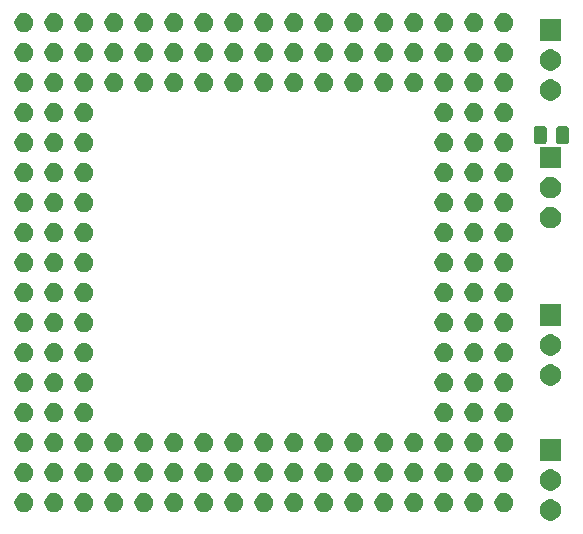
<source format=gbr>
G04 #@! TF.GenerationSoftware,KiCad,Pcbnew,(5.1.5)-3*
G04 #@! TF.CreationDate,2023-10-15T16:11:27+02:00*
G04 #@! TF.ProjectId,486VRM,34383656-524d-42e6-9b69-6361645f7063,rev?*
G04 #@! TF.SameCoordinates,Original*
G04 #@! TF.FileFunction,Soldermask,Bot*
G04 #@! TF.FilePolarity,Negative*
%FSLAX46Y46*%
G04 Gerber Fmt 4.6, Leading zero omitted, Abs format (unit mm)*
G04 Created by KiCad (PCBNEW (5.1.5)-3) date 2023-10-15 16:11:27*
%MOMM*%
%LPD*%
G04 APERTURE LIST*
%ADD10C,0.100000*%
G04 APERTURE END LIST*
D10*
G36*
X203735512Y-130058927D02*
G01*
X203884812Y-130088624D01*
X204048784Y-130156544D01*
X204196354Y-130255147D01*
X204321853Y-130380646D01*
X204420456Y-130528216D01*
X204488376Y-130692188D01*
X204523000Y-130866259D01*
X204523000Y-131043741D01*
X204488376Y-131217812D01*
X204420456Y-131381784D01*
X204321853Y-131529354D01*
X204196354Y-131654853D01*
X204048784Y-131753456D01*
X203884812Y-131821376D01*
X203735512Y-131851073D01*
X203710742Y-131856000D01*
X203533258Y-131856000D01*
X203508488Y-131851073D01*
X203359188Y-131821376D01*
X203195216Y-131753456D01*
X203047646Y-131654853D01*
X202922147Y-131529354D01*
X202823544Y-131381784D01*
X202755624Y-131217812D01*
X202721000Y-131043741D01*
X202721000Y-130866259D01*
X202755624Y-130692188D01*
X202823544Y-130528216D01*
X202922147Y-130380646D01*
X203047646Y-130255147D01*
X203195216Y-130156544D01*
X203359188Y-130088624D01*
X203508488Y-130058927D01*
X203533258Y-130054000D01*
X203710742Y-130054000D01*
X203735512Y-130058927D01*
G37*
G36*
X199918642Y-129549781D02*
G01*
X200064414Y-129610162D01*
X200064416Y-129610163D01*
X200195608Y-129697822D01*
X200307178Y-129809392D01*
X200394837Y-129940584D01*
X200394838Y-129940586D01*
X200455219Y-130086358D01*
X200486000Y-130241107D01*
X200486000Y-130398893D01*
X200455219Y-130553642D01*
X200397831Y-130692188D01*
X200394837Y-130699416D01*
X200307178Y-130830608D01*
X200195608Y-130942178D01*
X200064416Y-131029837D01*
X200064415Y-131029838D01*
X200064414Y-131029838D01*
X199918642Y-131090219D01*
X199763893Y-131121000D01*
X199606107Y-131121000D01*
X199451358Y-131090219D01*
X199305586Y-131029838D01*
X199305585Y-131029838D01*
X199305584Y-131029837D01*
X199174392Y-130942178D01*
X199062822Y-130830608D01*
X198975163Y-130699416D01*
X198972169Y-130692188D01*
X198914781Y-130553642D01*
X198884000Y-130398893D01*
X198884000Y-130241107D01*
X198914781Y-130086358D01*
X198975162Y-129940586D01*
X198975163Y-129940584D01*
X199062822Y-129809392D01*
X199174392Y-129697822D01*
X199305584Y-129610163D01*
X199305586Y-129610162D01*
X199451358Y-129549781D01*
X199606107Y-129519000D01*
X199763893Y-129519000D01*
X199918642Y-129549781D01*
G37*
G36*
X159278642Y-129549781D02*
G01*
X159424414Y-129610162D01*
X159424416Y-129610163D01*
X159555608Y-129697822D01*
X159667178Y-129809392D01*
X159754837Y-129940584D01*
X159754838Y-129940586D01*
X159815219Y-130086358D01*
X159846000Y-130241107D01*
X159846000Y-130398893D01*
X159815219Y-130553642D01*
X159757831Y-130692188D01*
X159754837Y-130699416D01*
X159667178Y-130830608D01*
X159555608Y-130942178D01*
X159424416Y-131029837D01*
X159424415Y-131029838D01*
X159424414Y-131029838D01*
X159278642Y-131090219D01*
X159123893Y-131121000D01*
X158966107Y-131121000D01*
X158811358Y-131090219D01*
X158665586Y-131029838D01*
X158665585Y-131029838D01*
X158665584Y-131029837D01*
X158534392Y-130942178D01*
X158422822Y-130830608D01*
X158335163Y-130699416D01*
X158332169Y-130692188D01*
X158274781Y-130553642D01*
X158244000Y-130398893D01*
X158244000Y-130241107D01*
X158274781Y-130086358D01*
X158335162Y-129940586D01*
X158335163Y-129940584D01*
X158422822Y-129809392D01*
X158534392Y-129697822D01*
X158665584Y-129610163D01*
X158665586Y-129610162D01*
X158811358Y-129549781D01*
X158966107Y-129519000D01*
X159123893Y-129519000D01*
X159278642Y-129549781D01*
G37*
G36*
X161818642Y-129549781D02*
G01*
X161964414Y-129610162D01*
X161964416Y-129610163D01*
X162095608Y-129697822D01*
X162207178Y-129809392D01*
X162294837Y-129940584D01*
X162294838Y-129940586D01*
X162355219Y-130086358D01*
X162386000Y-130241107D01*
X162386000Y-130398893D01*
X162355219Y-130553642D01*
X162297831Y-130692188D01*
X162294837Y-130699416D01*
X162207178Y-130830608D01*
X162095608Y-130942178D01*
X161964416Y-131029837D01*
X161964415Y-131029838D01*
X161964414Y-131029838D01*
X161818642Y-131090219D01*
X161663893Y-131121000D01*
X161506107Y-131121000D01*
X161351358Y-131090219D01*
X161205586Y-131029838D01*
X161205585Y-131029838D01*
X161205584Y-131029837D01*
X161074392Y-130942178D01*
X160962822Y-130830608D01*
X160875163Y-130699416D01*
X160872169Y-130692188D01*
X160814781Y-130553642D01*
X160784000Y-130398893D01*
X160784000Y-130241107D01*
X160814781Y-130086358D01*
X160875162Y-129940586D01*
X160875163Y-129940584D01*
X160962822Y-129809392D01*
X161074392Y-129697822D01*
X161205584Y-129610163D01*
X161205586Y-129610162D01*
X161351358Y-129549781D01*
X161506107Y-129519000D01*
X161663893Y-129519000D01*
X161818642Y-129549781D01*
G37*
G36*
X164358642Y-129549781D02*
G01*
X164504414Y-129610162D01*
X164504416Y-129610163D01*
X164635608Y-129697822D01*
X164747178Y-129809392D01*
X164834837Y-129940584D01*
X164834838Y-129940586D01*
X164895219Y-130086358D01*
X164926000Y-130241107D01*
X164926000Y-130398893D01*
X164895219Y-130553642D01*
X164837831Y-130692188D01*
X164834837Y-130699416D01*
X164747178Y-130830608D01*
X164635608Y-130942178D01*
X164504416Y-131029837D01*
X164504415Y-131029838D01*
X164504414Y-131029838D01*
X164358642Y-131090219D01*
X164203893Y-131121000D01*
X164046107Y-131121000D01*
X163891358Y-131090219D01*
X163745586Y-131029838D01*
X163745585Y-131029838D01*
X163745584Y-131029837D01*
X163614392Y-130942178D01*
X163502822Y-130830608D01*
X163415163Y-130699416D01*
X163412169Y-130692188D01*
X163354781Y-130553642D01*
X163324000Y-130398893D01*
X163324000Y-130241107D01*
X163354781Y-130086358D01*
X163415162Y-129940586D01*
X163415163Y-129940584D01*
X163502822Y-129809392D01*
X163614392Y-129697822D01*
X163745584Y-129610163D01*
X163745586Y-129610162D01*
X163891358Y-129549781D01*
X164046107Y-129519000D01*
X164203893Y-129519000D01*
X164358642Y-129549781D01*
G37*
G36*
X166898642Y-129549781D02*
G01*
X167044414Y-129610162D01*
X167044416Y-129610163D01*
X167175608Y-129697822D01*
X167287178Y-129809392D01*
X167374837Y-129940584D01*
X167374838Y-129940586D01*
X167435219Y-130086358D01*
X167466000Y-130241107D01*
X167466000Y-130398893D01*
X167435219Y-130553642D01*
X167377831Y-130692188D01*
X167374837Y-130699416D01*
X167287178Y-130830608D01*
X167175608Y-130942178D01*
X167044416Y-131029837D01*
X167044415Y-131029838D01*
X167044414Y-131029838D01*
X166898642Y-131090219D01*
X166743893Y-131121000D01*
X166586107Y-131121000D01*
X166431358Y-131090219D01*
X166285586Y-131029838D01*
X166285585Y-131029838D01*
X166285584Y-131029837D01*
X166154392Y-130942178D01*
X166042822Y-130830608D01*
X165955163Y-130699416D01*
X165952169Y-130692188D01*
X165894781Y-130553642D01*
X165864000Y-130398893D01*
X165864000Y-130241107D01*
X165894781Y-130086358D01*
X165955162Y-129940586D01*
X165955163Y-129940584D01*
X166042822Y-129809392D01*
X166154392Y-129697822D01*
X166285584Y-129610163D01*
X166285586Y-129610162D01*
X166431358Y-129549781D01*
X166586107Y-129519000D01*
X166743893Y-129519000D01*
X166898642Y-129549781D01*
G37*
G36*
X169438642Y-129549781D02*
G01*
X169584414Y-129610162D01*
X169584416Y-129610163D01*
X169715608Y-129697822D01*
X169827178Y-129809392D01*
X169914837Y-129940584D01*
X169914838Y-129940586D01*
X169975219Y-130086358D01*
X170006000Y-130241107D01*
X170006000Y-130398893D01*
X169975219Y-130553642D01*
X169917831Y-130692188D01*
X169914837Y-130699416D01*
X169827178Y-130830608D01*
X169715608Y-130942178D01*
X169584416Y-131029837D01*
X169584415Y-131029838D01*
X169584414Y-131029838D01*
X169438642Y-131090219D01*
X169283893Y-131121000D01*
X169126107Y-131121000D01*
X168971358Y-131090219D01*
X168825586Y-131029838D01*
X168825585Y-131029838D01*
X168825584Y-131029837D01*
X168694392Y-130942178D01*
X168582822Y-130830608D01*
X168495163Y-130699416D01*
X168492169Y-130692188D01*
X168434781Y-130553642D01*
X168404000Y-130398893D01*
X168404000Y-130241107D01*
X168434781Y-130086358D01*
X168495162Y-129940586D01*
X168495163Y-129940584D01*
X168582822Y-129809392D01*
X168694392Y-129697822D01*
X168825584Y-129610163D01*
X168825586Y-129610162D01*
X168971358Y-129549781D01*
X169126107Y-129519000D01*
X169283893Y-129519000D01*
X169438642Y-129549781D01*
G37*
G36*
X171978642Y-129549781D02*
G01*
X172124414Y-129610162D01*
X172124416Y-129610163D01*
X172255608Y-129697822D01*
X172367178Y-129809392D01*
X172454837Y-129940584D01*
X172454838Y-129940586D01*
X172515219Y-130086358D01*
X172546000Y-130241107D01*
X172546000Y-130398893D01*
X172515219Y-130553642D01*
X172457831Y-130692188D01*
X172454837Y-130699416D01*
X172367178Y-130830608D01*
X172255608Y-130942178D01*
X172124416Y-131029837D01*
X172124415Y-131029838D01*
X172124414Y-131029838D01*
X171978642Y-131090219D01*
X171823893Y-131121000D01*
X171666107Y-131121000D01*
X171511358Y-131090219D01*
X171365586Y-131029838D01*
X171365585Y-131029838D01*
X171365584Y-131029837D01*
X171234392Y-130942178D01*
X171122822Y-130830608D01*
X171035163Y-130699416D01*
X171032169Y-130692188D01*
X170974781Y-130553642D01*
X170944000Y-130398893D01*
X170944000Y-130241107D01*
X170974781Y-130086358D01*
X171035162Y-129940586D01*
X171035163Y-129940584D01*
X171122822Y-129809392D01*
X171234392Y-129697822D01*
X171365584Y-129610163D01*
X171365586Y-129610162D01*
X171511358Y-129549781D01*
X171666107Y-129519000D01*
X171823893Y-129519000D01*
X171978642Y-129549781D01*
G37*
G36*
X174518642Y-129549781D02*
G01*
X174664414Y-129610162D01*
X174664416Y-129610163D01*
X174795608Y-129697822D01*
X174907178Y-129809392D01*
X174994837Y-129940584D01*
X174994838Y-129940586D01*
X175055219Y-130086358D01*
X175086000Y-130241107D01*
X175086000Y-130398893D01*
X175055219Y-130553642D01*
X174997831Y-130692188D01*
X174994837Y-130699416D01*
X174907178Y-130830608D01*
X174795608Y-130942178D01*
X174664416Y-131029837D01*
X174664415Y-131029838D01*
X174664414Y-131029838D01*
X174518642Y-131090219D01*
X174363893Y-131121000D01*
X174206107Y-131121000D01*
X174051358Y-131090219D01*
X173905586Y-131029838D01*
X173905585Y-131029838D01*
X173905584Y-131029837D01*
X173774392Y-130942178D01*
X173662822Y-130830608D01*
X173575163Y-130699416D01*
X173572169Y-130692188D01*
X173514781Y-130553642D01*
X173484000Y-130398893D01*
X173484000Y-130241107D01*
X173514781Y-130086358D01*
X173575162Y-129940586D01*
X173575163Y-129940584D01*
X173662822Y-129809392D01*
X173774392Y-129697822D01*
X173905584Y-129610163D01*
X173905586Y-129610162D01*
X174051358Y-129549781D01*
X174206107Y-129519000D01*
X174363893Y-129519000D01*
X174518642Y-129549781D01*
G37*
G36*
X177058642Y-129549781D02*
G01*
X177204414Y-129610162D01*
X177204416Y-129610163D01*
X177335608Y-129697822D01*
X177447178Y-129809392D01*
X177534837Y-129940584D01*
X177534838Y-129940586D01*
X177595219Y-130086358D01*
X177626000Y-130241107D01*
X177626000Y-130398893D01*
X177595219Y-130553642D01*
X177537831Y-130692188D01*
X177534837Y-130699416D01*
X177447178Y-130830608D01*
X177335608Y-130942178D01*
X177204416Y-131029837D01*
X177204415Y-131029838D01*
X177204414Y-131029838D01*
X177058642Y-131090219D01*
X176903893Y-131121000D01*
X176746107Y-131121000D01*
X176591358Y-131090219D01*
X176445586Y-131029838D01*
X176445585Y-131029838D01*
X176445584Y-131029837D01*
X176314392Y-130942178D01*
X176202822Y-130830608D01*
X176115163Y-130699416D01*
X176112169Y-130692188D01*
X176054781Y-130553642D01*
X176024000Y-130398893D01*
X176024000Y-130241107D01*
X176054781Y-130086358D01*
X176115162Y-129940586D01*
X176115163Y-129940584D01*
X176202822Y-129809392D01*
X176314392Y-129697822D01*
X176445584Y-129610163D01*
X176445586Y-129610162D01*
X176591358Y-129549781D01*
X176746107Y-129519000D01*
X176903893Y-129519000D01*
X177058642Y-129549781D01*
G37*
G36*
X182138642Y-129549781D02*
G01*
X182284414Y-129610162D01*
X182284416Y-129610163D01*
X182415608Y-129697822D01*
X182527178Y-129809392D01*
X182614837Y-129940584D01*
X182614838Y-129940586D01*
X182675219Y-130086358D01*
X182706000Y-130241107D01*
X182706000Y-130398893D01*
X182675219Y-130553642D01*
X182617831Y-130692188D01*
X182614837Y-130699416D01*
X182527178Y-130830608D01*
X182415608Y-130942178D01*
X182284416Y-131029837D01*
X182284415Y-131029838D01*
X182284414Y-131029838D01*
X182138642Y-131090219D01*
X181983893Y-131121000D01*
X181826107Y-131121000D01*
X181671358Y-131090219D01*
X181525586Y-131029838D01*
X181525585Y-131029838D01*
X181525584Y-131029837D01*
X181394392Y-130942178D01*
X181282822Y-130830608D01*
X181195163Y-130699416D01*
X181192169Y-130692188D01*
X181134781Y-130553642D01*
X181104000Y-130398893D01*
X181104000Y-130241107D01*
X181134781Y-130086358D01*
X181195162Y-129940586D01*
X181195163Y-129940584D01*
X181282822Y-129809392D01*
X181394392Y-129697822D01*
X181525584Y-129610163D01*
X181525586Y-129610162D01*
X181671358Y-129549781D01*
X181826107Y-129519000D01*
X181983893Y-129519000D01*
X182138642Y-129549781D01*
G37*
G36*
X184678642Y-129549781D02*
G01*
X184824414Y-129610162D01*
X184824416Y-129610163D01*
X184955608Y-129697822D01*
X185067178Y-129809392D01*
X185154837Y-129940584D01*
X185154838Y-129940586D01*
X185215219Y-130086358D01*
X185246000Y-130241107D01*
X185246000Y-130398893D01*
X185215219Y-130553642D01*
X185157831Y-130692188D01*
X185154837Y-130699416D01*
X185067178Y-130830608D01*
X184955608Y-130942178D01*
X184824416Y-131029837D01*
X184824415Y-131029838D01*
X184824414Y-131029838D01*
X184678642Y-131090219D01*
X184523893Y-131121000D01*
X184366107Y-131121000D01*
X184211358Y-131090219D01*
X184065586Y-131029838D01*
X184065585Y-131029838D01*
X184065584Y-131029837D01*
X183934392Y-130942178D01*
X183822822Y-130830608D01*
X183735163Y-130699416D01*
X183732169Y-130692188D01*
X183674781Y-130553642D01*
X183644000Y-130398893D01*
X183644000Y-130241107D01*
X183674781Y-130086358D01*
X183735162Y-129940586D01*
X183735163Y-129940584D01*
X183822822Y-129809392D01*
X183934392Y-129697822D01*
X184065584Y-129610163D01*
X184065586Y-129610162D01*
X184211358Y-129549781D01*
X184366107Y-129519000D01*
X184523893Y-129519000D01*
X184678642Y-129549781D01*
G37*
G36*
X187218642Y-129549781D02*
G01*
X187364414Y-129610162D01*
X187364416Y-129610163D01*
X187495608Y-129697822D01*
X187607178Y-129809392D01*
X187694837Y-129940584D01*
X187694838Y-129940586D01*
X187755219Y-130086358D01*
X187786000Y-130241107D01*
X187786000Y-130398893D01*
X187755219Y-130553642D01*
X187697831Y-130692188D01*
X187694837Y-130699416D01*
X187607178Y-130830608D01*
X187495608Y-130942178D01*
X187364416Y-131029837D01*
X187364415Y-131029838D01*
X187364414Y-131029838D01*
X187218642Y-131090219D01*
X187063893Y-131121000D01*
X186906107Y-131121000D01*
X186751358Y-131090219D01*
X186605586Y-131029838D01*
X186605585Y-131029838D01*
X186605584Y-131029837D01*
X186474392Y-130942178D01*
X186362822Y-130830608D01*
X186275163Y-130699416D01*
X186272169Y-130692188D01*
X186214781Y-130553642D01*
X186184000Y-130398893D01*
X186184000Y-130241107D01*
X186214781Y-130086358D01*
X186275162Y-129940586D01*
X186275163Y-129940584D01*
X186362822Y-129809392D01*
X186474392Y-129697822D01*
X186605584Y-129610163D01*
X186605586Y-129610162D01*
X186751358Y-129549781D01*
X186906107Y-129519000D01*
X187063893Y-129519000D01*
X187218642Y-129549781D01*
G37*
G36*
X189758642Y-129549781D02*
G01*
X189904414Y-129610162D01*
X189904416Y-129610163D01*
X190035608Y-129697822D01*
X190147178Y-129809392D01*
X190234837Y-129940584D01*
X190234838Y-129940586D01*
X190295219Y-130086358D01*
X190326000Y-130241107D01*
X190326000Y-130398893D01*
X190295219Y-130553642D01*
X190237831Y-130692188D01*
X190234837Y-130699416D01*
X190147178Y-130830608D01*
X190035608Y-130942178D01*
X189904416Y-131029837D01*
X189904415Y-131029838D01*
X189904414Y-131029838D01*
X189758642Y-131090219D01*
X189603893Y-131121000D01*
X189446107Y-131121000D01*
X189291358Y-131090219D01*
X189145586Y-131029838D01*
X189145585Y-131029838D01*
X189145584Y-131029837D01*
X189014392Y-130942178D01*
X188902822Y-130830608D01*
X188815163Y-130699416D01*
X188812169Y-130692188D01*
X188754781Y-130553642D01*
X188724000Y-130398893D01*
X188724000Y-130241107D01*
X188754781Y-130086358D01*
X188815162Y-129940586D01*
X188815163Y-129940584D01*
X188902822Y-129809392D01*
X189014392Y-129697822D01*
X189145584Y-129610163D01*
X189145586Y-129610162D01*
X189291358Y-129549781D01*
X189446107Y-129519000D01*
X189603893Y-129519000D01*
X189758642Y-129549781D01*
G37*
G36*
X192298642Y-129549781D02*
G01*
X192444414Y-129610162D01*
X192444416Y-129610163D01*
X192575608Y-129697822D01*
X192687178Y-129809392D01*
X192774837Y-129940584D01*
X192774838Y-129940586D01*
X192835219Y-130086358D01*
X192866000Y-130241107D01*
X192866000Y-130398893D01*
X192835219Y-130553642D01*
X192777831Y-130692188D01*
X192774837Y-130699416D01*
X192687178Y-130830608D01*
X192575608Y-130942178D01*
X192444416Y-131029837D01*
X192444415Y-131029838D01*
X192444414Y-131029838D01*
X192298642Y-131090219D01*
X192143893Y-131121000D01*
X191986107Y-131121000D01*
X191831358Y-131090219D01*
X191685586Y-131029838D01*
X191685585Y-131029838D01*
X191685584Y-131029837D01*
X191554392Y-130942178D01*
X191442822Y-130830608D01*
X191355163Y-130699416D01*
X191352169Y-130692188D01*
X191294781Y-130553642D01*
X191264000Y-130398893D01*
X191264000Y-130241107D01*
X191294781Y-130086358D01*
X191355162Y-129940586D01*
X191355163Y-129940584D01*
X191442822Y-129809392D01*
X191554392Y-129697822D01*
X191685584Y-129610163D01*
X191685586Y-129610162D01*
X191831358Y-129549781D01*
X191986107Y-129519000D01*
X192143893Y-129519000D01*
X192298642Y-129549781D01*
G37*
G36*
X194838642Y-129549781D02*
G01*
X194984414Y-129610162D01*
X194984416Y-129610163D01*
X195115608Y-129697822D01*
X195227178Y-129809392D01*
X195314837Y-129940584D01*
X195314838Y-129940586D01*
X195375219Y-130086358D01*
X195406000Y-130241107D01*
X195406000Y-130398893D01*
X195375219Y-130553642D01*
X195317831Y-130692188D01*
X195314837Y-130699416D01*
X195227178Y-130830608D01*
X195115608Y-130942178D01*
X194984416Y-131029837D01*
X194984415Y-131029838D01*
X194984414Y-131029838D01*
X194838642Y-131090219D01*
X194683893Y-131121000D01*
X194526107Y-131121000D01*
X194371358Y-131090219D01*
X194225586Y-131029838D01*
X194225585Y-131029838D01*
X194225584Y-131029837D01*
X194094392Y-130942178D01*
X193982822Y-130830608D01*
X193895163Y-130699416D01*
X193892169Y-130692188D01*
X193834781Y-130553642D01*
X193804000Y-130398893D01*
X193804000Y-130241107D01*
X193834781Y-130086358D01*
X193895162Y-129940586D01*
X193895163Y-129940584D01*
X193982822Y-129809392D01*
X194094392Y-129697822D01*
X194225584Y-129610163D01*
X194225586Y-129610162D01*
X194371358Y-129549781D01*
X194526107Y-129519000D01*
X194683893Y-129519000D01*
X194838642Y-129549781D01*
G37*
G36*
X197378642Y-129549781D02*
G01*
X197524414Y-129610162D01*
X197524416Y-129610163D01*
X197655608Y-129697822D01*
X197767178Y-129809392D01*
X197854837Y-129940584D01*
X197854838Y-129940586D01*
X197915219Y-130086358D01*
X197946000Y-130241107D01*
X197946000Y-130398893D01*
X197915219Y-130553642D01*
X197857831Y-130692188D01*
X197854837Y-130699416D01*
X197767178Y-130830608D01*
X197655608Y-130942178D01*
X197524416Y-131029837D01*
X197524415Y-131029838D01*
X197524414Y-131029838D01*
X197378642Y-131090219D01*
X197223893Y-131121000D01*
X197066107Y-131121000D01*
X196911358Y-131090219D01*
X196765586Y-131029838D01*
X196765585Y-131029838D01*
X196765584Y-131029837D01*
X196634392Y-130942178D01*
X196522822Y-130830608D01*
X196435163Y-130699416D01*
X196432169Y-130692188D01*
X196374781Y-130553642D01*
X196344000Y-130398893D01*
X196344000Y-130241107D01*
X196374781Y-130086358D01*
X196435162Y-129940586D01*
X196435163Y-129940584D01*
X196522822Y-129809392D01*
X196634392Y-129697822D01*
X196765584Y-129610163D01*
X196765586Y-129610162D01*
X196911358Y-129549781D01*
X197066107Y-129519000D01*
X197223893Y-129519000D01*
X197378642Y-129549781D01*
G37*
G36*
X179598642Y-129549781D02*
G01*
X179744414Y-129610162D01*
X179744416Y-129610163D01*
X179875608Y-129697822D01*
X179987178Y-129809392D01*
X180074837Y-129940584D01*
X180074838Y-129940586D01*
X180135219Y-130086358D01*
X180166000Y-130241107D01*
X180166000Y-130398893D01*
X180135219Y-130553642D01*
X180077831Y-130692188D01*
X180074837Y-130699416D01*
X179987178Y-130830608D01*
X179875608Y-130942178D01*
X179744416Y-131029837D01*
X179744415Y-131029838D01*
X179744414Y-131029838D01*
X179598642Y-131090219D01*
X179443893Y-131121000D01*
X179286107Y-131121000D01*
X179131358Y-131090219D01*
X178985586Y-131029838D01*
X178985585Y-131029838D01*
X178985584Y-131029837D01*
X178854392Y-130942178D01*
X178742822Y-130830608D01*
X178655163Y-130699416D01*
X178652169Y-130692188D01*
X178594781Y-130553642D01*
X178564000Y-130398893D01*
X178564000Y-130241107D01*
X178594781Y-130086358D01*
X178655162Y-129940586D01*
X178655163Y-129940584D01*
X178742822Y-129809392D01*
X178854392Y-129697822D01*
X178985584Y-129610163D01*
X178985586Y-129610162D01*
X179131358Y-129549781D01*
X179286107Y-129519000D01*
X179443893Y-129519000D01*
X179598642Y-129549781D01*
G37*
G36*
X203735512Y-127518927D02*
G01*
X203884812Y-127548624D01*
X204048784Y-127616544D01*
X204196354Y-127715147D01*
X204321853Y-127840646D01*
X204420456Y-127988216D01*
X204488376Y-128152188D01*
X204523000Y-128326259D01*
X204523000Y-128503741D01*
X204488376Y-128677812D01*
X204420456Y-128841784D01*
X204321853Y-128989354D01*
X204196354Y-129114853D01*
X204048784Y-129213456D01*
X203884812Y-129281376D01*
X203735512Y-129311073D01*
X203710742Y-129316000D01*
X203533258Y-129316000D01*
X203508488Y-129311073D01*
X203359188Y-129281376D01*
X203195216Y-129213456D01*
X203047646Y-129114853D01*
X202922147Y-128989354D01*
X202823544Y-128841784D01*
X202755624Y-128677812D01*
X202721000Y-128503741D01*
X202721000Y-128326259D01*
X202755624Y-128152188D01*
X202823544Y-127988216D01*
X202922147Y-127840646D01*
X203047646Y-127715147D01*
X203195216Y-127616544D01*
X203359188Y-127548624D01*
X203508488Y-127518927D01*
X203533258Y-127514000D01*
X203710742Y-127514000D01*
X203735512Y-127518927D01*
G37*
G36*
X177058642Y-127009781D02*
G01*
X177204414Y-127070162D01*
X177204416Y-127070163D01*
X177335608Y-127157822D01*
X177447178Y-127269392D01*
X177534837Y-127400584D01*
X177534838Y-127400586D01*
X177595219Y-127546358D01*
X177626000Y-127701107D01*
X177626000Y-127858893D01*
X177595219Y-128013642D01*
X177537831Y-128152188D01*
X177534837Y-128159416D01*
X177447178Y-128290608D01*
X177335608Y-128402178D01*
X177204416Y-128489837D01*
X177204415Y-128489838D01*
X177204414Y-128489838D01*
X177058642Y-128550219D01*
X176903893Y-128581000D01*
X176746107Y-128581000D01*
X176591358Y-128550219D01*
X176445586Y-128489838D01*
X176445585Y-128489838D01*
X176445584Y-128489837D01*
X176314392Y-128402178D01*
X176202822Y-128290608D01*
X176115163Y-128159416D01*
X176112169Y-128152188D01*
X176054781Y-128013642D01*
X176024000Y-127858893D01*
X176024000Y-127701107D01*
X176054781Y-127546358D01*
X176115162Y-127400586D01*
X176115163Y-127400584D01*
X176202822Y-127269392D01*
X176314392Y-127157822D01*
X176445584Y-127070163D01*
X176445586Y-127070162D01*
X176591358Y-127009781D01*
X176746107Y-126979000D01*
X176903893Y-126979000D01*
X177058642Y-127009781D01*
G37*
G36*
X174518642Y-127009781D02*
G01*
X174664414Y-127070162D01*
X174664416Y-127070163D01*
X174795608Y-127157822D01*
X174907178Y-127269392D01*
X174994837Y-127400584D01*
X174994838Y-127400586D01*
X175055219Y-127546358D01*
X175086000Y-127701107D01*
X175086000Y-127858893D01*
X175055219Y-128013642D01*
X174997831Y-128152188D01*
X174994837Y-128159416D01*
X174907178Y-128290608D01*
X174795608Y-128402178D01*
X174664416Y-128489837D01*
X174664415Y-128489838D01*
X174664414Y-128489838D01*
X174518642Y-128550219D01*
X174363893Y-128581000D01*
X174206107Y-128581000D01*
X174051358Y-128550219D01*
X173905586Y-128489838D01*
X173905585Y-128489838D01*
X173905584Y-128489837D01*
X173774392Y-128402178D01*
X173662822Y-128290608D01*
X173575163Y-128159416D01*
X173572169Y-128152188D01*
X173514781Y-128013642D01*
X173484000Y-127858893D01*
X173484000Y-127701107D01*
X173514781Y-127546358D01*
X173575162Y-127400586D01*
X173575163Y-127400584D01*
X173662822Y-127269392D01*
X173774392Y-127157822D01*
X173905584Y-127070163D01*
X173905586Y-127070162D01*
X174051358Y-127009781D01*
X174206107Y-126979000D01*
X174363893Y-126979000D01*
X174518642Y-127009781D01*
G37*
G36*
X171978642Y-127009781D02*
G01*
X172124414Y-127070162D01*
X172124416Y-127070163D01*
X172255608Y-127157822D01*
X172367178Y-127269392D01*
X172454837Y-127400584D01*
X172454838Y-127400586D01*
X172515219Y-127546358D01*
X172546000Y-127701107D01*
X172546000Y-127858893D01*
X172515219Y-128013642D01*
X172457831Y-128152188D01*
X172454837Y-128159416D01*
X172367178Y-128290608D01*
X172255608Y-128402178D01*
X172124416Y-128489837D01*
X172124415Y-128489838D01*
X172124414Y-128489838D01*
X171978642Y-128550219D01*
X171823893Y-128581000D01*
X171666107Y-128581000D01*
X171511358Y-128550219D01*
X171365586Y-128489838D01*
X171365585Y-128489838D01*
X171365584Y-128489837D01*
X171234392Y-128402178D01*
X171122822Y-128290608D01*
X171035163Y-128159416D01*
X171032169Y-128152188D01*
X170974781Y-128013642D01*
X170944000Y-127858893D01*
X170944000Y-127701107D01*
X170974781Y-127546358D01*
X171035162Y-127400586D01*
X171035163Y-127400584D01*
X171122822Y-127269392D01*
X171234392Y-127157822D01*
X171365584Y-127070163D01*
X171365586Y-127070162D01*
X171511358Y-127009781D01*
X171666107Y-126979000D01*
X171823893Y-126979000D01*
X171978642Y-127009781D01*
G37*
G36*
X169438642Y-127009781D02*
G01*
X169584414Y-127070162D01*
X169584416Y-127070163D01*
X169715608Y-127157822D01*
X169827178Y-127269392D01*
X169914837Y-127400584D01*
X169914838Y-127400586D01*
X169975219Y-127546358D01*
X170006000Y-127701107D01*
X170006000Y-127858893D01*
X169975219Y-128013642D01*
X169917831Y-128152188D01*
X169914837Y-128159416D01*
X169827178Y-128290608D01*
X169715608Y-128402178D01*
X169584416Y-128489837D01*
X169584415Y-128489838D01*
X169584414Y-128489838D01*
X169438642Y-128550219D01*
X169283893Y-128581000D01*
X169126107Y-128581000D01*
X168971358Y-128550219D01*
X168825586Y-128489838D01*
X168825585Y-128489838D01*
X168825584Y-128489837D01*
X168694392Y-128402178D01*
X168582822Y-128290608D01*
X168495163Y-128159416D01*
X168492169Y-128152188D01*
X168434781Y-128013642D01*
X168404000Y-127858893D01*
X168404000Y-127701107D01*
X168434781Y-127546358D01*
X168495162Y-127400586D01*
X168495163Y-127400584D01*
X168582822Y-127269392D01*
X168694392Y-127157822D01*
X168825584Y-127070163D01*
X168825586Y-127070162D01*
X168971358Y-127009781D01*
X169126107Y-126979000D01*
X169283893Y-126979000D01*
X169438642Y-127009781D01*
G37*
G36*
X166898642Y-127009781D02*
G01*
X167044414Y-127070162D01*
X167044416Y-127070163D01*
X167175608Y-127157822D01*
X167287178Y-127269392D01*
X167374837Y-127400584D01*
X167374838Y-127400586D01*
X167435219Y-127546358D01*
X167466000Y-127701107D01*
X167466000Y-127858893D01*
X167435219Y-128013642D01*
X167377831Y-128152188D01*
X167374837Y-128159416D01*
X167287178Y-128290608D01*
X167175608Y-128402178D01*
X167044416Y-128489837D01*
X167044415Y-128489838D01*
X167044414Y-128489838D01*
X166898642Y-128550219D01*
X166743893Y-128581000D01*
X166586107Y-128581000D01*
X166431358Y-128550219D01*
X166285586Y-128489838D01*
X166285585Y-128489838D01*
X166285584Y-128489837D01*
X166154392Y-128402178D01*
X166042822Y-128290608D01*
X165955163Y-128159416D01*
X165952169Y-128152188D01*
X165894781Y-128013642D01*
X165864000Y-127858893D01*
X165864000Y-127701107D01*
X165894781Y-127546358D01*
X165955162Y-127400586D01*
X165955163Y-127400584D01*
X166042822Y-127269392D01*
X166154392Y-127157822D01*
X166285584Y-127070163D01*
X166285586Y-127070162D01*
X166431358Y-127009781D01*
X166586107Y-126979000D01*
X166743893Y-126979000D01*
X166898642Y-127009781D01*
G37*
G36*
X159278642Y-127009781D02*
G01*
X159424414Y-127070162D01*
X159424416Y-127070163D01*
X159555608Y-127157822D01*
X159667178Y-127269392D01*
X159754837Y-127400584D01*
X159754838Y-127400586D01*
X159815219Y-127546358D01*
X159846000Y-127701107D01*
X159846000Y-127858893D01*
X159815219Y-128013642D01*
X159757831Y-128152188D01*
X159754837Y-128159416D01*
X159667178Y-128290608D01*
X159555608Y-128402178D01*
X159424416Y-128489837D01*
X159424415Y-128489838D01*
X159424414Y-128489838D01*
X159278642Y-128550219D01*
X159123893Y-128581000D01*
X158966107Y-128581000D01*
X158811358Y-128550219D01*
X158665586Y-128489838D01*
X158665585Y-128489838D01*
X158665584Y-128489837D01*
X158534392Y-128402178D01*
X158422822Y-128290608D01*
X158335163Y-128159416D01*
X158332169Y-128152188D01*
X158274781Y-128013642D01*
X158244000Y-127858893D01*
X158244000Y-127701107D01*
X158274781Y-127546358D01*
X158335162Y-127400586D01*
X158335163Y-127400584D01*
X158422822Y-127269392D01*
X158534392Y-127157822D01*
X158665584Y-127070163D01*
X158665586Y-127070162D01*
X158811358Y-127009781D01*
X158966107Y-126979000D01*
X159123893Y-126979000D01*
X159278642Y-127009781D01*
G37*
G36*
X164358642Y-127009781D02*
G01*
X164504414Y-127070162D01*
X164504416Y-127070163D01*
X164635608Y-127157822D01*
X164747178Y-127269392D01*
X164834837Y-127400584D01*
X164834838Y-127400586D01*
X164895219Y-127546358D01*
X164926000Y-127701107D01*
X164926000Y-127858893D01*
X164895219Y-128013642D01*
X164837831Y-128152188D01*
X164834837Y-128159416D01*
X164747178Y-128290608D01*
X164635608Y-128402178D01*
X164504416Y-128489837D01*
X164504415Y-128489838D01*
X164504414Y-128489838D01*
X164358642Y-128550219D01*
X164203893Y-128581000D01*
X164046107Y-128581000D01*
X163891358Y-128550219D01*
X163745586Y-128489838D01*
X163745585Y-128489838D01*
X163745584Y-128489837D01*
X163614392Y-128402178D01*
X163502822Y-128290608D01*
X163415163Y-128159416D01*
X163412169Y-128152188D01*
X163354781Y-128013642D01*
X163324000Y-127858893D01*
X163324000Y-127701107D01*
X163354781Y-127546358D01*
X163415162Y-127400586D01*
X163415163Y-127400584D01*
X163502822Y-127269392D01*
X163614392Y-127157822D01*
X163745584Y-127070163D01*
X163745586Y-127070162D01*
X163891358Y-127009781D01*
X164046107Y-126979000D01*
X164203893Y-126979000D01*
X164358642Y-127009781D01*
G37*
G36*
X161818642Y-127009781D02*
G01*
X161964414Y-127070162D01*
X161964416Y-127070163D01*
X162095608Y-127157822D01*
X162207178Y-127269392D01*
X162294837Y-127400584D01*
X162294838Y-127400586D01*
X162355219Y-127546358D01*
X162386000Y-127701107D01*
X162386000Y-127858893D01*
X162355219Y-128013642D01*
X162297831Y-128152188D01*
X162294837Y-128159416D01*
X162207178Y-128290608D01*
X162095608Y-128402178D01*
X161964416Y-128489837D01*
X161964415Y-128489838D01*
X161964414Y-128489838D01*
X161818642Y-128550219D01*
X161663893Y-128581000D01*
X161506107Y-128581000D01*
X161351358Y-128550219D01*
X161205586Y-128489838D01*
X161205585Y-128489838D01*
X161205584Y-128489837D01*
X161074392Y-128402178D01*
X160962822Y-128290608D01*
X160875163Y-128159416D01*
X160872169Y-128152188D01*
X160814781Y-128013642D01*
X160784000Y-127858893D01*
X160784000Y-127701107D01*
X160814781Y-127546358D01*
X160875162Y-127400586D01*
X160875163Y-127400584D01*
X160962822Y-127269392D01*
X161074392Y-127157822D01*
X161205584Y-127070163D01*
X161205586Y-127070162D01*
X161351358Y-127009781D01*
X161506107Y-126979000D01*
X161663893Y-126979000D01*
X161818642Y-127009781D01*
G37*
G36*
X179598642Y-127009781D02*
G01*
X179744414Y-127070162D01*
X179744416Y-127070163D01*
X179875608Y-127157822D01*
X179987178Y-127269392D01*
X180074837Y-127400584D01*
X180074838Y-127400586D01*
X180135219Y-127546358D01*
X180166000Y-127701107D01*
X180166000Y-127858893D01*
X180135219Y-128013642D01*
X180077831Y-128152188D01*
X180074837Y-128159416D01*
X179987178Y-128290608D01*
X179875608Y-128402178D01*
X179744416Y-128489837D01*
X179744415Y-128489838D01*
X179744414Y-128489838D01*
X179598642Y-128550219D01*
X179443893Y-128581000D01*
X179286107Y-128581000D01*
X179131358Y-128550219D01*
X178985586Y-128489838D01*
X178985585Y-128489838D01*
X178985584Y-128489837D01*
X178854392Y-128402178D01*
X178742822Y-128290608D01*
X178655163Y-128159416D01*
X178652169Y-128152188D01*
X178594781Y-128013642D01*
X178564000Y-127858893D01*
X178564000Y-127701107D01*
X178594781Y-127546358D01*
X178655162Y-127400586D01*
X178655163Y-127400584D01*
X178742822Y-127269392D01*
X178854392Y-127157822D01*
X178985584Y-127070163D01*
X178985586Y-127070162D01*
X179131358Y-127009781D01*
X179286107Y-126979000D01*
X179443893Y-126979000D01*
X179598642Y-127009781D01*
G37*
G36*
X184678642Y-127009781D02*
G01*
X184824414Y-127070162D01*
X184824416Y-127070163D01*
X184955608Y-127157822D01*
X185067178Y-127269392D01*
X185154837Y-127400584D01*
X185154838Y-127400586D01*
X185215219Y-127546358D01*
X185246000Y-127701107D01*
X185246000Y-127858893D01*
X185215219Y-128013642D01*
X185157831Y-128152188D01*
X185154837Y-128159416D01*
X185067178Y-128290608D01*
X184955608Y-128402178D01*
X184824416Y-128489837D01*
X184824415Y-128489838D01*
X184824414Y-128489838D01*
X184678642Y-128550219D01*
X184523893Y-128581000D01*
X184366107Y-128581000D01*
X184211358Y-128550219D01*
X184065586Y-128489838D01*
X184065585Y-128489838D01*
X184065584Y-128489837D01*
X183934392Y-128402178D01*
X183822822Y-128290608D01*
X183735163Y-128159416D01*
X183732169Y-128152188D01*
X183674781Y-128013642D01*
X183644000Y-127858893D01*
X183644000Y-127701107D01*
X183674781Y-127546358D01*
X183735162Y-127400586D01*
X183735163Y-127400584D01*
X183822822Y-127269392D01*
X183934392Y-127157822D01*
X184065584Y-127070163D01*
X184065586Y-127070162D01*
X184211358Y-127009781D01*
X184366107Y-126979000D01*
X184523893Y-126979000D01*
X184678642Y-127009781D01*
G37*
G36*
X189758642Y-127009781D02*
G01*
X189904414Y-127070162D01*
X189904416Y-127070163D01*
X190035608Y-127157822D01*
X190147178Y-127269392D01*
X190234837Y-127400584D01*
X190234838Y-127400586D01*
X190295219Y-127546358D01*
X190326000Y-127701107D01*
X190326000Y-127858893D01*
X190295219Y-128013642D01*
X190237831Y-128152188D01*
X190234837Y-128159416D01*
X190147178Y-128290608D01*
X190035608Y-128402178D01*
X189904416Y-128489837D01*
X189904415Y-128489838D01*
X189904414Y-128489838D01*
X189758642Y-128550219D01*
X189603893Y-128581000D01*
X189446107Y-128581000D01*
X189291358Y-128550219D01*
X189145586Y-128489838D01*
X189145585Y-128489838D01*
X189145584Y-128489837D01*
X189014392Y-128402178D01*
X188902822Y-128290608D01*
X188815163Y-128159416D01*
X188812169Y-128152188D01*
X188754781Y-128013642D01*
X188724000Y-127858893D01*
X188724000Y-127701107D01*
X188754781Y-127546358D01*
X188815162Y-127400586D01*
X188815163Y-127400584D01*
X188902822Y-127269392D01*
X189014392Y-127157822D01*
X189145584Y-127070163D01*
X189145586Y-127070162D01*
X189291358Y-127009781D01*
X189446107Y-126979000D01*
X189603893Y-126979000D01*
X189758642Y-127009781D01*
G37*
G36*
X199918642Y-127009781D02*
G01*
X200064414Y-127070162D01*
X200064416Y-127070163D01*
X200195608Y-127157822D01*
X200307178Y-127269392D01*
X200394837Y-127400584D01*
X200394838Y-127400586D01*
X200455219Y-127546358D01*
X200486000Y-127701107D01*
X200486000Y-127858893D01*
X200455219Y-128013642D01*
X200397831Y-128152188D01*
X200394837Y-128159416D01*
X200307178Y-128290608D01*
X200195608Y-128402178D01*
X200064416Y-128489837D01*
X200064415Y-128489838D01*
X200064414Y-128489838D01*
X199918642Y-128550219D01*
X199763893Y-128581000D01*
X199606107Y-128581000D01*
X199451358Y-128550219D01*
X199305586Y-128489838D01*
X199305585Y-128489838D01*
X199305584Y-128489837D01*
X199174392Y-128402178D01*
X199062822Y-128290608D01*
X198975163Y-128159416D01*
X198972169Y-128152188D01*
X198914781Y-128013642D01*
X198884000Y-127858893D01*
X198884000Y-127701107D01*
X198914781Y-127546358D01*
X198975162Y-127400586D01*
X198975163Y-127400584D01*
X199062822Y-127269392D01*
X199174392Y-127157822D01*
X199305584Y-127070163D01*
X199305586Y-127070162D01*
X199451358Y-127009781D01*
X199606107Y-126979000D01*
X199763893Y-126979000D01*
X199918642Y-127009781D01*
G37*
G36*
X192298642Y-127009781D02*
G01*
X192444414Y-127070162D01*
X192444416Y-127070163D01*
X192575608Y-127157822D01*
X192687178Y-127269392D01*
X192774837Y-127400584D01*
X192774838Y-127400586D01*
X192835219Y-127546358D01*
X192866000Y-127701107D01*
X192866000Y-127858893D01*
X192835219Y-128013642D01*
X192777831Y-128152188D01*
X192774837Y-128159416D01*
X192687178Y-128290608D01*
X192575608Y-128402178D01*
X192444416Y-128489837D01*
X192444415Y-128489838D01*
X192444414Y-128489838D01*
X192298642Y-128550219D01*
X192143893Y-128581000D01*
X191986107Y-128581000D01*
X191831358Y-128550219D01*
X191685586Y-128489838D01*
X191685585Y-128489838D01*
X191685584Y-128489837D01*
X191554392Y-128402178D01*
X191442822Y-128290608D01*
X191355163Y-128159416D01*
X191352169Y-128152188D01*
X191294781Y-128013642D01*
X191264000Y-127858893D01*
X191264000Y-127701107D01*
X191294781Y-127546358D01*
X191355162Y-127400586D01*
X191355163Y-127400584D01*
X191442822Y-127269392D01*
X191554392Y-127157822D01*
X191685584Y-127070163D01*
X191685586Y-127070162D01*
X191831358Y-127009781D01*
X191986107Y-126979000D01*
X192143893Y-126979000D01*
X192298642Y-127009781D01*
G37*
G36*
X194838642Y-127009781D02*
G01*
X194984414Y-127070162D01*
X194984416Y-127070163D01*
X195115608Y-127157822D01*
X195227178Y-127269392D01*
X195314837Y-127400584D01*
X195314838Y-127400586D01*
X195375219Y-127546358D01*
X195406000Y-127701107D01*
X195406000Y-127858893D01*
X195375219Y-128013642D01*
X195317831Y-128152188D01*
X195314837Y-128159416D01*
X195227178Y-128290608D01*
X195115608Y-128402178D01*
X194984416Y-128489837D01*
X194984415Y-128489838D01*
X194984414Y-128489838D01*
X194838642Y-128550219D01*
X194683893Y-128581000D01*
X194526107Y-128581000D01*
X194371358Y-128550219D01*
X194225586Y-128489838D01*
X194225585Y-128489838D01*
X194225584Y-128489837D01*
X194094392Y-128402178D01*
X193982822Y-128290608D01*
X193895163Y-128159416D01*
X193892169Y-128152188D01*
X193834781Y-128013642D01*
X193804000Y-127858893D01*
X193804000Y-127701107D01*
X193834781Y-127546358D01*
X193895162Y-127400586D01*
X193895163Y-127400584D01*
X193982822Y-127269392D01*
X194094392Y-127157822D01*
X194225584Y-127070163D01*
X194225586Y-127070162D01*
X194371358Y-127009781D01*
X194526107Y-126979000D01*
X194683893Y-126979000D01*
X194838642Y-127009781D01*
G37*
G36*
X197378642Y-127009781D02*
G01*
X197524414Y-127070162D01*
X197524416Y-127070163D01*
X197655608Y-127157822D01*
X197767178Y-127269392D01*
X197854837Y-127400584D01*
X197854838Y-127400586D01*
X197915219Y-127546358D01*
X197946000Y-127701107D01*
X197946000Y-127858893D01*
X197915219Y-128013642D01*
X197857831Y-128152188D01*
X197854837Y-128159416D01*
X197767178Y-128290608D01*
X197655608Y-128402178D01*
X197524416Y-128489837D01*
X197524415Y-128489838D01*
X197524414Y-128489838D01*
X197378642Y-128550219D01*
X197223893Y-128581000D01*
X197066107Y-128581000D01*
X196911358Y-128550219D01*
X196765586Y-128489838D01*
X196765585Y-128489838D01*
X196765584Y-128489837D01*
X196634392Y-128402178D01*
X196522822Y-128290608D01*
X196435163Y-128159416D01*
X196432169Y-128152188D01*
X196374781Y-128013642D01*
X196344000Y-127858893D01*
X196344000Y-127701107D01*
X196374781Y-127546358D01*
X196435162Y-127400586D01*
X196435163Y-127400584D01*
X196522822Y-127269392D01*
X196634392Y-127157822D01*
X196765584Y-127070163D01*
X196765586Y-127070162D01*
X196911358Y-127009781D01*
X197066107Y-126979000D01*
X197223893Y-126979000D01*
X197378642Y-127009781D01*
G37*
G36*
X187218642Y-127009781D02*
G01*
X187364414Y-127070162D01*
X187364416Y-127070163D01*
X187495608Y-127157822D01*
X187607178Y-127269392D01*
X187694837Y-127400584D01*
X187694838Y-127400586D01*
X187755219Y-127546358D01*
X187786000Y-127701107D01*
X187786000Y-127858893D01*
X187755219Y-128013642D01*
X187697831Y-128152188D01*
X187694837Y-128159416D01*
X187607178Y-128290608D01*
X187495608Y-128402178D01*
X187364416Y-128489837D01*
X187364415Y-128489838D01*
X187364414Y-128489838D01*
X187218642Y-128550219D01*
X187063893Y-128581000D01*
X186906107Y-128581000D01*
X186751358Y-128550219D01*
X186605586Y-128489838D01*
X186605585Y-128489838D01*
X186605584Y-128489837D01*
X186474392Y-128402178D01*
X186362822Y-128290608D01*
X186275163Y-128159416D01*
X186272169Y-128152188D01*
X186214781Y-128013642D01*
X186184000Y-127858893D01*
X186184000Y-127701107D01*
X186214781Y-127546358D01*
X186275162Y-127400586D01*
X186275163Y-127400584D01*
X186362822Y-127269392D01*
X186474392Y-127157822D01*
X186605584Y-127070163D01*
X186605586Y-127070162D01*
X186751358Y-127009781D01*
X186906107Y-126979000D01*
X187063893Y-126979000D01*
X187218642Y-127009781D01*
G37*
G36*
X182138642Y-127009781D02*
G01*
X182284414Y-127070162D01*
X182284416Y-127070163D01*
X182415608Y-127157822D01*
X182527178Y-127269392D01*
X182614837Y-127400584D01*
X182614838Y-127400586D01*
X182675219Y-127546358D01*
X182706000Y-127701107D01*
X182706000Y-127858893D01*
X182675219Y-128013642D01*
X182617831Y-128152188D01*
X182614837Y-128159416D01*
X182527178Y-128290608D01*
X182415608Y-128402178D01*
X182284416Y-128489837D01*
X182284415Y-128489838D01*
X182284414Y-128489838D01*
X182138642Y-128550219D01*
X181983893Y-128581000D01*
X181826107Y-128581000D01*
X181671358Y-128550219D01*
X181525586Y-128489838D01*
X181525585Y-128489838D01*
X181525584Y-128489837D01*
X181394392Y-128402178D01*
X181282822Y-128290608D01*
X181195163Y-128159416D01*
X181192169Y-128152188D01*
X181134781Y-128013642D01*
X181104000Y-127858893D01*
X181104000Y-127701107D01*
X181134781Y-127546358D01*
X181195162Y-127400586D01*
X181195163Y-127400584D01*
X181282822Y-127269392D01*
X181394392Y-127157822D01*
X181525584Y-127070163D01*
X181525586Y-127070162D01*
X181671358Y-127009781D01*
X181826107Y-126979000D01*
X181983893Y-126979000D01*
X182138642Y-127009781D01*
G37*
G36*
X204523000Y-126776000D02*
G01*
X202721000Y-126776000D01*
X202721000Y-124974000D01*
X204523000Y-124974000D01*
X204523000Y-126776000D01*
G37*
G36*
X199918642Y-124469781D02*
G01*
X200064414Y-124530162D01*
X200064416Y-124530163D01*
X200195608Y-124617822D01*
X200307178Y-124729392D01*
X200394837Y-124860584D01*
X200394838Y-124860586D01*
X200455219Y-125006358D01*
X200486000Y-125161107D01*
X200486000Y-125318893D01*
X200455219Y-125473642D01*
X200394838Y-125619414D01*
X200394837Y-125619416D01*
X200307178Y-125750608D01*
X200195608Y-125862178D01*
X200064416Y-125949837D01*
X200064415Y-125949838D01*
X200064414Y-125949838D01*
X199918642Y-126010219D01*
X199763893Y-126041000D01*
X199606107Y-126041000D01*
X199451358Y-126010219D01*
X199305586Y-125949838D01*
X199305585Y-125949838D01*
X199305584Y-125949837D01*
X199174392Y-125862178D01*
X199062822Y-125750608D01*
X198975163Y-125619416D01*
X198975162Y-125619414D01*
X198914781Y-125473642D01*
X198884000Y-125318893D01*
X198884000Y-125161107D01*
X198914781Y-125006358D01*
X198975162Y-124860586D01*
X198975163Y-124860584D01*
X199062822Y-124729392D01*
X199174392Y-124617822D01*
X199305584Y-124530163D01*
X199305586Y-124530162D01*
X199451358Y-124469781D01*
X199606107Y-124439000D01*
X199763893Y-124439000D01*
X199918642Y-124469781D01*
G37*
G36*
X164358642Y-124469781D02*
G01*
X164504414Y-124530162D01*
X164504416Y-124530163D01*
X164635608Y-124617822D01*
X164747178Y-124729392D01*
X164834837Y-124860584D01*
X164834838Y-124860586D01*
X164895219Y-125006358D01*
X164926000Y-125161107D01*
X164926000Y-125318893D01*
X164895219Y-125473642D01*
X164834838Y-125619414D01*
X164834837Y-125619416D01*
X164747178Y-125750608D01*
X164635608Y-125862178D01*
X164504416Y-125949837D01*
X164504415Y-125949838D01*
X164504414Y-125949838D01*
X164358642Y-126010219D01*
X164203893Y-126041000D01*
X164046107Y-126041000D01*
X163891358Y-126010219D01*
X163745586Y-125949838D01*
X163745585Y-125949838D01*
X163745584Y-125949837D01*
X163614392Y-125862178D01*
X163502822Y-125750608D01*
X163415163Y-125619416D01*
X163415162Y-125619414D01*
X163354781Y-125473642D01*
X163324000Y-125318893D01*
X163324000Y-125161107D01*
X163354781Y-125006358D01*
X163415162Y-124860586D01*
X163415163Y-124860584D01*
X163502822Y-124729392D01*
X163614392Y-124617822D01*
X163745584Y-124530163D01*
X163745586Y-124530162D01*
X163891358Y-124469781D01*
X164046107Y-124439000D01*
X164203893Y-124439000D01*
X164358642Y-124469781D01*
G37*
G36*
X159278642Y-124469781D02*
G01*
X159424414Y-124530162D01*
X159424416Y-124530163D01*
X159555608Y-124617822D01*
X159667178Y-124729392D01*
X159754837Y-124860584D01*
X159754838Y-124860586D01*
X159815219Y-125006358D01*
X159846000Y-125161107D01*
X159846000Y-125318893D01*
X159815219Y-125473642D01*
X159754838Y-125619414D01*
X159754837Y-125619416D01*
X159667178Y-125750608D01*
X159555608Y-125862178D01*
X159424416Y-125949837D01*
X159424415Y-125949838D01*
X159424414Y-125949838D01*
X159278642Y-126010219D01*
X159123893Y-126041000D01*
X158966107Y-126041000D01*
X158811358Y-126010219D01*
X158665586Y-125949838D01*
X158665585Y-125949838D01*
X158665584Y-125949837D01*
X158534392Y-125862178D01*
X158422822Y-125750608D01*
X158335163Y-125619416D01*
X158335162Y-125619414D01*
X158274781Y-125473642D01*
X158244000Y-125318893D01*
X158244000Y-125161107D01*
X158274781Y-125006358D01*
X158335162Y-124860586D01*
X158335163Y-124860584D01*
X158422822Y-124729392D01*
X158534392Y-124617822D01*
X158665584Y-124530163D01*
X158665586Y-124530162D01*
X158811358Y-124469781D01*
X158966107Y-124439000D01*
X159123893Y-124439000D01*
X159278642Y-124469781D01*
G37*
G36*
X161818642Y-124469781D02*
G01*
X161964414Y-124530162D01*
X161964416Y-124530163D01*
X162095608Y-124617822D01*
X162207178Y-124729392D01*
X162294837Y-124860584D01*
X162294838Y-124860586D01*
X162355219Y-125006358D01*
X162386000Y-125161107D01*
X162386000Y-125318893D01*
X162355219Y-125473642D01*
X162294838Y-125619414D01*
X162294837Y-125619416D01*
X162207178Y-125750608D01*
X162095608Y-125862178D01*
X161964416Y-125949837D01*
X161964415Y-125949838D01*
X161964414Y-125949838D01*
X161818642Y-126010219D01*
X161663893Y-126041000D01*
X161506107Y-126041000D01*
X161351358Y-126010219D01*
X161205586Y-125949838D01*
X161205585Y-125949838D01*
X161205584Y-125949837D01*
X161074392Y-125862178D01*
X160962822Y-125750608D01*
X160875163Y-125619416D01*
X160875162Y-125619414D01*
X160814781Y-125473642D01*
X160784000Y-125318893D01*
X160784000Y-125161107D01*
X160814781Y-125006358D01*
X160875162Y-124860586D01*
X160875163Y-124860584D01*
X160962822Y-124729392D01*
X161074392Y-124617822D01*
X161205584Y-124530163D01*
X161205586Y-124530162D01*
X161351358Y-124469781D01*
X161506107Y-124439000D01*
X161663893Y-124439000D01*
X161818642Y-124469781D01*
G37*
G36*
X184678642Y-124469781D02*
G01*
X184824414Y-124530162D01*
X184824416Y-124530163D01*
X184955608Y-124617822D01*
X185067178Y-124729392D01*
X185154837Y-124860584D01*
X185154838Y-124860586D01*
X185215219Y-125006358D01*
X185246000Y-125161107D01*
X185246000Y-125318893D01*
X185215219Y-125473642D01*
X185154838Y-125619414D01*
X185154837Y-125619416D01*
X185067178Y-125750608D01*
X184955608Y-125862178D01*
X184824416Y-125949837D01*
X184824415Y-125949838D01*
X184824414Y-125949838D01*
X184678642Y-126010219D01*
X184523893Y-126041000D01*
X184366107Y-126041000D01*
X184211358Y-126010219D01*
X184065586Y-125949838D01*
X184065585Y-125949838D01*
X184065584Y-125949837D01*
X183934392Y-125862178D01*
X183822822Y-125750608D01*
X183735163Y-125619416D01*
X183735162Y-125619414D01*
X183674781Y-125473642D01*
X183644000Y-125318893D01*
X183644000Y-125161107D01*
X183674781Y-125006358D01*
X183735162Y-124860586D01*
X183735163Y-124860584D01*
X183822822Y-124729392D01*
X183934392Y-124617822D01*
X184065584Y-124530163D01*
X184065586Y-124530162D01*
X184211358Y-124469781D01*
X184366107Y-124439000D01*
X184523893Y-124439000D01*
X184678642Y-124469781D01*
G37*
G36*
X166898642Y-124469781D02*
G01*
X167044414Y-124530162D01*
X167044416Y-124530163D01*
X167175608Y-124617822D01*
X167287178Y-124729392D01*
X167374837Y-124860584D01*
X167374838Y-124860586D01*
X167435219Y-125006358D01*
X167466000Y-125161107D01*
X167466000Y-125318893D01*
X167435219Y-125473642D01*
X167374838Y-125619414D01*
X167374837Y-125619416D01*
X167287178Y-125750608D01*
X167175608Y-125862178D01*
X167044416Y-125949837D01*
X167044415Y-125949838D01*
X167044414Y-125949838D01*
X166898642Y-126010219D01*
X166743893Y-126041000D01*
X166586107Y-126041000D01*
X166431358Y-126010219D01*
X166285586Y-125949838D01*
X166285585Y-125949838D01*
X166285584Y-125949837D01*
X166154392Y-125862178D01*
X166042822Y-125750608D01*
X165955163Y-125619416D01*
X165955162Y-125619414D01*
X165894781Y-125473642D01*
X165864000Y-125318893D01*
X165864000Y-125161107D01*
X165894781Y-125006358D01*
X165955162Y-124860586D01*
X165955163Y-124860584D01*
X166042822Y-124729392D01*
X166154392Y-124617822D01*
X166285584Y-124530163D01*
X166285586Y-124530162D01*
X166431358Y-124469781D01*
X166586107Y-124439000D01*
X166743893Y-124439000D01*
X166898642Y-124469781D01*
G37*
G36*
X169438642Y-124469781D02*
G01*
X169584414Y-124530162D01*
X169584416Y-124530163D01*
X169715608Y-124617822D01*
X169827178Y-124729392D01*
X169914837Y-124860584D01*
X169914838Y-124860586D01*
X169975219Y-125006358D01*
X170006000Y-125161107D01*
X170006000Y-125318893D01*
X169975219Y-125473642D01*
X169914838Y-125619414D01*
X169914837Y-125619416D01*
X169827178Y-125750608D01*
X169715608Y-125862178D01*
X169584416Y-125949837D01*
X169584415Y-125949838D01*
X169584414Y-125949838D01*
X169438642Y-126010219D01*
X169283893Y-126041000D01*
X169126107Y-126041000D01*
X168971358Y-126010219D01*
X168825586Y-125949838D01*
X168825585Y-125949838D01*
X168825584Y-125949837D01*
X168694392Y-125862178D01*
X168582822Y-125750608D01*
X168495163Y-125619416D01*
X168495162Y-125619414D01*
X168434781Y-125473642D01*
X168404000Y-125318893D01*
X168404000Y-125161107D01*
X168434781Y-125006358D01*
X168495162Y-124860586D01*
X168495163Y-124860584D01*
X168582822Y-124729392D01*
X168694392Y-124617822D01*
X168825584Y-124530163D01*
X168825586Y-124530162D01*
X168971358Y-124469781D01*
X169126107Y-124439000D01*
X169283893Y-124439000D01*
X169438642Y-124469781D01*
G37*
G36*
X171978642Y-124469781D02*
G01*
X172124414Y-124530162D01*
X172124416Y-124530163D01*
X172255608Y-124617822D01*
X172367178Y-124729392D01*
X172454837Y-124860584D01*
X172454838Y-124860586D01*
X172515219Y-125006358D01*
X172546000Y-125161107D01*
X172546000Y-125318893D01*
X172515219Y-125473642D01*
X172454838Y-125619414D01*
X172454837Y-125619416D01*
X172367178Y-125750608D01*
X172255608Y-125862178D01*
X172124416Y-125949837D01*
X172124415Y-125949838D01*
X172124414Y-125949838D01*
X171978642Y-126010219D01*
X171823893Y-126041000D01*
X171666107Y-126041000D01*
X171511358Y-126010219D01*
X171365586Y-125949838D01*
X171365585Y-125949838D01*
X171365584Y-125949837D01*
X171234392Y-125862178D01*
X171122822Y-125750608D01*
X171035163Y-125619416D01*
X171035162Y-125619414D01*
X170974781Y-125473642D01*
X170944000Y-125318893D01*
X170944000Y-125161107D01*
X170974781Y-125006358D01*
X171035162Y-124860586D01*
X171035163Y-124860584D01*
X171122822Y-124729392D01*
X171234392Y-124617822D01*
X171365584Y-124530163D01*
X171365586Y-124530162D01*
X171511358Y-124469781D01*
X171666107Y-124439000D01*
X171823893Y-124439000D01*
X171978642Y-124469781D01*
G37*
G36*
X174518642Y-124469781D02*
G01*
X174664414Y-124530162D01*
X174664416Y-124530163D01*
X174795608Y-124617822D01*
X174907178Y-124729392D01*
X174994837Y-124860584D01*
X174994838Y-124860586D01*
X175055219Y-125006358D01*
X175086000Y-125161107D01*
X175086000Y-125318893D01*
X175055219Y-125473642D01*
X174994838Y-125619414D01*
X174994837Y-125619416D01*
X174907178Y-125750608D01*
X174795608Y-125862178D01*
X174664416Y-125949837D01*
X174664415Y-125949838D01*
X174664414Y-125949838D01*
X174518642Y-126010219D01*
X174363893Y-126041000D01*
X174206107Y-126041000D01*
X174051358Y-126010219D01*
X173905586Y-125949838D01*
X173905585Y-125949838D01*
X173905584Y-125949837D01*
X173774392Y-125862178D01*
X173662822Y-125750608D01*
X173575163Y-125619416D01*
X173575162Y-125619414D01*
X173514781Y-125473642D01*
X173484000Y-125318893D01*
X173484000Y-125161107D01*
X173514781Y-125006358D01*
X173575162Y-124860586D01*
X173575163Y-124860584D01*
X173662822Y-124729392D01*
X173774392Y-124617822D01*
X173905584Y-124530163D01*
X173905586Y-124530162D01*
X174051358Y-124469781D01*
X174206107Y-124439000D01*
X174363893Y-124439000D01*
X174518642Y-124469781D01*
G37*
G36*
X177058642Y-124469781D02*
G01*
X177204414Y-124530162D01*
X177204416Y-124530163D01*
X177335608Y-124617822D01*
X177447178Y-124729392D01*
X177534837Y-124860584D01*
X177534838Y-124860586D01*
X177595219Y-125006358D01*
X177626000Y-125161107D01*
X177626000Y-125318893D01*
X177595219Y-125473642D01*
X177534838Y-125619414D01*
X177534837Y-125619416D01*
X177447178Y-125750608D01*
X177335608Y-125862178D01*
X177204416Y-125949837D01*
X177204415Y-125949838D01*
X177204414Y-125949838D01*
X177058642Y-126010219D01*
X176903893Y-126041000D01*
X176746107Y-126041000D01*
X176591358Y-126010219D01*
X176445586Y-125949838D01*
X176445585Y-125949838D01*
X176445584Y-125949837D01*
X176314392Y-125862178D01*
X176202822Y-125750608D01*
X176115163Y-125619416D01*
X176115162Y-125619414D01*
X176054781Y-125473642D01*
X176024000Y-125318893D01*
X176024000Y-125161107D01*
X176054781Y-125006358D01*
X176115162Y-124860586D01*
X176115163Y-124860584D01*
X176202822Y-124729392D01*
X176314392Y-124617822D01*
X176445584Y-124530163D01*
X176445586Y-124530162D01*
X176591358Y-124469781D01*
X176746107Y-124439000D01*
X176903893Y-124439000D01*
X177058642Y-124469781D01*
G37*
G36*
X197378642Y-124469781D02*
G01*
X197524414Y-124530162D01*
X197524416Y-124530163D01*
X197655608Y-124617822D01*
X197767178Y-124729392D01*
X197854837Y-124860584D01*
X197854838Y-124860586D01*
X197915219Y-125006358D01*
X197946000Y-125161107D01*
X197946000Y-125318893D01*
X197915219Y-125473642D01*
X197854838Y-125619414D01*
X197854837Y-125619416D01*
X197767178Y-125750608D01*
X197655608Y-125862178D01*
X197524416Y-125949837D01*
X197524415Y-125949838D01*
X197524414Y-125949838D01*
X197378642Y-126010219D01*
X197223893Y-126041000D01*
X197066107Y-126041000D01*
X196911358Y-126010219D01*
X196765586Y-125949838D01*
X196765585Y-125949838D01*
X196765584Y-125949837D01*
X196634392Y-125862178D01*
X196522822Y-125750608D01*
X196435163Y-125619416D01*
X196435162Y-125619414D01*
X196374781Y-125473642D01*
X196344000Y-125318893D01*
X196344000Y-125161107D01*
X196374781Y-125006358D01*
X196435162Y-124860586D01*
X196435163Y-124860584D01*
X196522822Y-124729392D01*
X196634392Y-124617822D01*
X196765584Y-124530163D01*
X196765586Y-124530162D01*
X196911358Y-124469781D01*
X197066107Y-124439000D01*
X197223893Y-124439000D01*
X197378642Y-124469781D01*
G37*
G36*
X194838642Y-124469781D02*
G01*
X194984414Y-124530162D01*
X194984416Y-124530163D01*
X195115608Y-124617822D01*
X195227178Y-124729392D01*
X195314837Y-124860584D01*
X195314838Y-124860586D01*
X195375219Y-125006358D01*
X195406000Y-125161107D01*
X195406000Y-125318893D01*
X195375219Y-125473642D01*
X195314838Y-125619414D01*
X195314837Y-125619416D01*
X195227178Y-125750608D01*
X195115608Y-125862178D01*
X194984416Y-125949837D01*
X194984415Y-125949838D01*
X194984414Y-125949838D01*
X194838642Y-126010219D01*
X194683893Y-126041000D01*
X194526107Y-126041000D01*
X194371358Y-126010219D01*
X194225586Y-125949838D01*
X194225585Y-125949838D01*
X194225584Y-125949837D01*
X194094392Y-125862178D01*
X193982822Y-125750608D01*
X193895163Y-125619416D01*
X193895162Y-125619414D01*
X193834781Y-125473642D01*
X193804000Y-125318893D01*
X193804000Y-125161107D01*
X193834781Y-125006358D01*
X193895162Y-124860586D01*
X193895163Y-124860584D01*
X193982822Y-124729392D01*
X194094392Y-124617822D01*
X194225584Y-124530163D01*
X194225586Y-124530162D01*
X194371358Y-124469781D01*
X194526107Y-124439000D01*
X194683893Y-124439000D01*
X194838642Y-124469781D01*
G37*
G36*
X179598642Y-124469781D02*
G01*
X179744414Y-124530162D01*
X179744416Y-124530163D01*
X179875608Y-124617822D01*
X179987178Y-124729392D01*
X180074837Y-124860584D01*
X180074838Y-124860586D01*
X180135219Y-125006358D01*
X180166000Y-125161107D01*
X180166000Y-125318893D01*
X180135219Y-125473642D01*
X180074838Y-125619414D01*
X180074837Y-125619416D01*
X179987178Y-125750608D01*
X179875608Y-125862178D01*
X179744416Y-125949837D01*
X179744415Y-125949838D01*
X179744414Y-125949838D01*
X179598642Y-126010219D01*
X179443893Y-126041000D01*
X179286107Y-126041000D01*
X179131358Y-126010219D01*
X178985586Y-125949838D01*
X178985585Y-125949838D01*
X178985584Y-125949837D01*
X178854392Y-125862178D01*
X178742822Y-125750608D01*
X178655163Y-125619416D01*
X178655162Y-125619414D01*
X178594781Y-125473642D01*
X178564000Y-125318893D01*
X178564000Y-125161107D01*
X178594781Y-125006358D01*
X178655162Y-124860586D01*
X178655163Y-124860584D01*
X178742822Y-124729392D01*
X178854392Y-124617822D01*
X178985584Y-124530163D01*
X178985586Y-124530162D01*
X179131358Y-124469781D01*
X179286107Y-124439000D01*
X179443893Y-124439000D01*
X179598642Y-124469781D01*
G37*
G36*
X192298642Y-124469781D02*
G01*
X192444414Y-124530162D01*
X192444416Y-124530163D01*
X192575608Y-124617822D01*
X192687178Y-124729392D01*
X192774837Y-124860584D01*
X192774838Y-124860586D01*
X192835219Y-125006358D01*
X192866000Y-125161107D01*
X192866000Y-125318893D01*
X192835219Y-125473642D01*
X192774838Y-125619414D01*
X192774837Y-125619416D01*
X192687178Y-125750608D01*
X192575608Y-125862178D01*
X192444416Y-125949837D01*
X192444415Y-125949838D01*
X192444414Y-125949838D01*
X192298642Y-126010219D01*
X192143893Y-126041000D01*
X191986107Y-126041000D01*
X191831358Y-126010219D01*
X191685586Y-125949838D01*
X191685585Y-125949838D01*
X191685584Y-125949837D01*
X191554392Y-125862178D01*
X191442822Y-125750608D01*
X191355163Y-125619416D01*
X191355162Y-125619414D01*
X191294781Y-125473642D01*
X191264000Y-125318893D01*
X191264000Y-125161107D01*
X191294781Y-125006358D01*
X191355162Y-124860586D01*
X191355163Y-124860584D01*
X191442822Y-124729392D01*
X191554392Y-124617822D01*
X191685584Y-124530163D01*
X191685586Y-124530162D01*
X191831358Y-124469781D01*
X191986107Y-124439000D01*
X192143893Y-124439000D01*
X192298642Y-124469781D01*
G37*
G36*
X187218642Y-124469781D02*
G01*
X187364414Y-124530162D01*
X187364416Y-124530163D01*
X187495608Y-124617822D01*
X187607178Y-124729392D01*
X187694837Y-124860584D01*
X187694838Y-124860586D01*
X187755219Y-125006358D01*
X187786000Y-125161107D01*
X187786000Y-125318893D01*
X187755219Y-125473642D01*
X187694838Y-125619414D01*
X187694837Y-125619416D01*
X187607178Y-125750608D01*
X187495608Y-125862178D01*
X187364416Y-125949837D01*
X187364415Y-125949838D01*
X187364414Y-125949838D01*
X187218642Y-126010219D01*
X187063893Y-126041000D01*
X186906107Y-126041000D01*
X186751358Y-126010219D01*
X186605586Y-125949838D01*
X186605585Y-125949838D01*
X186605584Y-125949837D01*
X186474392Y-125862178D01*
X186362822Y-125750608D01*
X186275163Y-125619416D01*
X186275162Y-125619414D01*
X186214781Y-125473642D01*
X186184000Y-125318893D01*
X186184000Y-125161107D01*
X186214781Y-125006358D01*
X186275162Y-124860586D01*
X186275163Y-124860584D01*
X186362822Y-124729392D01*
X186474392Y-124617822D01*
X186605584Y-124530163D01*
X186605586Y-124530162D01*
X186751358Y-124469781D01*
X186906107Y-124439000D01*
X187063893Y-124439000D01*
X187218642Y-124469781D01*
G37*
G36*
X189758642Y-124469781D02*
G01*
X189904414Y-124530162D01*
X189904416Y-124530163D01*
X190035608Y-124617822D01*
X190147178Y-124729392D01*
X190234837Y-124860584D01*
X190234838Y-124860586D01*
X190295219Y-125006358D01*
X190326000Y-125161107D01*
X190326000Y-125318893D01*
X190295219Y-125473642D01*
X190234838Y-125619414D01*
X190234837Y-125619416D01*
X190147178Y-125750608D01*
X190035608Y-125862178D01*
X189904416Y-125949837D01*
X189904415Y-125949838D01*
X189904414Y-125949838D01*
X189758642Y-126010219D01*
X189603893Y-126041000D01*
X189446107Y-126041000D01*
X189291358Y-126010219D01*
X189145586Y-125949838D01*
X189145585Y-125949838D01*
X189145584Y-125949837D01*
X189014392Y-125862178D01*
X188902822Y-125750608D01*
X188815163Y-125619416D01*
X188815162Y-125619414D01*
X188754781Y-125473642D01*
X188724000Y-125318893D01*
X188724000Y-125161107D01*
X188754781Y-125006358D01*
X188815162Y-124860586D01*
X188815163Y-124860584D01*
X188902822Y-124729392D01*
X189014392Y-124617822D01*
X189145584Y-124530163D01*
X189145586Y-124530162D01*
X189291358Y-124469781D01*
X189446107Y-124439000D01*
X189603893Y-124439000D01*
X189758642Y-124469781D01*
G37*
G36*
X182138642Y-124469781D02*
G01*
X182284414Y-124530162D01*
X182284416Y-124530163D01*
X182415608Y-124617822D01*
X182527178Y-124729392D01*
X182614837Y-124860584D01*
X182614838Y-124860586D01*
X182675219Y-125006358D01*
X182706000Y-125161107D01*
X182706000Y-125318893D01*
X182675219Y-125473642D01*
X182614838Y-125619414D01*
X182614837Y-125619416D01*
X182527178Y-125750608D01*
X182415608Y-125862178D01*
X182284416Y-125949837D01*
X182284415Y-125949838D01*
X182284414Y-125949838D01*
X182138642Y-126010219D01*
X181983893Y-126041000D01*
X181826107Y-126041000D01*
X181671358Y-126010219D01*
X181525586Y-125949838D01*
X181525585Y-125949838D01*
X181525584Y-125949837D01*
X181394392Y-125862178D01*
X181282822Y-125750608D01*
X181195163Y-125619416D01*
X181195162Y-125619414D01*
X181134781Y-125473642D01*
X181104000Y-125318893D01*
X181104000Y-125161107D01*
X181134781Y-125006358D01*
X181195162Y-124860586D01*
X181195163Y-124860584D01*
X181282822Y-124729392D01*
X181394392Y-124617822D01*
X181525584Y-124530163D01*
X181525586Y-124530162D01*
X181671358Y-124469781D01*
X181826107Y-124439000D01*
X181983893Y-124439000D01*
X182138642Y-124469781D01*
G37*
G36*
X199918642Y-121929781D02*
G01*
X200064414Y-121990162D01*
X200064416Y-121990163D01*
X200195608Y-122077822D01*
X200307178Y-122189392D01*
X200394837Y-122320584D01*
X200394838Y-122320586D01*
X200455219Y-122466358D01*
X200486000Y-122621107D01*
X200486000Y-122778893D01*
X200455219Y-122933642D01*
X200394838Y-123079414D01*
X200394837Y-123079416D01*
X200307178Y-123210608D01*
X200195608Y-123322178D01*
X200064416Y-123409837D01*
X200064415Y-123409838D01*
X200064414Y-123409838D01*
X199918642Y-123470219D01*
X199763893Y-123501000D01*
X199606107Y-123501000D01*
X199451358Y-123470219D01*
X199305586Y-123409838D01*
X199305585Y-123409838D01*
X199305584Y-123409837D01*
X199174392Y-123322178D01*
X199062822Y-123210608D01*
X198975163Y-123079416D01*
X198975162Y-123079414D01*
X198914781Y-122933642D01*
X198884000Y-122778893D01*
X198884000Y-122621107D01*
X198914781Y-122466358D01*
X198975162Y-122320586D01*
X198975163Y-122320584D01*
X199062822Y-122189392D01*
X199174392Y-122077822D01*
X199305584Y-121990163D01*
X199305586Y-121990162D01*
X199451358Y-121929781D01*
X199606107Y-121899000D01*
X199763893Y-121899000D01*
X199918642Y-121929781D01*
G37*
G36*
X197378642Y-121929781D02*
G01*
X197524414Y-121990162D01*
X197524416Y-121990163D01*
X197655608Y-122077822D01*
X197767178Y-122189392D01*
X197854837Y-122320584D01*
X197854838Y-122320586D01*
X197915219Y-122466358D01*
X197946000Y-122621107D01*
X197946000Y-122778893D01*
X197915219Y-122933642D01*
X197854838Y-123079414D01*
X197854837Y-123079416D01*
X197767178Y-123210608D01*
X197655608Y-123322178D01*
X197524416Y-123409837D01*
X197524415Y-123409838D01*
X197524414Y-123409838D01*
X197378642Y-123470219D01*
X197223893Y-123501000D01*
X197066107Y-123501000D01*
X196911358Y-123470219D01*
X196765586Y-123409838D01*
X196765585Y-123409838D01*
X196765584Y-123409837D01*
X196634392Y-123322178D01*
X196522822Y-123210608D01*
X196435163Y-123079416D01*
X196435162Y-123079414D01*
X196374781Y-122933642D01*
X196344000Y-122778893D01*
X196344000Y-122621107D01*
X196374781Y-122466358D01*
X196435162Y-122320586D01*
X196435163Y-122320584D01*
X196522822Y-122189392D01*
X196634392Y-122077822D01*
X196765584Y-121990163D01*
X196765586Y-121990162D01*
X196911358Y-121929781D01*
X197066107Y-121899000D01*
X197223893Y-121899000D01*
X197378642Y-121929781D01*
G37*
G36*
X194838642Y-121929781D02*
G01*
X194984414Y-121990162D01*
X194984416Y-121990163D01*
X195115608Y-122077822D01*
X195227178Y-122189392D01*
X195314837Y-122320584D01*
X195314838Y-122320586D01*
X195375219Y-122466358D01*
X195406000Y-122621107D01*
X195406000Y-122778893D01*
X195375219Y-122933642D01*
X195314838Y-123079414D01*
X195314837Y-123079416D01*
X195227178Y-123210608D01*
X195115608Y-123322178D01*
X194984416Y-123409837D01*
X194984415Y-123409838D01*
X194984414Y-123409838D01*
X194838642Y-123470219D01*
X194683893Y-123501000D01*
X194526107Y-123501000D01*
X194371358Y-123470219D01*
X194225586Y-123409838D01*
X194225585Y-123409838D01*
X194225584Y-123409837D01*
X194094392Y-123322178D01*
X193982822Y-123210608D01*
X193895163Y-123079416D01*
X193895162Y-123079414D01*
X193834781Y-122933642D01*
X193804000Y-122778893D01*
X193804000Y-122621107D01*
X193834781Y-122466358D01*
X193895162Y-122320586D01*
X193895163Y-122320584D01*
X193982822Y-122189392D01*
X194094392Y-122077822D01*
X194225584Y-121990163D01*
X194225586Y-121990162D01*
X194371358Y-121929781D01*
X194526107Y-121899000D01*
X194683893Y-121899000D01*
X194838642Y-121929781D01*
G37*
G36*
X164358642Y-121929781D02*
G01*
X164504414Y-121990162D01*
X164504416Y-121990163D01*
X164635608Y-122077822D01*
X164747178Y-122189392D01*
X164834837Y-122320584D01*
X164834838Y-122320586D01*
X164895219Y-122466358D01*
X164926000Y-122621107D01*
X164926000Y-122778893D01*
X164895219Y-122933642D01*
X164834838Y-123079414D01*
X164834837Y-123079416D01*
X164747178Y-123210608D01*
X164635608Y-123322178D01*
X164504416Y-123409837D01*
X164504415Y-123409838D01*
X164504414Y-123409838D01*
X164358642Y-123470219D01*
X164203893Y-123501000D01*
X164046107Y-123501000D01*
X163891358Y-123470219D01*
X163745586Y-123409838D01*
X163745585Y-123409838D01*
X163745584Y-123409837D01*
X163614392Y-123322178D01*
X163502822Y-123210608D01*
X163415163Y-123079416D01*
X163415162Y-123079414D01*
X163354781Y-122933642D01*
X163324000Y-122778893D01*
X163324000Y-122621107D01*
X163354781Y-122466358D01*
X163415162Y-122320586D01*
X163415163Y-122320584D01*
X163502822Y-122189392D01*
X163614392Y-122077822D01*
X163745584Y-121990163D01*
X163745586Y-121990162D01*
X163891358Y-121929781D01*
X164046107Y-121899000D01*
X164203893Y-121899000D01*
X164358642Y-121929781D01*
G37*
G36*
X161818642Y-121929781D02*
G01*
X161964414Y-121990162D01*
X161964416Y-121990163D01*
X162095608Y-122077822D01*
X162207178Y-122189392D01*
X162294837Y-122320584D01*
X162294838Y-122320586D01*
X162355219Y-122466358D01*
X162386000Y-122621107D01*
X162386000Y-122778893D01*
X162355219Y-122933642D01*
X162294838Y-123079414D01*
X162294837Y-123079416D01*
X162207178Y-123210608D01*
X162095608Y-123322178D01*
X161964416Y-123409837D01*
X161964415Y-123409838D01*
X161964414Y-123409838D01*
X161818642Y-123470219D01*
X161663893Y-123501000D01*
X161506107Y-123501000D01*
X161351358Y-123470219D01*
X161205586Y-123409838D01*
X161205585Y-123409838D01*
X161205584Y-123409837D01*
X161074392Y-123322178D01*
X160962822Y-123210608D01*
X160875163Y-123079416D01*
X160875162Y-123079414D01*
X160814781Y-122933642D01*
X160784000Y-122778893D01*
X160784000Y-122621107D01*
X160814781Y-122466358D01*
X160875162Y-122320586D01*
X160875163Y-122320584D01*
X160962822Y-122189392D01*
X161074392Y-122077822D01*
X161205584Y-121990163D01*
X161205586Y-121990162D01*
X161351358Y-121929781D01*
X161506107Y-121899000D01*
X161663893Y-121899000D01*
X161818642Y-121929781D01*
G37*
G36*
X159278642Y-121929781D02*
G01*
X159424414Y-121990162D01*
X159424416Y-121990163D01*
X159555608Y-122077822D01*
X159667178Y-122189392D01*
X159754837Y-122320584D01*
X159754838Y-122320586D01*
X159815219Y-122466358D01*
X159846000Y-122621107D01*
X159846000Y-122778893D01*
X159815219Y-122933642D01*
X159754838Y-123079414D01*
X159754837Y-123079416D01*
X159667178Y-123210608D01*
X159555608Y-123322178D01*
X159424416Y-123409837D01*
X159424415Y-123409838D01*
X159424414Y-123409838D01*
X159278642Y-123470219D01*
X159123893Y-123501000D01*
X158966107Y-123501000D01*
X158811358Y-123470219D01*
X158665586Y-123409838D01*
X158665585Y-123409838D01*
X158665584Y-123409837D01*
X158534392Y-123322178D01*
X158422822Y-123210608D01*
X158335163Y-123079416D01*
X158335162Y-123079414D01*
X158274781Y-122933642D01*
X158244000Y-122778893D01*
X158244000Y-122621107D01*
X158274781Y-122466358D01*
X158335162Y-122320586D01*
X158335163Y-122320584D01*
X158422822Y-122189392D01*
X158534392Y-122077822D01*
X158665584Y-121990163D01*
X158665586Y-121990162D01*
X158811358Y-121929781D01*
X158966107Y-121899000D01*
X159123893Y-121899000D01*
X159278642Y-121929781D01*
G37*
G36*
X194838642Y-119389781D02*
G01*
X194950849Y-119436259D01*
X194984416Y-119450163D01*
X195115608Y-119537822D01*
X195227178Y-119649392D01*
X195314837Y-119780584D01*
X195314838Y-119780586D01*
X195375219Y-119926358D01*
X195406000Y-120081107D01*
X195406000Y-120238893D01*
X195375219Y-120393642D01*
X195314838Y-120539414D01*
X195314837Y-120539416D01*
X195227178Y-120670608D01*
X195115608Y-120782178D01*
X194984416Y-120869837D01*
X194984415Y-120869838D01*
X194984414Y-120869838D01*
X194838642Y-120930219D01*
X194683893Y-120961000D01*
X194526107Y-120961000D01*
X194371358Y-120930219D01*
X194225586Y-120869838D01*
X194225585Y-120869838D01*
X194225584Y-120869837D01*
X194094392Y-120782178D01*
X193982822Y-120670608D01*
X193895163Y-120539416D01*
X193895162Y-120539414D01*
X193834781Y-120393642D01*
X193804000Y-120238893D01*
X193804000Y-120081107D01*
X193834781Y-119926358D01*
X193895162Y-119780586D01*
X193895163Y-119780584D01*
X193982822Y-119649392D01*
X194094392Y-119537822D01*
X194225584Y-119450163D01*
X194259151Y-119436259D01*
X194371358Y-119389781D01*
X194526107Y-119359000D01*
X194683893Y-119359000D01*
X194838642Y-119389781D01*
G37*
G36*
X199918642Y-119389781D02*
G01*
X200030849Y-119436259D01*
X200064416Y-119450163D01*
X200195608Y-119537822D01*
X200307178Y-119649392D01*
X200394837Y-119780584D01*
X200394838Y-119780586D01*
X200455219Y-119926358D01*
X200486000Y-120081107D01*
X200486000Y-120238893D01*
X200455219Y-120393642D01*
X200394838Y-120539414D01*
X200394837Y-120539416D01*
X200307178Y-120670608D01*
X200195608Y-120782178D01*
X200064416Y-120869837D01*
X200064415Y-120869838D01*
X200064414Y-120869838D01*
X199918642Y-120930219D01*
X199763893Y-120961000D01*
X199606107Y-120961000D01*
X199451358Y-120930219D01*
X199305586Y-120869838D01*
X199305585Y-120869838D01*
X199305584Y-120869837D01*
X199174392Y-120782178D01*
X199062822Y-120670608D01*
X198975163Y-120539416D01*
X198975162Y-120539414D01*
X198914781Y-120393642D01*
X198884000Y-120238893D01*
X198884000Y-120081107D01*
X198914781Y-119926358D01*
X198975162Y-119780586D01*
X198975163Y-119780584D01*
X199062822Y-119649392D01*
X199174392Y-119537822D01*
X199305584Y-119450163D01*
X199339151Y-119436259D01*
X199451358Y-119389781D01*
X199606107Y-119359000D01*
X199763893Y-119359000D01*
X199918642Y-119389781D01*
G37*
G36*
X164358642Y-119389781D02*
G01*
X164470849Y-119436259D01*
X164504416Y-119450163D01*
X164635608Y-119537822D01*
X164747178Y-119649392D01*
X164834837Y-119780584D01*
X164834838Y-119780586D01*
X164895219Y-119926358D01*
X164926000Y-120081107D01*
X164926000Y-120238893D01*
X164895219Y-120393642D01*
X164834838Y-120539414D01*
X164834837Y-120539416D01*
X164747178Y-120670608D01*
X164635608Y-120782178D01*
X164504416Y-120869837D01*
X164504415Y-120869838D01*
X164504414Y-120869838D01*
X164358642Y-120930219D01*
X164203893Y-120961000D01*
X164046107Y-120961000D01*
X163891358Y-120930219D01*
X163745586Y-120869838D01*
X163745585Y-120869838D01*
X163745584Y-120869837D01*
X163614392Y-120782178D01*
X163502822Y-120670608D01*
X163415163Y-120539416D01*
X163415162Y-120539414D01*
X163354781Y-120393642D01*
X163324000Y-120238893D01*
X163324000Y-120081107D01*
X163354781Y-119926358D01*
X163415162Y-119780586D01*
X163415163Y-119780584D01*
X163502822Y-119649392D01*
X163614392Y-119537822D01*
X163745584Y-119450163D01*
X163779151Y-119436259D01*
X163891358Y-119389781D01*
X164046107Y-119359000D01*
X164203893Y-119359000D01*
X164358642Y-119389781D01*
G37*
G36*
X197378642Y-119389781D02*
G01*
X197490849Y-119436259D01*
X197524416Y-119450163D01*
X197655608Y-119537822D01*
X197767178Y-119649392D01*
X197854837Y-119780584D01*
X197854838Y-119780586D01*
X197915219Y-119926358D01*
X197946000Y-120081107D01*
X197946000Y-120238893D01*
X197915219Y-120393642D01*
X197854838Y-120539414D01*
X197854837Y-120539416D01*
X197767178Y-120670608D01*
X197655608Y-120782178D01*
X197524416Y-120869837D01*
X197524415Y-120869838D01*
X197524414Y-120869838D01*
X197378642Y-120930219D01*
X197223893Y-120961000D01*
X197066107Y-120961000D01*
X196911358Y-120930219D01*
X196765586Y-120869838D01*
X196765585Y-120869838D01*
X196765584Y-120869837D01*
X196634392Y-120782178D01*
X196522822Y-120670608D01*
X196435163Y-120539416D01*
X196435162Y-120539414D01*
X196374781Y-120393642D01*
X196344000Y-120238893D01*
X196344000Y-120081107D01*
X196374781Y-119926358D01*
X196435162Y-119780586D01*
X196435163Y-119780584D01*
X196522822Y-119649392D01*
X196634392Y-119537822D01*
X196765584Y-119450163D01*
X196799151Y-119436259D01*
X196911358Y-119389781D01*
X197066107Y-119359000D01*
X197223893Y-119359000D01*
X197378642Y-119389781D01*
G37*
G36*
X159278642Y-119389781D02*
G01*
X159390849Y-119436259D01*
X159424416Y-119450163D01*
X159555608Y-119537822D01*
X159667178Y-119649392D01*
X159754837Y-119780584D01*
X159754838Y-119780586D01*
X159815219Y-119926358D01*
X159846000Y-120081107D01*
X159846000Y-120238893D01*
X159815219Y-120393642D01*
X159754838Y-120539414D01*
X159754837Y-120539416D01*
X159667178Y-120670608D01*
X159555608Y-120782178D01*
X159424416Y-120869837D01*
X159424415Y-120869838D01*
X159424414Y-120869838D01*
X159278642Y-120930219D01*
X159123893Y-120961000D01*
X158966107Y-120961000D01*
X158811358Y-120930219D01*
X158665586Y-120869838D01*
X158665585Y-120869838D01*
X158665584Y-120869837D01*
X158534392Y-120782178D01*
X158422822Y-120670608D01*
X158335163Y-120539416D01*
X158335162Y-120539414D01*
X158274781Y-120393642D01*
X158244000Y-120238893D01*
X158244000Y-120081107D01*
X158274781Y-119926358D01*
X158335162Y-119780586D01*
X158335163Y-119780584D01*
X158422822Y-119649392D01*
X158534392Y-119537822D01*
X158665584Y-119450163D01*
X158699151Y-119436259D01*
X158811358Y-119389781D01*
X158966107Y-119359000D01*
X159123893Y-119359000D01*
X159278642Y-119389781D01*
G37*
G36*
X161818642Y-119389781D02*
G01*
X161930849Y-119436259D01*
X161964416Y-119450163D01*
X162095608Y-119537822D01*
X162207178Y-119649392D01*
X162294837Y-119780584D01*
X162294838Y-119780586D01*
X162355219Y-119926358D01*
X162386000Y-120081107D01*
X162386000Y-120238893D01*
X162355219Y-120393642D01*
X162294838Y-120539414D01*
X162294837Y-120539416D01*
X162207178Y-120670608D01*
X162095608Y-120782178D01*
X161964416Y-120869837D01*
X161964415Y-120869838D01*
X161964414Y-120869838D01*
X161818642Y-120930219D01*
X161663893Y-120961000D01*
X161506107Y-120961000D01*
X161351358Y-120930219D01*
X161205586Y-120869838D01*
X161205585Y-120869838D01*
X161205584Y-120869837D01*
X161074392Y-120782178D01*
X160962822Y-120670608D01*
X160875163Y-120539416D01*
X160875162Y-120539414D01*
X160814781Y-120393642D01*
X160784000Y-120238893D01*
X160784000Y-120081107D01*
X160814781Y-119926358D01*
X160875162Y-119780586D01*
X160875163Y-119780584D01*
X160962822Y-119649392D01*
X161074392Y-119537822D01*
X161205584Y-119450163D01*
X161239151Y-119436259D01*
X161351358Y-119389781D01*
X161506107Y-119359000D01*
X161663893Y-119359000D01*
X161818642Y-119389781D01*
G37*
G36*
X203735512Y-118628927D02*
G01*
X203884812Y-118658624D01*
X204048784Y-118726544D01*
X204196354Y-118825147D01*
X204321853Y-118950646D01*
X204420456Y-119098216D01*
X204488376Y-119262188D01*
X204523000Y-119436259D01*
X204523000Y-119613741D01*
X204488376Y-119787812D01*
X204420456Y-119951784D01*
X204321853Y-120099354D01*
X204196354Y-120224853D01*
X204048784Y-120323456D01*
X203884812Y-120391376D01*
X203735512Y-120421073D01*
X203710742Y-120426000D01*
X203533258Y-120426000D01*
X203508488Y-120421073D01*
X203359188Y-120391376D01*
X203195216Y-120323456D01*
X203047646Y-120224853D01*
X202922147Y-120099354D01*
X202823544Y-119951784D01*
X202755624Y-119787812D01*
X202721000Y-119613741D01*
X202721000Y-119436259D01*
X202755624Y-119262188D01*
X202823544Y-119098216D01*
X202922147Y-118950646D01*
X203047646Y-118825147D01*
X203195216Y-118726544D01*
X203359188Y-118658624D01*
X203508488Y-118628927D01*
X203533258Y-118624000D01*
X203710742Y-118624000D01*
X203735512Y-118628927D01*
G37*
G36*
X194838642Y-116849781D02*
G01*
X194950849Y-116896259D01*
X194984416Y-116910163D01*
X195115608Y-116997822D01*
X195227178Y-117109392D01*
X195314837Y-117240584D01*
X195314838Y-117240586D01*
X195375219Y-117386358D01*
X195406000Y-117541107D01*
X195406000Y-117698893D01*
X195375219Y-117853642D01*
X195314838Y-117999414D01*
X195314837Y-117999416D01*
X195227178Y-118130608D01*
X195115608Y-118242178D01*
X194984416Y-118329837D01*
X194984415Y-118329838D01*
X194984414Y-118329838D01*
X194838642Y-118390219D01*
X194683893Y-118421000D01*
X194526107Y-118421000D01*
X194371358Y-118390219D01*
X194225586Y-118329838D01*
X194225585Y-118329838D01*
X194225584Y-118329837D01*
X194094392Y-118242178D01*
X193982822Y-118130608D01*
X193895163Y-117999416D01*
X193895162Y-117999414D01*
X193834781Y-117853642D01*
X193804000Y-117698893D01*
X193804000Y-117541107D01*
X193834781Y-117386358D01*
X193895162Y-117240586D01*
X193895163Y-117240584D01*
X193982822Y-117109392D01*
X194094392Y-116997822D01*
X194225584Y-116910163D01*
X194259151Y-116896259D01*
X194371358Y-116849781D01*
X194526107Y-116819000D01*
X194683893Y-116819000D01*
X194838642Y-116849781D01*
G37*
G36*
X199918642Y-116849781D02*
G01*
X200030849Y-116896259D01*
X200064416Y-116910163D01*
X200195608Y-116997822D01*
X200307178Y-117109392D01*
X200394837Y-117240584D01*
X200394838Y-117240586D01*
X200455219Y-117386358D01*
X200486000Y-117541107D01*
X200486000Y-117698893D01*
X200455219Y-117853642D01*
X200394838Y-117999414D01*
X200394837Y-117999416D01*
X200307178Y-118130608D01*
X200195608Y-118242178D01*
X200064416Y-118329837D01*
X200064415Y-118329838D01*
X200064414Y-118329838D01*
X199918642Y-118390219D01*
X199763893Y-118421000D01*
X199606107Y-118421000D01*
X199451358Y-118390219D01*
X199305586Y-118329838D01*
X199305585Y-118329838D01*
X199305584Y-118329837D01*
X199174392Y-118242178D01*
X199062822Y-118130608D01*
X198975163Y-117999416D01*
X198975162Y-117999414D01*
X198914781Y-117853642D01*
X198884000Y-117698893D01*
X198884000Y-117541107D01*
X198914781Y-117386358D01*
X198975162Y-117240586D01*
X198975163Y-117240584D01*
X199062822Y-117109392D01*
X199174392Y-116997822D01*
X199305584Y-116910163D01*
X199339151Y-116896259D01*
X199451358Y-116849781D01*
X199606107Y-116819000D01*
X199763893Y-116819000D01*
X199918642Y-116849781D01*
G37*
G36*
X197378642Y-116849781D02*
G01*
X197490849Y-116896259D01*
X197524416Y-116910163D01*
X197655608Y-116997822D01*
X197767178Y-117109392D01*
X197854837Y-117240584D01*
X197854838Y-117240586D01*
X197915219Y-117386358D01*
X197946000Y-117541107D01*
X197946000Y-117698893D01*
X197915219Y-117853642D01*
X197854838Y-117999414D01*
X197854837Y-117999416D01*
X197767178Y-118130608D01*
X197655608Y-118242178D01*
X197524416Y-118329837D01*
X197524415Y-118329838D01*
X197524414Y-118329838D01*
X197378642Y-118390219D01*
X197223893Y-118421000D01*
X197066107Y-118421000D01*
X196911358Y-118390219D01*
X196765586Y-118329838D01*
X196765585Y-118329838D01*
X196765584Y-118329837D01*
X196634392Y-118242178D01*
X196522822Y-118130608D01*
X196435163Y-117999416D01*
X196435162Y-117999414D01*
X196374781Y-117853642D01*
X196344000Y-117698893D01*
X196344000Y-117541107D01*
X196374781Y-117386358D01*
X196435162Y-117240586D01*
X196435163Y-117240584D01*
X196522822Y-117109392D01*
X196634392Y-116997822D01*
X196765584Y-116910163D01*
X196799151Y-116896259D01*
X196911358Y-116849781D01*
X197066107Y-116819000D01*
X197223893Y-116819000D01*
X197378642Y-116849781D01*
G37*
G36*
X159278642Y-116849781D02*
G01*
X159390849Y-116896259D01*
X159424416Y-116910163D01*
X159555608Y-116997822D01*
X159667178Y-117109392D01*
X159754837Y-117240584D01*
X159754838Y-117240586D01*
X159815219Y-117386358D01*
X159846000Y-117541107D01*
X159846000Y-117698893D01*
X159815219Y-117853642D01*
X159754838Y-117999414D01*
X159754837Y-117999416D01*
X159667178Y-118130608D01*
X159555608Y-118242178D01*
X159424416Y-118329837D01*
X159424415Y-118329838D01*
X159424414Y-118329838D01*
X159278642Y-118390219D01*
X159123893Y-118421000D01*
X158966107Y-118421000D01*
X158811358Y-118390219D01*
X158665586Y-118329838D01*
X158665585Y-118329838D01*
X158665584Y-118329837D01*
X158534392Y-118242178D01*
X158422822Y-118130608D01*
X158335163Y-117999416D01*
X158335162Y-117999414D01*
X158274781Y-117853642D01*
X158244000Y-117698893D01*
X158244000Y-117541107D01*
X158274781Y-117386358D01*
X158335162Y-117240586D01*
X158335163Y-117240584D01*
X158422822Y-117109392D01*
X158534392Y-116997822D01*
X158665584Y-116910163D01*
X158699151Y-116896259D01*
X158811358Y-116849781D01*
X158966107Y-116819000D01*
X159123893Y-116819000D01*
X159278642Y-116849781D01*
G37*
G36*
X161818642Y-116849781D02*
G01*
X161930849Y-116896259D01*
X161964416Y-116910163D01*
X162095608Y-116997822D01*
X162207178Y-117109392D01*
X162294837Y-117240584D01*
X162294838Y-117240586D01*
X162355219Y-117386358D01*
X162386000Y-117541107D01*
X162386000Y-117698893D01*
X162355219Y-117853642D01*
X162294838Y-117999414D01*
X162294837Y-117999416D01*
X162207178Y-118130608D01*
X162095608Y-118242178D01*
X161964416Y-118329837D01*
X161964415Y-118329838D01*
X161964414Y-118329838D01*
X161818642Y-118390219D01*
X161663893Y-118421000D01*
X161506107Y-118421000D01*
X161351358Y-118390219D01*
X161205586Y-118329838D01*
X161205585Y-118329838D01*
X161205584Y-118329837D01*
X161074392Y-118242178D01*
X160962822Y-118130608D01*
X160875163Y-117999416D01*
X160875162Y-117999414D01*
X160814781Y-117853642D01*
X160784000Y-117698893D01*
X160784000Y-117541107D01*
X160814781Y-117386358D01*
X160875162Y-117240586D01*
X160875163Y-117240584D01*
X160962822Y-117109392D01*
X161074392Y-116997822D01*
X161205584Y-116910163D01*
X161239151Y-116896259D01*
X161351358Y-116849781D01*
X161506107Y-116819000D01*
X161663893Y-116819000D01*
X161818642Y-116849781D01*
G37*
G36*
X164358642Y-116849781D02*
G01*
X164470849Y-116896259D01*
X164504416Y-116910163D01*
X164635608Y-116997822D01*
X164747178Y-117109392D01*
X164834837Y-117240584D01*
X164834838Y-117240586D01*
X164895219Y-117386358D01*
X164926000Y-117541107D01*
X164926000Y-117698893D01*
X164895219Y-117853642D01*
X164834838Y-117999414D01*
X164834837Y-117999416D01*
X164747178Y-118130608D01*
X164635608Y-118242178D01*
X164504416Y-118329837D01*
X164504415Y-118329838D01*
X164504414Y-118329838D01*
X164358642Y-118390219D01*
X164203893Y-118421000D01*
X164046107Y-118421000D01*
X163891358Y-118390219D01*
X163745586Y-118329838D01*
X163745585Y-118329838D01*
X163745584Y-118329837D01*
X163614392Y-118242178D01*
X163502822Y-118130608D01*
X163415163Y-117999416D01*
X163415162Y-117999414D01*
X163354781Y-117853642D01*
X163324000Y-117698893D01*
X163324000Y-117541107D01*
X163354781Y-117386358D01*
X163415162Y-117240586D01*
X163415163Y-117240584D01*
X163502822Y-117109392D01*
X163614392Y-116997822D01*
X163745584Y-116910163D01*
X163779151Y-116896259D01*
X163891358Y-116849781D01*
X164046107Y-116819000D01*
X164203893Y-116819000D01*
X164358642Y-116849781D01*
G37*
G36*
X203735512Y-116088927D02*
G01*
X203884812Y-116118624D01*
X204048784Y-116186544D01*
X204196354Y-116285147D01*
X204321853Y-116410646D01*
X204420456Y-116558216D01*
X204488376Y-116722188D01*
X204523000Y-116896259D01*
X204523000Y-117073741D01*
X204488376Y-117247812D01*
X204420456Y-117411784D01*
X204321853Y-117559354D01*
X204196354Y-117684853D01*
X204048784Y-117783456D01*
X203884812Y-117851376D01*
X203735512Y-117881073D01*
X203710742Y-117886000D01*
X203533258Y-117886000D01*
X203508488Y-117881073D01*
X203359188Y-117851376D01*
X203195216Y-117783456D01*
X203047646Y-117684853D01*
X202922147Y-117559354D01*
X202823544Y-117411784D01*
X202755624Y-117247812D01*
X202721000Y-117073741D01*
X202721000Y-116896259D01*
X202755624Y-116722188D01*
X202823544Y-116558216D01*
X202922147Y-116410646D01*
X203047646Y-116285147D01*
X203195216Y-116186544D01*
X203359188Y-116118624D01*
X203508488Y-116088927D01*
X203533258Y-116084000D01*
X203710742Y-116084000D01*
X203735512Y-116088927D01*
G37*
G36*
X199918642Y-114309781D02*
G01*
X200064414Y-114370162D01*
X200064416Y-114370163D01*
X200195608Y-114457822D01*
X200307178Y-114569392D01*
X200394837Y-114700584D01*
X200394838Y-114700586D01*
X200455219Y-114846358D01*
X200486000Y-115001107D01*
X200486000Y-115158893D01*
X200455219Y-115313642D01*
X200394838Y-115459414D01*
X200394837Y-115459416D01*
X200307178Y-115590608D01*
X200195608Y-115702178D01*
X200064416Y-115789837D01*
X200064415Y-115789838D01*
X200064414Y-115789838D01*
X199918642Y-115850219D01*
X199763893Y-115881000D01*
X199606107Y-115881000D01*
X199451358Y-115850219D01*
X199305586Y-115789838D01*
X199305585Y-115789838D01*
X199305584Y-115789837D01*
X199174392Y-115702178D01*
X199062822Y-115590608D01*
X198975163Y-115459416D01*
X198975162Y-115459414D01*
X198914781Y-115313642D01*
X198884000Y-115158893D01*
X198884000Y-115001107D01*
X198914781Y-114846358D01*
X198975162Y-114700586D01*
X198975163Y-114700584D01*
X199062822Y-114569392D01*
X199174392Y-114457822D01*
X199305584Y-114370163D01*
X199305586Y-114370162D01*
X199451358Y-114309781D01*
X199606107Y-114279000D01*
X199763893Y-114279000D01*
X199918642Y-114309781D01*
G37*
G36*
X197378642Y-114309781D02*
G01*
X197524414Y-114370162D01*
X197524416Y-114370163D01*
X197655608Y-114457822D01*
X197767178Y-114569392D01*
X197854837Y-114700584D01*
X197854838Y-114700586D01*
X197915219Y-114846358D01*
X197946000Y-115001107D01*
X197946000Y-115158893D01*
X197915219Y-115313642D01*
X197854838Y-115459414D01*
X197854837Y-115459416D01*
X197767178Y-115590608D01*
X197655608Y-115702178D01*
X197524416Y-115789837D01*
X197524415Y-115789838D01*
X197524414Y-115789838D01*
X197378642Y-115850219D01*
X197223893Y-115881000D01*
X197066107Y-115881000D01*
X196911358Y-115850219D01*
X196765586Y-115789838D01*
X196765585Y-115789838D01*
X196765584Y-115789837D01*
X196634392Y-115702178D01*
X196522822Y-115590608D01*
X196435163Y-115459416D01*
X196435162Y-115459414D01*
X196374781Y-115313642D01*
X196344000Y-115158893D01*
X196344000Y-115001107D01*
X196374781Y-114846358D01*
X196435162Y-114700586D01*
X196435163Y-114700584D01*
X196522822Y-114569392D01*
X196634392Y-114457822D01*
X196765584Y-114370163D01*
X196765586Y-114370162D01*
X196911358Y-114309781D01*
X197066107Y-114279000D01*
X197223893Y-114279000D01*
X197378642Y-114309781D01*
G37*
G36*
X194838642Y-114309781D02*
G01*
X194984414Y-114370162D01*
X194984416Y-114370163D01*
X195115608Y-114457822D01*
X195227178Y-114569392D01*
X195314837Y-114700584D01*
X195314838Y-114700586D01*
X195375219Y-114846358D01*
X195406000Y-115001107D01*
X195406000Y-115158893D01*
X195375219Y-115313642D01*
X195314838Y-115459414D01*
X195314837Y-115459416D01*
X195227178Y-115590608D01*
X195115608Y-115702178D01*
X194984416Y-115789837D01*
X194984415Y-115789838D01*
X194984414Y-115789838D01*
X194838642Y-115850219D01*
X194683893Y-115881000D01*
X194526107Y-115881000D01*
X194371358Y-115850219D01*
X194225586Y-115789838D01*
X194225585Y-115789838D01*
X194225584Y-115789837D01*
X194094392Y-115702178D01*
X193982822Y-115590608D01*
X193895163Y-115459416D01*
X193895162Y-115459414D01*
X193834781Y-115313642D01*
X193804000Y-115158893D01*
X193804000Y-115001107D01*
X193834781Y-114846358D01*
X193895162Y-114700586D01*
X193895163Y-114700584D01*
X193982822Y-114569392D01*
X194094392Y-114457822D01*
X194225584Y-114370163D01*
X194225586Y-114370162D01*
X194371358Y-114309781D01*
X194526107Y-114279000D01*
X194683893Y-114279000D01*
X194838642Y-114309781D01*
G37*
G36*
X164358642Y-114309781D02*
G01*
X164504414Y-114370162D01*
X164504416Y-114370163D01*
X164635608Y-114457822D01*
X164747178Y-114569392D01*
X164834837Y-114700584D01*
X164834838Y-114700586D01*
X164895219Y-114846358D01*
X164926000Y-115001107D01*
X164926000Y-115158893D01*
X164895219Y-115313642D01*
X164834838Y-115459414D01*
X164834837Y-115459416D01*
X164747178Y-115590608D01*
X164635608Y-115702178D01*
X164504416Y-115789837D01*
X164504415Y-115789838D01*
X164504414Y-115789838D01*
X164358642Y-115850219D01*
X164203893Y-115881000D01*
X164046107Y-115881000D01*
X163891358Y-115850219D01*
X163745586Y-115789838D01*
X163745585Y-115789838D01*
X163745584Y-115789837D01*
X163614392Y-115702178D01*
X163502822Y-115590608D01*
X163415163Y-115459416D01*
X163415162Y-115459414D01*
X163354781Y-115313642D01*
X163324000Y-115158893D01*
X163324000Y-115001107D01*
X163354781Y-114846358D01*
X163415162Y-114700586D01*
X163415163Y-114700584D01*
X163502822Y-114569392D01*
X163614392Y-114457822D01*
X163745584Y-114370163D01*
X163745586Y-114370162D01*
X163891358Y-114309781D01*
X164046107Y-114279000D01*
X164203893Y-114279000D01*
X164358642Y-114309781D01*
G37*
G36*
X161818642Y-114309781D02*
G01*
X161964414Y-114370162D01*
X161964416Y-114370163D01*
X162095608Y-114457822D01*
X162207178Y-114569392D01*
X162294837Y-114700584D01*
X162294838Y-114700586D01*
X162355219Y-114846358D01*
X162386000Y-115001107D01*
X162386000Y-115158893D01*
X162355219Y-115313642D01*
X162294838Y-115459414D01*
X162294837Y-115459416D01*
X162207178Y-115590608D01*
X162095608Y-115702178D01*
X161964416Y-115789837D01*
X161964415Y-115789838D01*
X161964414Y-115789838D01*
X161818642Y-115850219D01*
X161663893Y-115881000D01*
X161506107Y-115881000D01*
X161351358Y-115850219D01*
X161205586Y-115789838D01*
X161205585Y-115789838D01*
X161205584Y-115789837D01*
X161074392Y-115702178D01*
X160962822Y-115590608D01*
X160875163Y-115459416D01*
X160875162Y-115459414D01*
X160814781Y-115313642D01*
X160784000Y-115158893D01*
X160784000Y-115001107D01*
X160814781Y-114846358D01*
X160875162Y-114700586D01*
X160875163Y-114700584D01*
X160962822Y-114569392D01*
X161074392Y-114457822D01*
X161205584Y-114370163D01*
X161205586Y-114370162D01*
X161351358Y-114309781D01*
X161506107Y-114279000D01*
X161663893Y-114279000D01*
X161818642Y-114309781D01*
G37*
G36*
X159278642Y-114309781D02*
G01*
X159424414Y-114370162D01*
X159424416Y-114370163D01*
X159555608Y-114457822D01*
X159667178Y-114569392D01*
X159754837Y-114700584D01*
X159754838Y-114700586D01*
X159815219Y-114846358D01*
X159846000Y-115001107D01*
X159846000Y-115158893D01*
X159815219Y-115313642D01*
X159754838Y-115459414D01*
X159754837Y-115459416D01*
X159667178Y-115590608D01*
X159555608Y-115702178D01*
X159424416Y-115789837D01*
X159424415Y-115789838D01*
X159424414Y-115789838D01*
X159278642Y-115850219D01*
X159123893Y-115881000D01*
X158966107Y-115881000D01*
X158811358Y-115850219D01*
X158665586Y-115789838D01*
X158665585Y-115789838D01*
X158665584Y-115789837D01*
X158534392Y-115702178D01*
X158422822Y-115590608D01*
X158335163Y-115459416D01*
X158335162Y-115459414D01*
X158274781Y-115313642D01*
X158244000Y-115158893D01*
X158244000Y-115001107D01*
X158274781Y-114846358D01*
X158335162Y-114700586D01*
X158335163Y-114700584D01*
X158422822Y-114569392D01*
X158534392Y-114457822D01*
X158665584Y-114370163D01*
X158665586Y-114370162D01*
X158811358Y-114309781D01*
X158966107Y-114279000D01*
X159123893Y-114279000D01*
X159278642Y-114309781D01*
G37*
G36*
X204523000Y-115346000D02*
G01*
X202721000Y-115346000D01*
X202721000Y-113544000D01*
X204523000Y-113544000D01*
X204523000Y-115346000D01*
G37*
G36*
X161818642Y-111769781D02*
G01*
X161964414Y-111830162D01*
X161964416Y-111830163D01*
X162095608Y-111917822D01*
X162207178Y-112029392D01*
X162294837Y-112160584D01*
X162294838Y-112160586D01*
X162355219Y-112306358D01*
X162386000Y-112461107D01*
X162386000Y-112618893D01*
X162355219Y-112773642D01*
X162294838Y-112919414D01*
X162294837Y-112919416D01*
X162207178Y-113050608D01*
X162095608Y-113162178D01*
X161964416Y-113249837D01*
X161964415Y-113249838D01*
X161964414Y-113249838D01*
X161818642Y-113310219D01*
X161663893Y-113341000D01*
X161506107Y-113341000D01*
X161351358Y-113310219D01*
X161205586Y-113249838D01*
X161205585Y-113249838D01*
X161205584Y-113249837D01*
X161074392Y-113162178D01*
X160962822Y-113050608D01*
X160875163Y-112919416D01*
X160875162Y-112919414D01*
X160814781Y-112773642D01*
X160784000Y-112618893D01*
X160784000Y-112461107D01*
X160814781Y-112306358D01*
X160875162Y-112160586D01*
X160875163Y-112160584D01*
X160962822Y-112029392D01*
X161074392Y-111917822D01*
X161205584Y-111830163D01*
X161205586Y-111830162D01*
X161351358Y-111769781D01*
X161506107Y-111739000D01*
X161663893Y-111739000D01*
X161818642Y-111769781D01*
G37*
G36*
X164358642Y-111769781D02*
G01*
X164504414Y-111830162D01*
X164504416Y-111830163D01*
X164635608Y-111917822D01*
X164747178Y-112029392D01*
X164834837Y-112160584D01*
X164834838Y-112160586D01*
X164895219Y-112306358D01*
X164926000Y-112461107D01*
X164926000Y-112618893D01*
X164895219Y-112773642D01*
X164834838Y-112919414D01*
X164834837Y-112919416D01*
X164747178Y-113050608D01*
X164635608Y-113162178D01*
X164504416Y-113249837D01*
X164504415Y-113249838D01*
X164504414Y-113249838D01*
X164358642Y-113310219D01*
X164203893Y-113341000D01*
X164046107Y-113341000D01*
X163891358Y-113310219D01*
X163745586Y-113249838D01*
X163745585Y-113249838D01*
X163745584Y-113249837D01*
X163614392Y-113162178D01*
X163502822Y-113050608D01*
X163415163Y-112919416D01*
X163415162Y-112919414D01*
X163354781Y-112773642D01*
X163324000Y-112618893D01*
X163324000Y-112461107D01*
X163354781Y-112306358D01*
X163415162Y-112160586D01*
X163415163Y-112160584D01*
X163502822Y-112029392D01*
X163614392Y-111917822D01*
X163745584Y-111830163D01*
X163745586Y-111830162D01*
X163891358Y-111769781D01*
X164046107Y-111739000D01*
X164203893Y-111739000D01*
X164358642Y-111769781D01*
G37*
G36*
X194838642Y-111769781D02*
G01*
X194984414Y-111830162D01*
X194984416Y-111830163D01*
X195115608Y-111917822D01*
X195227178Y-112029392D01*
X195314837Y-112160584D01*
X195314838Y-112160586D01*
X195375219Y-112306358D01*
X195406000Y-112461107D01*
X195406000Y-112618893D01*
X195375219Y-112773642D01*
X195314838Y-112919414D01*
X195314837Y-112919416D01*
X195227178Y-113050608D01*
X195115608Y-113162178D01*
X194984416Y-113249837D01*
X194984415Y-113249838D01*
X194984414Y-113249838D01*
X194838642Y-113310219D01*
X194683893Y-113341000D01*
X194526107Y-113341000D01*
X194371358Y-113310219D01*
X194225586Y-113249838D01*
X194225585Y-113249838D01*
X194225584Y-113249837D01*
X194094392Y-113162178D01*
X193982822Y-113050608D01*
X193895163Y-112919416D01*
X193895162Y-112919414D01*
X193834781Y-112773642D01*
X193804000Y-112618893D01*
X193804000Y-112461107D01*
X193834781Y-112306358D01*
X193895162Y-112160586D01*
X193895163Y-112160584D01*
X193982822Y-112029392D01*
X194094392Y-111917822D01*
X194225584Y-111830163D01*
X194225586Y-111830162D01*
X194371358Y-111769781D01*
X194526107Y-111739000D01*
X194683893Y-111739000D01*
X194838642Y-111769781D01*
G37*
G36*
X197378642Y-111769781D02*
G01*
X197524414Y-111830162D01*
X197524416Y-111830163D01*
X197655608Y-111917822D01*
X197767178Y-112029392D01*
X197854837Y-112160584D01*
X197854838Y-112160586D01*
X197915219Y-112306358D01*
X197946000Y-112461107D01*
X197946000Y-112618893D01*
X197915219Y-112773642D01*
X197854838Y-112919414D01*
X197854837Y-112919416D01*
X197767178Y-113050608D01*
X197655608Y-113162178D01*
X197524416Y-113249837D01*
X197524415Y-113249838D01*
X197524414Y-113249838D01*
X197378642Y-113310219D01*
X197223893Y-113341000D01*
X197066107Y-113341000D01*
X196911358Y-113310219D01*
X196765586Y-113249838D01*
X196765585Y-113249838D01*
X196765584Y-113249837D01*
X196634392Y-113162178D01*
X196522822Y-113050608D01*
X196435163Y-112919416D01*
X196435162Y-112919414D01*
X196374781Y-112773642D01*
X196344000Y-112618893D01*
X196344000Y-112461107D01*
X196374781Y-112306358D01*
X196435162Y-112160586D01*
X196435163Y-112160584D01*
X196522822Y-112029392D01*
X196634392Y-111917822D01*
X196765584Y-111830163D01*
X196765586Y-111830162D01*
X196911358Y-111769781D01*
X197066107Y-111739000D01*
X197223893Y-111739000D01*
X197378642Y-111769781D01*
G37*
G36*
X199918642Y-111769781D02*
G01*
X200064414Y-111830162D01*
X200064416Y-111830163D01*
X200195608Y-111917822D01*
X200307178Y-112029392D01*
X200394837Y-112160584D01*
X200394838Y-112160586D01*
X200455219Y-112306358D01*
X200486000Y-112461107D01*
X200486000Y-112618893D01*
X200455219Y-112773642D01*
X200394838Y-112919414D01*
X200394837Y-112919416D01*
X200307178Y-113050608D01*
X200195608Y-113162178D01*
X200064416Y-113249837D01*
X200064415Y-113249838D01*
X200064414Y-113249838D01*
X199918642Y-113310219D01*
X199763893Y-113341000D01*
X199606107Y-113341000D01*
X199451358Y-113310219D01*
X199305586Y-113249838D01*
X199305585Y-113249838D01*
X199305584Y-113249837D01*
X199174392Y-113162178D01*
X199062822Y-113050608D01*
X198975163Y-112919416D01*
X198975162Y-112919414D01*
X198914781Y-112773642D01*
X198884000Y-112618893D01*
X198884000Y-112461107D01*
X198914781Y-112306358D01*
X198975162Y-112160586D01*
X198975163Y-112160584D01*
X199062822Y-112029392D01*
X199174392Y-111917822D01*
X199305584Y-111830163D01*
X199305586Y-111830162D01*
X199451358Y-111769781D01*
X199606107Y-111739000D01*
X199763893Y-111739000D01*
X199918642Y-111769781D01*
G37*
G36*
X159278642Y-111769781D02*
G01*
X159424414Y-111830162D01*
X159424416Y-111830163D01*
X159555608Y-111917822D01*
X159667178Y-112029392D01*
X159754837Y-112160584D01*
X159754838Y-112160586D01*
X159815219Y-112306358D01*
X159846000Y-112461107D01*
X159846000Y-112618893D01*
X159815219Y-112773642D01*
X159754838Y-112919414D01*
X159754837Y-112919416D01*
X159667178Y-113050608D01*
X159555608Y-113162178D01*
X159424416Y-113249837D01*
X159424415Y-113249838D01*
X159424414Y-113249838D01*
X159278642Y-113310219D01*
X159123893Y-113341000D01*
X158966107Y-113341000D01*
X158811358Y-113310219D01*
X158665586Y-113249838D01*
X158665585Y-113249838D01*
X158665584Y-113249837D01*
X158534392Y-113162178D01*
X158422822Y-113050608D01*
X158335163Y-112919416D01*
X158335162Y-112919414D01*
X158274781Y-112773642D01*
X158244000Y-112618893D01*
X158244000Y-112461107D01*
X158274781Y-112306358D01*
X158335162Y-112160586D01*
X158335163Y-112160584D01*
X158422822Y-112029392D01*
X158534392Y-111917822D01*
X158665584Y-111830163D01*
X158665586Y-111830162D01*
X158811358Y-111769781D01*
X158966107Y-111739000D01*
X159123893Y-111739000D01*
X159278642Y-111769781D01*
G37*
G36*
X194838642Y-109229781D02*
G01*
X194984414Y-109290162D01*
X194984416Y-109290163D01*
X195115608Y-109377822D01*
X195227178Y-109489392D01*
X195314837Y-109620584D01*
X195314838Y-109620586D01*
X195375219Y-109766358D01*
X195406000Y-109921107D01*
X195406000Y-110078893D01*
X195375219Y-110233642D01*
X195314838Y-110379414D01*
X195314837Y-110379416D01*
X195227178Y-110510608D01*
X195115608Y-110622178D01*
X194984416Y-110709837D01*
X194984415Y-110709838D01*
X194984414Y-110709838D01*
X194838642Y-110770219D01*
X194683893Y-110801000D01*
X194526107Y-110801000D01*
X194371358Y-110770219D01*
X194225586Y-110709838D01*
X194225585Y-110709838D01*
X194225584Y-110709837D01*
X194094392Y-110622178D01*
X193982822Y-110510608D01*
X193895163Y-110379416D01*
X193895162Y-110379414D01*
X193834781Y-110233642D01*
X193804000Y-110078893D01*
X193804000Y-109921107D01*
X193834781Y-109766358D01*
X193895162Y-109620586D01*
X193895163Y-109620584D01*
X193982822Y-109489392D01*
X194094392Y-109377822D01*
X194225584Y-109290163D01*
X194225586Y-109290162D01*
X194371358Y-109229781D01*
X194526107Y-109199000D01*
X194683893Y-109199000D01*
X194838642Y-109229781D01*
G37*
G36*
X161818642Y-109229781D02*
G01*
X161964414Y-109290162D01*
X161964416Y-109290163D01*
X162095608Y-109377822D01*
X162207178Y-109489392D01*
X162294837Y-109620584D01*
X162294838Y-109620586D01*
X162355219Y-109766358D01*
X162386000Y-109921107D01*
X162386000Y-110078893D01*
X162355219Y-110233642D01*
X162294838Y-110379414D01*
X162294837Y-110379416D01*
X162207178Y-110510608D01*
X162095608Y-110622178D01*
X161964416Y-110709837D01*
X161964415Y-110709838D01*
X161964414Y-110709838D01*
X161818642Y-110770219D01*
X161663893Y-110801000D01*
X161506107Y-110801000D01*
X161351358Y-110770219D01*
X161205586Y-110709838D01*
X161205585Y-110709838D01*
X161205584Y-110709837D01*
X161074392Y-110622178D01*
X160962822Y-110510608D01*
X160875163Y-110379416D01*
X160875162Y-110379414D01*
X160814781Y-110233642D01*
X160784000Y-110078893D01*
X160784000Y-109921107D01*
X160814781Y-109766358D01*
X160875162Y-109620586D01*
X160875163Y-109620584D01*
X160962822Y-109489392D01*
X161074392Y-109377822D01*
X161205584Y-109290163D01*
X161205586Y-109290162D01*
X161351358Y-109229781D01*
X161506107Y-109199000D01*
X161663893Y-109199000D01*
X161818642Y-109229781D01*
G37*
G36*
X199918642Y-109229781D02*
G01*
X200064414Y-109290162D01*
X200064416Y-109290163D01*
X200195608Y-109377822D01*
X200307178Y-109489392D01*
X200394837Y-109620584D01*
X200394838Y-109620586D01*
X200455219Y-109766358D01*
X200486000Y-109921107D01*
X200486000Y-110078893D01*
X200455219Y-110233642D01*
X200394838Y-110379414D01*
X200394837Y-110379416D01*
X200307178Y-110510608D01*
X200195608Y-110622178D01*
X200064416Y-110709837D01*
X200064415Y-110709838D01*
X200064414Y-110709838D01*
X199918642Y-110770219D01*
X199763893Y-110801000D01*
X199606107Y-110801000D01*
X199451358Y-110770219D01*
X199305586Y-110709838D01*
X199305585Y-110709838D01*
X199305584Y-110709837D01*
X199174392Y-110622178D01*
X199062822Y-110510608D01*
X198975163Y-110379416D01*
X198975162Y-110379414D01*
X198914781Y-110233642D01*
X198884000Y-110078893D01*
X198884000Y-109921107D01*
X198914781Y-109766358D01*
X198975162Y-109620586D01*
X198975163Y-109620584D01*
X199062822Y-109489392D01*
X199174392Y-109377822D01*
X199305584Y-109290163D01*
X199305586Y-109290162D01*
X199451358Y-109229781D01*
X199606107Y-109199000D01*
X199763893Y-109199000D01*
X199918642Y-109229781D01*
G37*
G36*
X164358642Y-109229781D02*
G01*
X164504414Y-109290162D01*
X164504416Y-109290163D01*
X164635608Y-109377822D01*
X164747178Y-109489392D01*
X164834837Y-109620584D01*
X164834838Y-109620586D01*
X164895219Y-109766358D01*
X164926000Y-109921107D01*
X164926000Y-110078893D01*
X164895219Y-110233642D01*
X164834838Y-110379414D01*
X164834837Y-110379416D01*
X164747178Y-110510608D01*
X164635608Y-110622178D01*
X164504416Y-110709837D01*
X164504415Y-110709838D01*
X164504414Y-110709838D01*
X164358642Y-110770219D01*
X164203893Y-110801000D01*
X164046107Y-110801000D01*
X163891358Y-110770219D01*
X163745586Y-110709838D01*
X163745585Y-110709838D01*
X163745584Y-110709837D01*
X163614392Y-110622178D01*
X163502822Y-110510608D01*
X163415163Y-110379416D01*
X163415162Y-110379414D01*
X163354781Y-110233642D01*
X163324000Y-110078893D01*
X163324000Y-109921107D01*
X163354781Y-109766358D01*
X163415162Y-109620586D01*
X163415163Y-109620584D01*
X163502822Y-109489392D01*
X163614392Y-109377822D01*
X163745584Y-109290163D01*
X163745586Y-109290162D01*
X163891358Y-109229781D01*
X164046107Y-109199000D01*
X164203893Y-109199000D01*
X164358642Y-109229781D01*
G37*
G36*
X159278642Y-109229781D02*
G01*
X159424414Y-109290162D01*
X159424416Y-109290163D01*
X159555608Y-109377822D01*
X159667178Y-109489392D01*
X159754837Y-109620584D01*
X159754838Y-109620586D01*
X159815219Y-109766358D01*
X159846000Y-109921107D01*
X159846000Y-110078893D01*
X159815219Y-110233642D01*
X159754838Y-110379414D01*
X159754837Y-110379416D01*
X159667178Y-110510608D01*
X159555608Y-110622178D01*
X159424416Y-110709837D01*
X159424415Y-110709838D01*
X159424414Y-110709838D01*
X159278642Y-110770219D01*
X159123893Y-110801000D01*
X158966107Y-110801000D01*
X158811358Y-110770219D01*
X158665586Y-110709838D01*
X158665585Y-110709838D01*
X158665584Y-110709837D01*
X158534392Y-110622178D01*
X158422822Y-110510608D01*
X158335163Y-110379416D01*
X158335162Y-110379414D01*
X158274781Y-110233642D01*
X158244000Y-110078893D01*
X158244000Y-109921107D01*
X158274781Y-109766358D01*
X158335162Y-109620586D01*
X158335163Y-109620584D01*
X158422822Y-109489392D01*
X158534392Y-109377822D01*
X158665584Y-109290163D01*
X158665586Y-109290162D01*
X158811358Y-109229781D01*
X158966107Y-109199000D01*
X159123893Y-109199000D01*
X159278642Y-109229781D01*
G37*
G36*
X197378642Y-109229781D02*
G01*
X197524414Y-109290162D01*
X197524416Y-109290163D01*
X197655608Y-109377822D01*
X197767178Y-109489392D01*
X197854837Y-109620584D01*
X197854838Y-109620586D01*
X197915219Y-109766358D01*
X197946000Y-109921107D01*
X197946000Y-110078893D01*
X197915219Y-110233642D01*
X197854838Y-110379414D01*
X197854837Y-110379416D01*
X197767178Y-110510608D01*
X197655608Y-110622178D01*
X197524416Y-110709837D01*
X197524415Y-110709838D01*
X197524414Y-110709838D01*
X197378642Y-110770219D01*
X197223893Y-110801000D01*
X197066107Y-110801000D01*
X196911358Y-110770219D01*
X196765586Y-110709838D01*
X196765585Y-110709838D01*
X196765584Y-110709837D01*
X196634392Y-110622178D01*
X196522822Y-110510608D01*
X196435163Y-110379416D01*
X196435162Y-110379414D01*
X196374781Y-110233642D01*
X196344000Y-110078893D01*
X196344000Y-109921107D01*
X196374781Y-109766358D01*
X196435162Y-109620586D01*
X196435163Y-109620584D01*
X196522822Y-109489392D01*
X196634392Y-109377822D01*
X196765584Y-109290163D01*
X196765586Y-109290162D01*
X196911358Y-109229781D01*
X197066107Y-109199000D01*
X197223893Y-109199000D01*
X197378642Y-109229781D01*
G37*
G36*
X161818642Y-106689781D02*
G01*
X161964414Y-106750162D01*
X161964416Y-106750163D01*
X162095608Y-106837822D01*
X162207178Y-106949392D01*
X162294837Y-107080584D01*
X162294838Y-107080586D01*
X162355219Y-107226358D01*
X162386000Y-107381107D01*
X162386000Y-107538893D01*
X162355219Y-107693642D01*
X162294838Y-107839414D01*
X162294837Y-107839416D01*
X162207178Y-107970608D01*
X162095608Y-108082178D01*
X161964416Y-108169837D01*
X161964415Y-108169838D01*
X161964414Y-108169838D01*
X161818642Y-108230219D01*
X161663893Y-108261000D01*
X161506107Y-108261000D01*
X161351358Y-108230219D01*
X161205586Y-108169838D01*
X161205585Y-108169838D01*
X161205584Y-108169837D01*
X161074392Y-108082178D01*
X160962822Y-107970608D01*
X160875163Y-107839416D01*
X160875162Y-107839414D01*
X160814781Y-107693642D01*
X160784000Y-107538893D01*
X160784000Y-107381107D01*
X160814781Y-107226358D01*
X160875162Y-107080586D01*
X160875163Y-107080584D01*
X160962822Y-106949392D01*
X161074392Y-106837822D01*
X161205584Y-106750163D01*
X161205586Y-106750162D01*
X161351358Y-106689781D01*
X161506107Y-106659000D01*
X161663893Y-106659000D01*
X161818642Y-106689781D01*
G37*
G36*
X199918642Y-106689781D02*
G01*
X200064414Y-106750162D01*
X200064416Y-106750163D01*
X200195608Y-106837822D01*
X200307178Y-106949392D01*
X200394837Y-107080584D01*
X200394838Y-107080586D01*
X200455219Y-107226358D01*
X200486000Y-107381107D01*
X200486000Y-107538893D01*
X200455219Y-107693642D01*
X200394838Y-107839414D01*
X200394837Y-107839416D01*
X200307178Y-107970608D01*
X200195608Y-108082178D01*
X200064416Y-108169837D01*
X200064415Y-108169838D01*
X200064414Y-108169838D01*
X199918642Y-108230219D01*
X199763893Y-108261000D01*
X199606107Y-108261000D01*
X199451358Y-108230219D01*
X199305586Y-108169838D01*
X199305585Y-108169838D01*
X199305584Y-108169837D01*
X199174392Y-108082178D01*
X199062822Y-107970608D01*
X198975163Y-107839416D01*
X198975162Y-107839414D01*
X198914781Y-107693642D01*
X198884000Y-107538893D01*
X198884000Y-107381107D01*
X198914781Y-107226358D01*
X198975162Y-107080586D01*
X198975163Y-107080584D01*
X199062822Y-106949392D01*
X199174392Y-106837822D01*
X199305584Y-106750163D01*
X199305586Y-106750162D01*
X199451358Y-106689781D01*
X199606107Y-106659000D01*
X199763893Y-106659000D01*
X199918642Y-106689781D01*
G37*
G36*
X197378642Y-106689781D02*
G01*
X197524414Y-106750162D01*
X197524416Y-106750163D01*
X197655608Y-106837822D01*
X197767178Y-106949392D01*
X197854837Y-107080584D01*
X197854838Y-107080586D01*
X197915219Y-107226358D01*
X197946000Y-107381107D01*
X197946000Y-107538893D01*
X197915219Y-107693642D01*
X197854838Y-107839414D01*
X197854837Y-107839416D01*
X197767178Y-107970608D01*
X197655608Y-108082178D01*
X197524416Y-108169837D01*
X197524415Y-108169838D01*
X197524414Y-108169838D01*
X197378642Y-108230219D01*
X197223893Y-108261000D01*
X197066107Y-108261000D01*
X196911358Y-108230219D01*
X196765586Y-108169838D01*
X196765585Y-108169838D01*
X196765584Y-108169837D01*
X196634392Y-108082178D01*
X196522822Y-107970608D01*
X196435163Y-107839416D01*
X196435162Y-107839414D01*
X196374781Y-107693642D01*
X196344000Y-107538893D01*
X196344000Y-107381107D01*
X196374781Y-107226358D01*
X196435162Y-107080586D01*
X196435163Y-107080584D01*
X196522822Y-106949392D01*
X196634392Y-106837822D01*
X196765584Y-106750163D01*
X196765586Y-106750162D01*
X196911358Y-106689781D01*
X197066107Y-106659000D01*
X197223893Y-106659000D01*
X197378642Y-106689781D01*
G37*
G36*
X194838642Y-106689781D02*
G01*
X194984414Y-106750162D01*
X194984416Y-106750163D01*
X195115608Y-106837822D01*
X195227178Y-106949392D01*
X195314837Y-107080584D01*
X195314838Y-107080586D01*
X195375219Y-107226358D01*
X195406000Y-107381107D01*
X195406000Y-107538893D01*
X195375219Y-107693642D01*
X195314838Y-107839414D01*
X195314837Y-107839416D01*
X195227178Y-107970608D01*
X195115608Y-108082178D01*
X194984416Y-108169837D01*
X194984415Y-108169838D01*
X194984414Y-108169838D01*
X194838642Y-108230219D01*
X194683893Y-108261000D01*
X194526107Y-108261000D01*
X194371358Y-108230219D01*
X194225586Y-108169838D01*
X194225585Y-108169838D01*
X194225584Y-108169837D01*
X194094392Y-108082178D01*
X193982822Y-107970608D01*
X193895163Y-107839416D01*
X193895162Y-107839414D01*
X193834781Y-107693642D01*
X193804000Y-107538893D01*
X193804000Y-107381107D01*
X193834781Y-107226358D01*
X193895162Y-107080586D01*
X193895163Y-107080584D01*
X193982822Y-106949392D01*
X194094392Y-106837822D01*
X194225584Y-106750163D01*
X194225586Y-106750162D01*
X194371358Y-106689781D01*
X194526107Y-106659000D01*
X194683893Y-106659000D01*
X194838642Y-106689781D01*
G37*
G36*
X164358642Y-106689781D02*
G01*
X164504414Y-106750162D01*
X164504416Y-106750163D01*
X164635608Y-106837822D01*
X164747178Y-106949392D01*
X164834837Y-107080584D01*
X164834838Y-107080586D01*
X164895219Y-107226358D01*
X164926000Y-107381107D01*
X164926000Y-107538893D01*
X164895219Y-107693642D01*
X164834838Y-107839414D01*
X164834837Y-107839416D01*
X164747178Y-107970608D01*
X164635608Y-108082178D01*
X164504416Y-108169837D01*
X164504415Y-108169838D01*
X164504414Y-108169838D01*
X164358642Y-108230219D01*
X164203893Y-108261000D01*
X164046107Y-108261000D01*
X163891358Y-108230219D01*
X163745586Y-108169838D01*
X163745585Y-108169838D01*
X163745584Y-108169837D01*
X163614392Y-108082178D01*
X163502822Y-107970608D01*
X163415163Y-107839416D01*
X163415162Y-107839414D01*
X163354781Y-107693642D01*
X163324000Y-107538893D01*
X163324000Y-107381107D01*
X163354781Y-107226358D01*
X163415162Y-107080586D01*
X163415163Y-107080584D01*
X163502822Y-106949392D01*
X163614392Y-106837822D01*
X163745584Y-106750163D01*
X163745586Y-106750162D01*
X163891358Y-106689781D01*
X164046107Y-106659000D01*
X164203893Y-106659000D01*
X164358642Y-106689781D01*
G37*
G36*
X159278642Y-106689781D02*
G01*
X159424414Y-106750162D01*
X159424416Y-106750163D01*
X159555608Y-106837822D01*
X159667178Y-106949392D01*
X159754837Y-107080584D01*
X159754838Y-107080586D01*
X159815219Y-107226358D01*
X159846000Y-107381107D01*
X159846000Y-107538893D01*
X159815219Y-107693642D01*
X159754838Y-107839414D01*
X159754837Y-107839416D01*
X159667178Y-107970608D01*
X159555608Y-108082178D01*
X159424416Y-108169837D01*
X159424415Y-108169838D01*
X159424414Y-108169838D01*
X159278642Y-108230219D01*
X159123893Y-108261000D01*
X158966107Y-108261000D01*
X158811358Y-108230219D01*
X158665586Y-108169838D01*
X158665585Y-108169838D01*
X158665584Y-108169837D01*
X158534392Y-108082178D01*
X158422822Y-107970608D01*
X158335163Y-107839416D01*
X158335162Y-107839414D01*
X158274781Y-107693642D01*
X158244000Y-107538893D01*
X158244000Y-107381107D01*
X158274781Y-107226358D01*
X158335162Y-107080586D01*
X158335163Y-107080584D01*
X158422822Y-106949392D01*
X158534392Y-106837822D01*
X158665584Y-106750163D01*
X158665586Y-106750162D01*
X158811358Y-106689781D01*
X158966107Y-106659000D01*
X159123893Y-106659000D01*
X159278642Y-106689781D01*
G37*
G36*
X203735512Y-105293927D02*
G01*
X203884812Y-105323624D01*
X204048784Y-105391544D01*
X204196354Y-105490147D01*
X204321853Y-105615646D01*
X204420456Y-105763216D01*
X204488376Y-105927188D01*
X204523000Y-106101259D01*
X204523000Y-106278741D01*
X204488376Y-106452812D01*
X204420456Y-106616784D01*
X204321853Y-106764354D01*
X204196354Y-106889853D01*
X204048784Y-106988456D01*
X203884812Y-107056376D01*
X203735512Y-107086073D01*
X203710742Y-107091000D01*
X203533258Y-107091000D01*
X203508488Y-107086073D01*
X203359188Y-107056376D01*
X203195216Y-106988456D01*
X203047646Y-106889853D01*
X202922147Y-106764354D01*
X202823544Y-106616784D01*
X202755624Y-106452812D01*
X202721000Y-106278741D01*
X202721000Y-106101259D01*
X202755624Y-105927188D01*
X202823544Y-105763216D01*
X202922147Y-105615646D01*
X203047646Y-105490147D01*
X203195216Y-105391544D01*
X203359188Y-105323624D01*
X203508488Y-105293927D01*
X203533258Y-105289000D01*
X203710742Y-105289000D01*
X203735512Y-105293927D01*
G37*
G36*
X197378642Y-104149781D02*
G01*
X197524414Y-104210162D01*
X197524416Y-104210163D01*
X197655608Y-104297822D01*
X197767178Y-104409392D01*
X197854837Y-104540584D01*
X197854838Y-104540586D01*
X197915219Y-104686358D01*
X197946000Y-104841107D01*
X197946000Y-104998893D01*
X197915219Y-105153642D01*
X197854838Y-105299414D01*
X197854837Y-105299416D01*
X197767178Y-105430608D01*
X197655608Y-105542178D01*
X197524416Y-105629837D01*
X197524415Y-105629838D01*
X197524414Y-105629838D01*
X197378642Y-105690219D01*
X197223893Y-105721000D01*
X197066107Y-105721000D01*
X196911358Y-105690219D01*
X196765586Y-105629838D01*
X196765585Y-105629838D01*
X196765584Y-105629837D01*
X196634392Y-105542178D01*
X196522822Y-105430608D01*
X196435163Y-105299416D01*
X196435162Y-105299414D01*
X196374781Y-105153642D01*
X196344000Y-104998893D01*
X196344000Y-104841107D01*
X196374781Y-104686358D01*
X196435162Y-104540586D01*
X196435163Y-104540584D01*
X196522822Y-104409392D01*
X196634392Y-104297822D01*
X196765584Y-104210163D01*
X196765586Y-104210162D01*
X196911358Y-104149781D01*
X197066107Y-104119000D01*
X197223893Y-104119000D01*
X197378642Y-104149781D01*
G37*
G36*
X199918642Y-104149781D02*
G01*
X200064414Y-104210162D01*
X200064416Y-104210163D01*
X200195608Y-104297822D01*
X200307178Y-104409392D01*
X200394837Y-104540584D01*
X200394838Y-104540586D01*
X200455219Y-104686358D01*
X200486000Y-104841107D01*
X200486000Y-104998893D01*
X200455219Y-105153642D01*
X200394838Y-105299414D01*
X200394837Y-105299416D01*
X200307178Y-105430608D01*
X200195608Y-105542178D01*
X200064416Y-105629837D01*
X200064415Y-105629838D01*
X200064414Y-105629838D01*
X199918642Y-105690219D01*
X199763893Y-105721000D01*
X199606107Y-105721000D01*
X199451358Y-105690219D01*
X199305586Y-105629838D01*
X199305585Y-105629838D01*
X199305584Y-105629837D01*
X199174392Y-105542178D01*
X199062822Y-105430608D01*
X198975163Y-105299416D01*
X198975162Y-105299414D01*
X198914781Y-105153642D01*
X198884000Y-104998893D01*
X198884000Y-104841107D01*
X198914781Y-104686358D01*
X198975162Y-104540586D01*
X198975163Y-104540584D01*
X199062822Y-104409392D01*
X199174392Y-104297822D01*
X199305584Y-104210163D01*
X199305586Y-104210162D01*
X199451358Y-104149781D01*
X199606107Y-104119000D01*
X199763893Y-104119000D01*
X199918642Y-104149781D01*
G37*
G36*
X161818642Y-104149781D02*
G01*
X161964414Y-104210162D01*
X161964416Y-104210163D01*
X162095608Y-104297822D01*
X162207178Y-104409392D01*
X162294837Y-104540584D01*
X162294838Y-104540586D01*
X162355219Y-104686358D01*
X162386000Y-104841107D01*
X162386000Y-104998893D01*
X162355219Y-105153642D01*
X162294838Y-105299414D01*
X162294837Y-105299416D01*
X162207178Y-105430608D01*
X162095608Y-105542178D01*
X161964416Y-105629837D01*
X161964415Y-105629838D01*
X161964414Y-105629838D01*
X161818642Y-105690219D01*
X161663893Y-105721000D01*
X161506107Y-105721000D01*
X161351358Y-105690219D01*
X161205586Y-105629838D01*
X161205585Y-105629838D01*
X161205584Y-105629837D01*
X161074392Y-105542178D01*
X160962822Y-105430608D01*
X160875163Y-105299416D01*
X160875162Y-105299414D01*
X160814781Y-105153642D01*
X160784000Y-104998893D01*
X160784000Y-104841107D01*
X160814781Y-104686358D01*
X160875162Y-104540586D01*
X160875163Y-104540584D01*
X160962822Y-104409392D01*
X161074392Y-104297822D01*
X161205584Y-104210163D01*
X161205586Y-104210162D01*
X161351358Y-104149781D01*
X161506107Y-104119000D01*
X161663893Y-104119000D01*
X161818642Y-104149781D01*
G37*
G36*
X194838642Y-104149781D02*
G01*
X194984414Y-104210162D01*
X194984416Y-104210163D01*
X195115608Y-104297822D01*
X195227178Y-104409392D01*
X195314837Y-104540584D01*
X195314838Y-104540586D01*
X195375219Y-104686358D01*
X195406000Y-104841107D01*
X195406000Y-104998893D01*
X195375219Y-105153642D01*
X195314838Y-105299414D01*
X195314837Y-105299416D01*
X195227178Y-105430608D01*
X195115608Y-105542178D01*
X194984416Y-105629837D01*
X194984415Y-105629838D01*
X194984414Y-105629838D01*
X194838642Y-105690219D01*
X194683893Y-105721000D01*
X194526107Y-105721000D01*
X194371358Y-105690219D01*
X194225586Y-105629838D01*
X194225585Y-105629838D01*
X194225584Y-105629837D01*
X194094392Y-105542178D01*
X193982822Y-105430608D01*
X193895163Y-105299416D01*
X193895162Y-105299414D01*
X193834781Y-105153642D01*
X193804000Y-104998893D01*
X193804000Y-104841107D01*
X193834781Y-104686358D01*
X193895162Y-104540586D01*
X193895163Y-104540584D01*
X193982822Y-104409392D01*
X194094392Y-104297822D01*
X194225584Y-104210163D01*
X194225586Y-104210162D01*
X194371358Y-104149781D01*
X194526107Y-104119000D01*
X194683893Y-104119000D01*
X194838642Y-104149781D01*
G37*
G36*
X164358642Y-104149781D02*
G01*
X164504414Y-104210162D01*
X164504416Y-104210163D01*
X164635608Y-104297822D01*
X164747178Y-104409392D01*
X164834837Y-104540584D01*
X164834838Y-104540586D01*
X164895219Y-104686358D01*
X164926000Y-104841107D01*
X164926000Y-104998893D01*
X164895219Y-105153642D01*
X164834838Y-105299414D01*
X164834837Y-105299416D01*
X164747178Y-105430608D01*
X164635608Y-105542178D01*
X164504416Y-105629837D01*
X164504415Y-105629838D01*
X164504414Y-105629838D01*
X164358642Y-105690219D01*
X164203893Y-105721000D01*
X164046107Y-105721000D01*
X163891358Y-105690219D01*
X163745586Y-105629838D01*
X163745585Y-105629838D01*
X163745584Y-105629837D01*
X163614392Y-105542178D01*
X163502822Y-105430608D01*
X163415163Y-105299416D01*
X163415162Y-105299414D01*
X163354781Y-105153642D01*
X163324000Y-104998893D01*
X163324000Y-104841107D01*
X163354781Y-104686358D01*
X163415162Y-104540586D01*
X163415163Y-104540584D01*
X163502822Y-104409392D01*
X163614392Y-104297822D01*
X163745584Y-104210163D01*
X163745586Y-104210162D01*
X163891358Y-104149781D01*
X164046107Y-104119000D01*
X164203893Y-104119000D01*
X164358642Y-104149781D01*
G37*
G36*
X159278642Y-104149781D02*
G01*
X159424414Y-104210162D01*
X159424416Y-104210163D01*
X159555608Y-104297822D01*
X159667178Y-104409392D01*
X159754837Y-104540584D01*
X159754838Y-104540586D01*
X159815219Y-104686358D01*
X159846000Y-104841107D01*
X159846000Y-104998893D01*
X159815219Y-105153642D01*
X159754838Y-105299414D01*
X159754837Y-105299416D01*
X159667178Y-105430608D01*
X159555608Y-105542178D01*
X159424416Y-105629837D01*
X159424415Y-105629838D01*
X159424414Y-105629838D01*
X159278642Y-105690219D01*
X159123893Y-105721000D01*
X158966107Y-105721000D01*
X158811358Y-105690219D01*
X158665586Y-105629838D01*
X158665585Y-105629838D01*
X158665584Y-105629837D01*
X158534392Y-105542178D01*
X158422822Y-105430608D01*
X158335163Y-105299416D01*
X158335162Y-105299414D01*
X158274781Y-105153642D01*
X158244000Y-104998893D01*
X158244000Y-104841107D01*
X158274781Y-104686358D01*
X158335162Y-104540586D01*
X158335163Y-104540584D01*
X158422822Y-104409392D01*
X158534392Y-104297822D01*
X158665584Y-104210163D01*
X158665586Y-104210162D01*
X158811358Y-104149781D01*
X158966107Y-104119000D01*
X159123893Y-104119000D01*
X159278642Y-104149781D01*
G37*
G36*
X203735512Y-102753927D02*
G01*
X203884812Y-102783624D01*
X204048784Y-102851544D01*
X204196354Y-102950147D01*
X204321853Y-103075646D01*
X204420456Y-103223216D01*
X204488376Y-103387188D01*
X204523000Y-103561259D01*
X204523000Y-103738741D01*
X204488376Y-103912812D01*
X204420456Y-104076784D01*
X204321853Y-104224354D01*
X204196354Y-104349853D01*
X204048784Y-104448456D01*
X203884812Y-104516376D01*
X203735512Y-104546073D01*
X203710742Y-104551000D01*
X203533258Y-104551000D01*
X203508488Y-104546073D01*
X203359188Y-104516376D01*
X203195216Y-104448456D01*
X203047646Y-104349853D01*
X202922147Y-104224354D01*
X202823544Y-104076784D01*
X202755624Y-103912812D01*
X202721000Y-103738741D01*
X202721000Y-103561259D01*
X202755624Y-103387188D01*
X202823544Y-103223216D01*
X202922147Y-103075646D01*
X203047646Y-102950147D01*
X203195216Y-102851544D01*
X203359188Y-102783624D01*
X203508488Y-102753927D01*
X203533258Y-102749000D01*
X203710742Y-102749000D01*
X203735512Y-102753927D01*
G37*
G36*
X161818642Y-101609781D02*
G01*
X161964414Y-101670162D01*
X161964416Y-101670163D01*
X162095608Y-101757822D01*
X162207178Y-101869392D01*
X162294837Y-102000584D01*
X162294838Y-102000586D01*
X162355219Y-102146358D01*
X162386000Y-102301107D01*
X162386000Y-102458893D01*
X162355219Y-102613642D01*
X162294838Y-102759414D01*
X162294837Y-102759416D01*
X162207178Y-102890608D01*
X162095608Y-103002178D01*
X161964416Y-103089837D01*
X161964415Y-103089838D01*
X161964414Y-103089838D01*
X161818642Y-103150219D01*
X161663893Y-103181000D01*
X161506107Y-103181000D01*
X161351358Y-103150219D01*
X161205586Y-103089838D01*
X161205585Y-103089838D01*
X161205584Y-103089837D01*
X161074392Y-103002178D01*
X160962822Y-102890608D01*
X160875163Y-102759416D01*
X160875162Y-102759414D01*
X160814781Y-102613642D01*
X160784000Y-102458893D01*
X160784000Y-102301107D01*
X160814781Y-102146358D01*
X160875162Y-102000586D01*
X160875163Y-102000584D01*
X160962822Y-101869392D01*
X161074392Y-101757822D01*
X161205584Y-101670163D01*
X161205586Y-101670162D01*
X161351358Y-101609781D01*
X161506107Y-101579000D01*
X161663893Y-101579000D01*
X161818642Y-101609781D01*
G37*
G36*
X164358642Y-101609781D02*
G01*
X164504414Y-101670162D01*
X164504416Y-101670163D01*
X164635608Y-101757822D01*
X164747178Y-101869392D01*
X164834837Y-102000584D01*
X164834838Y-102000586D01*
X164895219Y-102146358D01*
X164926000Y-102301107D01*
X164926000Y-102458893D01*
X164895219Y-102613642D01*
X164834838Y-102759414D01*
X164834837Y-102759416D01*
X164747178Y-102890608D01*
X164635608Y-103002178D01*
X164504416Y-103089837D01*
X164504415Y-103089838D01*
X164504414Y-103089838D01*
X164358642Y-103150219D01*
X164203893Y-103181000D01*
X164046107Y-103181000D01*
X163891358Y-103150219D01*
X163745586Y-103089838D01*
X163745585Y-103089838D01*
X163745584Y-103089837D01*
X163614392Y-103002178D01*
X163502822Y-102890608D01*
X163415163Y-102759416D01*
X163415162Y-102759414D01*
X163354781Y-102613642D01*
X163324000Y-102458893D01*
X163324000Y-102301107D01*
X163354781Y-102146358D01*
X163415162Y-102000586D01*
X163415163Y-102000584D01*
X163502822Y-101869392D01*
X163614392Y-101757822D01*
X163745584Y-101670163D01*
X163745586Y-101670162D01*
X163891358Y-101609781D01*
X164046107Y-101579000D01*
X164203893Y-101579000D01*
X164358642Y-101609781D01*
G37*
G36*
X194838642Y-101609781D02*
G01*
X194984414Y-101670162D01*
X194984416Y-101670163D01*
X195115608Y-101757822D01*
X195227178Y-101869392D01*
X195314837Y-102000584D01*
X195314838Y-102000586D01*
X195375219Y-102146358D01*
X195406000Y-102301107D01*
X195406000Y-102458893D01*
X195375219Y-102613642D01*
X195314838Y-102759414D01*
X195314837Y-102759416D01*
X195227178Y-102890608D01*
X195115608Y-103002178D01*
X194984416Y-103089837D01*
X194984415Y-103089838D01*
X194984414Y-103089838D01*
X194838642Y-103150219D01*
X194683893Y-103181000D01*
X194526107Y-103181000D01*
X194371358Y-103150219D01*
X194225586Y-103089838D01*
X194225585Y-103089838D01*
X194225584Y-103089837D01*
X194094392Y-103002178D01*
X193982822Y-102890608D01*
X193895163Y-102759416D01*
X193895162Y-102759414D01*
X193834781Y-102613642D01*
X193804000Y-102458893D01*
X193804000Y-102301107D01*
X193834781Y-102146358D01*
X193895162Y-102000586D01*
X193895163Y-102000584D01*
X193982822Y-101869392D01*
X194094392Y-101757822D01*
X194225584Y-101670163D01*
X194225586Y-101670162D01*
X194371358Y-101609781D01*
X194526107Y-101579000D01*
X194683893Y-101579000D01*
X194838642Y-101609781D01*
G37*
G36*
X197378642Y-101609781D02*
G01*
X197524414Y-101670162D01*
X197524416Y-101670163D01*
X197655608Y-101757822D01*
X197767178Y-101869392D01*
X197854837Y-102000584D01*
X197854838Y-102000586D01*
X197915219Y-102146358D01*
X197946000Y-102301107D01*
X197946000Y-102458893D01*
X197915219Y-102613642D01*
X197854838Y-102759414D01*
X197854837Y-102759416D01*
X197767178Y-102890608D01*
X197655608Y-103002178D01*
X197524416Y-103089837D01*
X197524415Y-103089838D01*
X197524414Y-103089838D01*
X197378642Y-103150219D01*
X197223893Y-103181000D01*
X197066107Y-103181000D01*
X196911358Y-103150219D01*
X196765586Y-103089838D01*
X196765585Y-103089838D01*
X196765584Y-103089837D01*
X196634392Y-103002178D01*
X196522822Y-102890608D01*
X196435163Y-102759416D01*
X196435162Y-102759414D01*
X196374781Y-102613642D01*
X196344000Y-102458893D01*
X196344000Y-102301107D01*
X196374781Y-102146358D01*
X196435162Y-102000586D01*
X196435163Y-102000584D01*
X196522822Y-101869392D01*
X196634392Y-101757822D01*
X196765584Y-101670163D01*
X196765586Y-101670162D01*
X196911358Y-101609781D01*
X197066107Y-101579000D01*
X197223893Y-101579000D01*
X197378642Y-101609781D01*
G37*
G36*
X199918642Y-101609781D02*
G01*
X200064414Y-101670162D01*
X200064416Y-101670163D01*
X200195608Y-101757822D01*
X200307178Y-101869392D01*
X200394837Y-102000584D01*
X200394838Y-102000586D01*
X200455219Y-102146358D01*
X200486000Y-102301107D01*
X200486000Y-102458893D01*
X200455219Y-102613642D01*
X200394838Y-102759414D01*
X200394837Y-102759416D01*
X200307178Y-102890608D01*
X200195608Y-103002178D01*
X200064416Y-103089837D01*
X200064415Y-103089838D01*
X200064414Y-103089838D01*
X199918642Y-103150219D01*
X199763893Y-103181000D01*
X199606107Y-103181000D01*
X199451358Y-103150219D01*
X199305586Y-103089838D01*
X199305585Y-103089838D01*
X199305584Y-103089837D01*
X199174392Y-103002178D01*
X199062822Y-102890608D01*
X198975163Y-102759416D01*
X198975162Y-102759414D01*
X198914781Y-102613642D01*
X198884000Y-102458893D01*
X198884000Y-102301107D01*
X198914781Y-102146358D01*
X198975162Y-102000586D01*
X198975163Y-102000584D01*
X199062822Y-101869392D01*
X199174392Y-101757822D01*
X199305584Y-101670163D01*
X199305586Y-101670162D01*
X199451358Y-101609781D01*
X199606107Y-101579000D01*
X199763893Y-101579000D01*
X199918642Y-101609781D01*
G37*
G36*
X159278642Y-101609781D02*
G01*
X159424414Y-101670162D01*
X159424416Y-101670163D01*
X159555608Y-101757822D01*
X159667178Y-101869392D01*
X159754837Y-102000584D01*
X159754838Y-102000586D01*
X159815219Y-102146358D01*
X159846000Y-102301107D01*
X159846000Y-102458893D01*
X159815219Y-102613642D01*
X159754838Y-102759414D01*
X159754837Y-102759416D01*
X159667178Y-102890608D01*
X159555608Y-103002178D01*
X159424416Y-103089837D01*
X159424415Y-103089838D01*
X159424414Y-103089838D01*
X159278642Y-103150219D01*
X159123893Y-103181000D01*
X158966107Y-103181000D01*
X158811358Y-103150219D01*
X158665586Y-103089838D01*
X158665585Y-103089838D01*
X158665584Y-103089837D01*
X158534392Y-103002178D01*
X158422822Y-102890608D01*
X158335163Y-102759416D01*
X158335162Y-102759414D01*
X158274781Y-102613642D01*
X158244000Y-102458893D01*
X158244000Y-102301107D01*
X158274781Y-102146358D01*
X158335162Y-102000586D01*
X158335163Y-102000584D01*
X158422822Y-101869392D01*
X158534392Y-101757822D01*
X158665584Y-101670163D01*
X158665586Y-101670162D01*
X158811358Y-101609781D01*
X158966107Y-101579000D01*
X159123893Y-101579000D01*
X159278642Y-101609781D01*
G37*
G36*
X204523000Y-102011000D02*
G01*
X202721000Y-102011000D01*
X202721000Y-100209000D01*
X204523000Y-100209000D01*
X204523000Y-102011000D01*
G37*
G36*
X161818642Y-99069781D02*
G01*
X161964414Y-99130162D01*
X161964416Y-99130163D01*
X162095608Y-99217822D01*
X162207178Y-99329392D01*
X162294837Y-99460584D01*
X162294838Y-99460586D01*
X162355219Y-99606358D01*
X162386000Y-99761107D01*
X162386000Y-99918893D01*
X162355219Y-100073642D01*
X162294838Y-100219414D01*
X162294837Y-100219416D01*
X162207178Y-100350608D01*
X162095608Y-100462178D01*
X161964416Y-100549837D01*
X161964415Y-100549838D01*
X161964414Y-100549838D01*
X161818642Y-100610219D01*
X161663893Y-100641000D01*
X161506107Y-100641000D01*
X161351358Y-100610219D01*
X161205586Y-100549838D01*
X161205585Y-100549838D01*
X161205584Y-100549837D01*
X161074392Y-100462178D01*
X160962822Y-100350608D01*
X160875163Y-100219416D01*
X160875162Y-100219414D01*
X160814781Y-100073642D01*
X160784000Y-99918893D01*
X160784000Y-99761107D01*
X160814781Y-99606358D01*
X160875162Y-99460586D01*
X160875163Y-99460584D01*
X160962822Y-99329392D01*
X161074392Y-99217822D01*
X161205584Y-99130163D01*
X161205586Y-99130162D01*
X161351358Y-99069781D01*
X161506107Y-99039000D01*
X161663893Y-99039000D01*
X161818642Y-99069781D01*
G37*
G36*
X194838642Y-99069781D02*
G01*
X194984414Y-99130162D01*
X194984416Y-99130163D01*
X195115608Y-99217822D01*
X195227178Y-99329392D01*
X195314837Y-99460584D01*
X195314838Y-99460586D01*
X195375219Y-99606358D01*
X195406000Y-99761107D01*
X195406000Y-99918893D01*
X195375219Y-100073642D01*
X195314838Y-100219414D01*
X195314837Y-100219416D01*
X195227178Y-100350608D01*
X195115608Y-100462178D01*
X194984416Y-100549837D01*
X194984415Y-100549838D01*
X194984414Y-100549838D01*
X194838642Y-100610219D01*
X194683893Y-100641000D01*
X194526107Y-100641000D01*
X194371358Y-100610219D01*
X194225586Y-100549838D01*
X194225585Y-100549838D01*
X194225584Y-100549837D01*
X194094392Y-100462178D01*
X193982822Y-100350608D01*
X193895163Y-100219416D01*
X193895162Y-100219414D01*
X193834781Y-100073642D01*
X193804000Y-99918893D01*
X193804000Y-99761107D01*
X193834781Y-99606358D01*
X193895162Y-99460586D01*
X193895163Y-99460584D01*
X193982822Y-99329392D01*
X194094392Y-99217822D01*
X194225584Y-99130163D01*
X194225586Y-99130162D01*
X194371358Y-99069781D01*
X194526107Y-99039000D01*
X194683893Y-99039000D01*
X194838642Y-99069781D01*
G37*
G36*
X199918642Y-99069781D02*
G01*
X200064414Y-99130162D01*
X200064416Y-99130163D01*
X200195608Y-99217822D01*
X200307178Y-99329392D01*
X200394837Y-99460584D01*
X200394838Y-99460586D01*
X200455219Y-99606358D01*
X200486000Y-99761107D01*
X200486000Y-99918893D01*
X200455219Y-100073642D01*
X200394838Y-100219414D01*
X200394837Y-100219416D01*
X200307178Y-100350608D01*
X200195608Y-100462178D01*
X200064416Y-100549837D01*
X200064415Y-100549838D01*
X200064414Y-100549838D01*
X199918642Y-100610219D01*
X199763893Y-100641000D01*
X199606107Y-100641000D01*
X199451358Y-100610219D01*
X199305586Y-100549838D01*
X199305585Y-100549838D01*
X199305584Y-100549837D01*
X199174392Y-100462178D01*
X199062822Y-100350608D01*
X198975163Y-100219416D01*
X198975162Y-100219414D01*
X198914781Y-100073642D01*
X198884000Y-99918893D01*
X198884000Y-99761107D01*
X198914781Y-99606358D01*
X198975162Y-99460586D01*
X198975163Y-99460584D01*
X199062822Y-99329392D01*
X199174392Y-99217822D01*
X199305584Y-99130163D01*
X199305586Y-99130162D01*
X199451358Y-99069781D01*
X199606107Y-99039000D01*
X199763893Y-99039000D01*
X199918642Y-99069781D01*
G37*
G36*
X197378642Y-99069781D02*
G01*
X197524414Y-99130162D01*
X197524416Y-99130163D01*
X197655608Y-99217822D01*
X197767178Y-99329392D01*
X197854837Y-99460584D01*
X197854838Y-99460586D01*
X197915219Y-99606358D01*
X197946000Y-99761107D01*
X197946000Y-99918893D01*
X197915219Y-100073642D01*
X197854838Y-100219414D01*
X197854837Y-100219416D01*
X197767178Y-100350608D01*
X197655608Y-100462178D01*
X197524416Y-100549837D01*
X197524415Y-100549838D01*
X197524414Y-100549838D01*
X197378642Y-100610219D01*
X197223893Y-100641000D01*
X197066107Y-100641000D01*
X196911358Y-100610219D01*
X196765586Y-100549838D01*
X196765585Y-100549838D01*
X196765584Y-100549837D01*
X196634392Y-100462178D01*
X196522822Y-100350608D01*
X196435163Y-100219416D01*
X196435162Y-100219414D01*
X196374781Y-100073642D01*
X196344000Y-99918893D01*
X196344000Y-99761107D01*
X196374781Y-99606358D01*
X196435162Y-99460586D01*
X196435163Y-99460584D01*
X196522822Y-99329392D01*
X196634392Y-99217822D01*
X196765584Y-99130163D01*
X196765586Y-99130162D01*
X196911358Y-99069781D01*
X197066107Y-99039000D01*
X197223893Y-99039000D01*
X197378642Y-99069781D01*
G37*
G36*
X164358642Y-99069781D02*
G01*
X164504414Y-99130162D01*
X164504416Y-99130163D01*
X164635608Y-99217822D01*
X164747178Y-99329392D01*
X164834837Y-99460584D01*
X164834838Y-99460586D01*
X164895219Y-99606358D01*
X164926000Y-99761107D01*
X164926000Y-99918893D01*
X164895219Y-100073642D01*
X164834838Y-100219414D01*
X164834837Y-100219416D01*
X164747178Y-100350608D01*
X164635608Y-100462178D01*
X164504416Y-100549837D01*
X164504415Y-100549838D01*
X164504414Y-100549838D01*
X164358642Y-100610219D01*
X164203893Y-100641000D01*
X164046107Y-100641000D01*
X163891358Y-100610219D01*
X163745586Y-100549838D01*
X163745585Y-100549838D01*
X163745584Y-100549837D01*
X163614392Y-100462178D01*
X163502822Y-100350608D01*
X163415163Y-100219416D01*
X163415162Y-100219414D01*
X163354781Y-100073642D01*
X163324000Y-99918893D01*
X163324000Y-99761107D01*
X163354781Y-99606358D01*
X163415162Y-99460586D01*
X163415163Y-99460584D01*
X163502822Y-99329392D01*
X163614392Y-99217822D01*
X163745584Y-99130163D01*
X163745586Y-99130162D01*
X163891358Y-99069781D01*
X164046107Y-99039000D01*
X164203893Y-99039000D01*
X164358642Y-99069781D01*
G37*
G36*
X159278642Y-99069781D02*
G01*
X159424414Y-99130162D01*
X159424416Y-99130163D01*
X159555608Y-99217822D01*
X159667178Y-99329392D01*
X159754837Y-99460584D01*
X159754838Y-99460586D01*
X159815219Y-99606358D01*
X159846000Y-99761107D01*
X159846000Y-99918893D01*
X159815219Y-100073642D01*
X159754838Y-100219414D01*
X159754837Y-100219416D01*
X159667178Y-100350608D01*
X159555608Y-100462178D01*
X159424416Y-100549837D01*
X159424415Y-100549838D01*
X159424414Y-100549838D01*
X159278642Y-100610219D01*
X159123893Y-100641000D01*
X158966107Y-100641000D01*
X158811358Y-100610219D01*
X158665586Y-100549838D01*
X158665585Y-100549838D01*
X158665584Y-100549837D01*
X158534392Y-100462178D01*
X158422822Y-100350608D01*
X158335163Y-100219416D01*
X158335162Y-100219414D01*
X158274781Y-100073642D01*
X158244000Y-99918893D01*
X158244000Y-99761107D01*
X158274781Y-99606358D01*
X158335162Y-99460586D01*
X158335163Y-99460584D01*
X158422822Y-99329392D01*
X158534392Y-99217822D01*
X158665584Y-99130163D01*
X158665586Y-99130162D01*
X158811358Y-99069781D01*
X158966107Y-99039000D01*
X159123893Y-99039000D01*
X159278642Y-99069781D01*
G37*
G36*
X205009968Y-98458565D02*
G01*
X205048638Y-98470296D01*
X205084277Y-98489346D01*
X205115517Y-98514983D01*
X205141154Y-98546223D01*
X205160204Y-98581862D01*
X205171935Y-98620532D01*
X205176500Y-98666888D01*
X205176500Y-99743112D01*
X205171935Y-99789468D01*
X205160204Y-99828138D01*
X205141154Y-99863777D01*
X205115517Y-99895017D01*
X205084277Y-99920654D01*
X205048638Y-99939704D01*
X205009968Y-99951435D01*
X204963612Y-99956000D01*
X204312388Y-99956000D01*
X204266032Y-99951435D01*
X204227362Y-99939704D01*
X204191723Y-99920654D01*
X204160483Y-99895017D01*
X204134846Y-99863777D01*
X204115796Y-99828138D01*
X204104065Y-99789468D01*
X204099500Y-99743112D01*
X204099500Y-98666888D01*
X204104065Y-98620532D01*
X204115796Y-98581862D01*
X204134846Y-98546223D01*
X204160483Y-98514983D01*
X204191723Y-98489346D01*
X204227362Y-98470296D01*
X204266032Y-98458565D01*
X204312388Y-98454000D01*
X204963612Y-98454000D01*
X205009968Y-98458565D01*
G37*
G36*
X203134968Y-98458565D02*
G01*
X203173638Y-98470296D01*
X203209277Y-98489346D01*
X203240517Y-98514983D01*
X203266154Y-98546223D01*
X203285204Y-98581862D01*
X203296935Y-98620532D01*
X203301500Y-98666888D01*
X203301500Y-99743112D01*
X203296935Y-99789468D01*
X203285204Y-99828138D01*
X203266154Y-99863777D01*
X203240517Y-99895017D01*
X203209277Y-99920654D01*
X203173638Y-99939704D01*
X203134968Y-99951435D01*
X203088612Y-99956000D01*
X202437388Y-99956000D01*
X202391032Y-99951435D01*
X202352362Y-99939704D01*
X202316723Y-99920654D01*
X202285483Y-99895017D01*
X202259846Y-99863777D01*
X202240796Y-99828138D01*
X202229065Y-99789468D01*
X202224500Y-99743112D01*
X202224500Y-98666888D01*
X202229065Y-98620532D01*
X202240796Y-98581862D01*
X202259846Y-98546223D01*
X202285483Y-98514983D01*
X202316723Y-98489346D01*
X202352362Y-98470296D01*
X202391032Y-98458565D01*
X202437388Y-98454000D01*
X203088612Y-98454000D01*
X203134968Y-98458565D01*
G37*
G36*
X161818642Y-96529781D02*
G01*
X161964414Y-96590162D01*
X161964416Y-96590163D01*
X162095608Y-96677822D01*
X162207178Y-96789392D01*
X162294837Y-96920584D01*
X162294838Y-96920586D01*
X162355219Y-97066358D01*
X162386000Y-97221107D01*
X162386000Y-97378893D01*
X162355219Y-97533642D01*
X162294838Y-97679414D01*
X162294837Y-97679416D01*
X162207178Y-97810608D01*
X162095608Y-97922178D01*
X161964416Y-98009837D01*
X161964415Y-98009838D01*
X161964414Y-98009838D01*
X161818642Y-98070219D01*
X161663893Y-98101000D01*
X161506107Y-98101000D01*
X161351358Y-98070219D01*
X161205586Y-98009838D01*
X161205585Y-98009838D01*
X161205584Y-98009837D01*
X161074392Y-97922178D01*
X160962822Y-97810608D01*
X160875163Y-97679416D01*
X160875162Y-97679414D01*
X160814781Y-97533642D01*
X160784000Y-97378893D01*
X160784000Y-97221107D01*
X160814781Y-97066358D01*
X160875162Y-96920586D01*
X160875163Y-96920584D01*
X160962822Y-96789392D01*
X161074392Y-96677822D01*
X161205584Y-96590163D01*
X161205586Y-96590162D01*
X161351358Y-96529781D01*
X161506107Y-96499000D01*
X161663893Y-96499000D01*
X161818642Y-96529781D01*
G37*
G36*
X199918642Y-96529781D02*
G01*
X200064414Y-96590162D01*
X200064416Y-96590163D01*
X200195608Y-96677822D01*
X200307178Y-96789392D01*
X200394837Y-96920584D01*
X200394838Y-96920586D01*
X200455219Y-97066358D01*
X200486000Y-97221107D01*
X200486000Y-97378893D01*
X200455219Y-97533642D01*
X200394838Y-97679414D01*
X200394837Y-97679416D01*
X200307178Y-97810608D01*
X200195608Y-97922178D01*
X200064416Y-98009837D01*
X200064415Y-98009838D01*
X200064414Y-98009838D01*
X199918642Y-98070219D01*
X199763893Y-98101000D01*
X199606107Y-98101000D01*
X199451358Y-98070219D01*
X199305586Y-98009838D01*
X199305585Y-98009838D01*
X199305584Y-98009837D01*
X199174392Y-97922178D01*
X199062822Y-97810608D01*
X198975163Y-97679416D01*
X198975162Y-97679414D01*
X198914781Y-97533642D01*
X198884000Y-97378893D01*
X198884000Y-97221107D01*
X198914781Y-97066358D01*
X198975162Y-96920586D01*
X198975163Y-96920584D01*
X199062822Y-96789392D01*
X199174392Y-96677822D01*
X199305584Y-96590163D01*
X199305586Y-96590162D01*
X199451358Y-96529781D01*
X199606107Y-96499000D01*
X199763893Y-96499000D01*
X199918642Y-96529781D01*
G37*
G36*
X197378642Y-96529781D02*
G01*
X197524414Y-96590162D01*
X197524416Y-96590163D01*
X197655608Y-96677822D01*
X197767178Y-96789392D01*
X197854837Y-96920584D01*
X197854838Y-96920586D01*
X197915219Y-97066358D01*
X197946000Y-97221107D01*
X197946000Y-97378893D01*
X197915219Y-97533642D01*
X197854838Y-97679414D01*
X197854837Y-97679416D01*
X197767178Y-97810608D01*
X197655608Y-97922178D01*
X197524416Y-98009837D01*
X197524415Y-98009838D01*
X197524414Y-98009838D01*
X197378642Y-98070219D01*
X197223893Y-98101000D01*
X197066107Y-98101000D01*
X196911358Y-98070219D01*
X196765586Y-98009838D01*
X196765585Y-98009838D01*
X196765584Y-98009837D01*
X196634392Y-97922178D01*
X196522822Y-97810608D01*
X196435163Y-97679416D01*
X196435162Y-97679414D01*
X196374781Y-97533642D01*
X196344000Y-97378893D01*
X196344000Y-97221107D01*
X196374781Y-97066358D01*
X196435162Y-96920586D01*
X196435163Y-96920584D01*
X196522822Y-96789392D01*
X196634392Y-96677822D01*
X196765584Y-96590163D01*
X196765586Y-96590162D01*
X196911358Y-96529781D01*
X197066107Y-96499000D01*
X197223893Y-96499000D01*
X197378642Y-96529781D01*
G37*
G36*
X194838642Y-96529781D02*
G01*
X194984414Y-96590162D01*
X194984416Y-96590163D01*
X195115608Y-96677822D01*
X195227178Y-96789392D01*
X195314837Y-96920584D01*
X195314838Y-96920586D01*
X195375219Y-97066358D01*
X195406000Y-97221107D01*
X195406000Y-97378893D01*
X195375219Y-97533642D01*
X195314838Y-97679414D01*
X195314837Y-97679416D01*
X195227178Y-97810608D01*
X195115608Y-97922178D01*
X194984416Y-98009837D01*
X194984415Y-98009838D01*
X194984414Y-98009838D01*
X194838642Y-98070219D01*
X194683893Y-98101000D01*
X194526107Y-98101000D01*
X194371358Y-98070219D01*
X194225586Y-98009838D01*
X194225585Y-98009838D01*
X194225584Y-98009837D01*
X194094392Y-97922178D01*
X193982822Y-97810608D01*
X193895163Y-97679416D01*
X193895162Y-97679414D01*
X193834781Y-97533642D01*
X193804000Y-97378893D01*
X193804000Y-97221107D01*
X193834781Y-97066358D01*
X193895162Y-96920586D01*
X193895163Y-96920584D01*
X193982822Y-96789392D01*
X194094392Y-96677822D01*
X194225584Y-96590163D01*
X194225586Y-96590162D01*
X194371358Y-96529781D01*
X194526107Y-96499000D01*
X194683893Y-96499000D01*
X194838642Y-96529781D01*
G37*
G36*
X159278642Y-96529781D02*
G01*
X159424414Y-96590162D01*
X159424416Y-96590163D01*
X159555608Y-96677822D01*
X159667178Y-96789392D01*
X159754837Y-96920584D01*
X159754838Y-96920586D01*
X159815219Y-97066358D01*
X159846000Y-97221107D01*
X159846000Y-97378893D01*
X159815219Y-97533642D01*
X159754838Y-97679414D01*
X159754837Y-97679416D01*
X159667178Y-97810608D01*
X159555608Y-97922178D01*
X159424416Y-98009837D01*
X159424415Y-98009838D01*
X159424414Y-98009838D01*
X159278642Y-98070219D01*
X159123893Y-98101000D01*
X158966107Y-98101000D01*
X158811358Y-98070219D01*
X158665586Y-98009838D01*
X158665585Y-98009838D01*
X158665584Y-98009837D01*
X158534392Y-97922178D01*
X158422822Y-97810608D01*
X158335163Y-97679416D01*
X158335162Y-97679414D01*
X158274781Y-97533642D01*
X158244000Y-97378893D01*
X158244000Y-97221107D01*
X158274781Y-97066358D01*
X158335162Y-96920586D01*
X158335163Y-96920584D01*
X158422822Y-96789392D01*
X158534392Y-96677822D01*
X158665584Y-96590163D01*
X158665586Y-96590162D01*
X158811358Y-96529781D01*
X158966107Y-96499000D01*
X159123893Y-96499000D01*
X159278642Y-96529781D01*
G37*
G36*
X164358642Y-96529781D02*
G01*
X164504414Y-96590162D01*
X164504416Y-96590163D01*
X164635608Y-96677822D01*
X164747178Y-96789392D01*
X164834837Y-96920584D01*
X164834838Y-96920586D01*
X164895219Y-97066358D01*
X164926000Y-97221107D01*
X164926000Y-97378893D01*
X164895219Y-97533642D01*
X164834838Y-97679414D01*
X164834837Y-97679416D01*
X164747178Y-97810608D01*
X164635608Y-97922178D01*
X164504416Y-98009837D01*
X164504415Y-98009838D01*
X164504414Y-98009838D01*
X164358642Y-98070219D01*
X164203893Y-98101000D01*
X164046107Y-98101000D01*
X163891358Y-98070219D01*
X163745586Y-98009838D01*
X163745585Y-98009838D01*
X163745584Y-98009837D01*
X163614392Y-97922178D01*
X163502822Y-97810608D01*
X163415163Y-97679416D01*
X163415162Y-97679414D01*
X163354781Y-97533642D01*
X163324000Y-97378893D01*
X163324000Y-97221107D01*
X163354781Y-97066358D01*
X163415162Y-96920586D01*
X163415163Y-96920584D01*
X163502822Y-96789392D01*
X163614392Y-96677822D01*
X163745584Y-96590163D01*
X163745586Y-96590162D01*
X163891358Y-96529781D01*
X164046107Y-96499000D01*
X164203893Y-96499000D01*
X164358642Y-96529781D01*
G37*
G36*
X203735512Y-94498927D02*
G01*
X203884812Y-94528624D01*
X204048784Y-94596544D01*
X204196354Y-94695147D01*
X204321853Y-94820646D01*
X204420456Y-94968216D01*
X204488376Y-95132188D01*
X204523000Y-95306259D01*
X204523000Y-95483741D01*
X204488376Y-95657812D01*
X204420456Y-95821784D01*
X204321853Y-95969354D01*
X204196354Y-96094853D01*
X204048784Y-96193456D01*
X203884812Y-96261376D01*
X203735512Y-96291073D01*
X203710742Y-96296000D01*
X203533258Y-96296000D01*
X203508488Y-96291073D01*
X203359188Y-96261376D01*
X203195216Y-96193456D01*
X203047646Y-96094853D01*
X202922147Y-95969354D01*
X202823544Y-95821784D01*
X202755624Y-95657812D01*
X202721000Y-95483741D01*
X202721000Y-95306259D01*
X202755624Y-95132188D01*
X202823544Y-94968216D01*
X202922147Y-94820646D01*
X203047646Y-94695147D01*
X203195216Y-94596544D01*
X203359188Y-94528624D01*
X203508488Y-94498927D01*
X203533258Y-94494000D01*
X203710742Y-94494000D01*
X203735512Y-94498927D01*
G37*
G36*
X197378642Y-93989781D02*
G01*
X197524414Y-94050162D01*
X197524416Y-94050163D01*
X197655608Y-94137822D01*
X197767178Y-94249392D01*
X197854837Y-94380584D01*
X197854838Y-94380586D01*
X197915219Y-94526358D01*
X197946000Y-94681107D01*
X197946000Y-94838893D01*
X197915219Y-94993642D01*
X197857831Y-95132188D01*
X197854837Y-95139416D01*
X197767178Y-95270608D01*
X197655608Y-95382178D01*
X197524416Y-95469837D01*
X197524415Y-95469838D01*
X197524414Y-95469838D01*
X197378642Y-95530219D01*
X197223893Y-95561000D01*
X197066107Y-95561000D01*
X196911358Y-95530219D01*
X196765586Y-95469838D01*
X196765585Y-95469838D01*
X196765584Y-95469837D01*
X196634392Y-95382178D01*
X196522822Y-95270608D01*
X196435163Y-95139416D01*
X196432169Y-95132188D01*
X196374781Y-94993642D01*
X196344000Y-94838893D01*
X196344000Y-94681107D01*
X196374781Y-94526358D01*
X196435162Y-94380586D01*
X196435163Y-94380584D01*
X196522822Y-94249392D01*
X196634392Y-94137822D01*
X196765584Y-94050163D01*
X196765586Y-94050162D01*
X196911358Y-93989781D01*
X197066107Y-93959000D01*
X197223893Y-93959000D01*
X197378642Y-93989781D01*
G37*
G36*
X199918642Y-93989781D02*
G01*
X200064414Y-94050162D01*
X200064416Y-94050163D01*
X200195608Y-94137822D01*
X200307178Y-94249392D01*
X200394837Y-94380584D01*
X200394838Y-94380586D01*
X200455219Y-94526358D01*
X200486000Y-94681107D01*
X200486000Y-94838893D01*
X200455219Y-94993642D01*
X200397831Y-95132188D01*
X200394837Y-95139416D01*
X200307178Y-95270608D01*
X200195608Y-95382178D01*
X200064416Y-95469837D01*
X200064415Y-95469838D01*
X200064414Y-95469838D01*
X199918642Y-95530219D01*
X199763893Y-95561000D01*
X199606107Y-95561000D01*
X199451358Y-95530219D01*
X199305586Y-95469838D01*
X199305585Y-95469838D01*
X199305584Y-95469837D01*
X199174392Y-95382178D01*
X199062822Y-95270608D01*
X198975163Y-95139416D01*
X198972169Y-95132188D01*
X198914781Y-94993642D01*
X198884000Y-94838893D01*
X198884000Y-94681107D01*
X198914781Y-94526358D01*
X198975162Y-94380586D01*
X198975163Y-94380584D01*
X199062822Y-94249392D01*
X199174392Y-94137822D01*
X199305584Y-94050163D01*
X199305586Y-94050162D01*
X199451358Y-93989781D01*
X199606107Y-93959000D01*
X199763893Y-93959000D01*
X199918642Y-93989781D01*
G37*
G36*
X179598642Y-93989781D02*
G01*
X179744414Y-94050162D01*
X179744416Y-94050163D01*
X179875608Y-94137822D01*
X179987178Y-94249392D01*
X180074837Y-94380584D01*
X180074838Y-94380586D01*
X180135219Y-94526358D01*
X180166000Y-94681107D01*
X180166000Y-94838893D01*
X180135219Y-94993642D01*
X180077831Y-95132188D01*
X180074837Y-95139416D01*
X179987178Y-95270608D01*
X179875608Y-95382178D01*
X179744416Y-95469837D01*
X179744415Y-95469838D01*
X179744414Y-95469838D01*
X179598642Y-95530219D01*
X179443893Y-95561000D01*
X179286107Y-95561000D01*
X179131358Y-95530219D01*
X178985586Y-95469838D01*
X178985585Y-95469838D01*
X178985584Y-95469837D01*
X178854392Y-95382178D01*
X178742822Y-95270608D01*
X178655163Y-95139416D01*
X178652169Y-95132188D01*
X178594781Y-94993642D01*
X178564000Y-94838893D01*
X178564000Y-94681107D01*
X178594781Y-94526358D01*
X178655162Y-94380586D01*
X178655163Y-94380584D01*
X178742822Y-94249392D01*
X178854392Y-94137822D01*
X178985584Y-94050163D01*
X178985586Y-94050162D01*
X179131358Y-93989781D01*
X179286107Y-93959000D01*
X179443893Y-93959000D01*
X179598642Y-93989781D01*
G37*
G36*
X177058642Y-93989781D02*
G01*
X177204414Y-94050162D01*
X177204416Y-94050163D01*
X177335608Y-94137822D01*
X177447178Y-94249392D01*
X177534837Y-94380584D01*
X177534838Y-94380586D01*
X177595219Y-94526358D01*
X177626000Y-94681107D01*
X177626000Y-94838893D01*
X177595219Y-94993642D01*
X177537831Y-95132188D01*
X177534837Y-95139416D01*
X177447178Y-95270608D01*
X177335608Y-95382178D01*
X177204416Y-95469837D01*
X177204415Y-95469838D01*
X177204414Y-95469838D01*
X177058642Y-95530219D01*
X176903893Y-95561000D01*
X176746107Y-95561000D01*
X176591358Y-95530219D01*
X176445586Y-95469838D01*
X176445585Y-95469838D01*
X176445584Y-95469837D01*
X176314392Y-95382178D01*
X176202822Y-95270608D01*
X176115163Y-95139416D01*
X176112169Y-95132188D01*
X176054781Y-94993642D01*
X176024000Y-94838893D01*
X176024000Y-94681107D01*
X176054781Y-94526358D01*
X176115162Y-94380586D01*
X176115163Y-94380584D01*
X176202822Y-94249392D01*
X176314392Y-94137822D01*
X176445584Y-94050163D01*
X176445586Y-94050162D01*
X176591358Y-93989781D01*
X176746107Y-93959000D01*
X176903893Y-93959000D01*
X177058642Y-93989781D01*
G37*
G36*
X161818642Y-93989781D02*
G01*
X161964414Y-94050162D01*
X161964416Y-94050163D01*
X162095608Y-94137822D01*
X162207178Y-94249392D01*
X162294837Y-94380584D01*
X162294838Y-94380586D01*
X162355219Y-94526358D01*
X162386000Y-94681107D01*
X162386000Y-94838893D01*
X162355219Y-94993642D01*
X162297831Y-95132188D01*
X162294837Y-95139416D01*
X162207178Y-95270608D01*
X162095608Y-95382178D01*
X161964416Y-95469837D01*
X161964415Y-95469838D01*
X161964414Y-95469838D01*
X161818642Y-95530219D01*
X161663893Y-95561000D01*
X161506107Y-95561000D01*
X161351358Y-95530219D01*
X161205586Y-95469838D01*
X161205585Y-95469838D01*
X161205584Y-95469837D01*
X161074392Y-95382178D01*
X160962822Y-95270608D01*
X160875163Y-95139416D01*
X160872169Y-95132188D01*
X160814781Y-94993642D01*
X160784000Y-94838893D01*
X160784000Y-94681107D01*
X160814781Y-94526358D01*
X160875162Y-94380586D01*
X160875163Y-94380584D01*
X160962822Y-94249392D01*
X161074392Y-94137822D01*
X161205584Y-94050163D01*
X161205586Y-94050162D01*
X161351358Y-93989781D01*
X161506107Y-93959000D01*
X161663893Y-93959000D01*
X161818642Y-93989781D01*
G37*
G36*
X159278642Y-93989781D02*
G01*
X159424414Y-94050162D01*
X159424416Y-94050163D01*
X159555608Y-94137822D01*
X159667178Y-94249392D01*
X159754837Y-94380584D01*
X159754838Y-94380586D01*
X159815219Y-94526358D01*
X159846000Y-94681107D01*
X159846000Y-94838893D01*
X159815219Y-94993642D01*
X159757831Y-95132188D01*
X159754837Y-95139416D01*
X159667178Y-95270608D01*
X159555608Y-95382178D01*
X159424416Y-95469837D01*
X159424415Y-95469838D01*
X159424414Y-95469838D01*
X159278642Y-95530219D01*
X159123893Y-95561000D01*
X158966107Y-95561000D01*
X158811358Y-95530219D01*
X158665586Y-95469838D01*
X158665585Y-95469838D01*
X158665584Y-95469837D01*
X158534392Y-95382178D01*
X158422822Y-95270608D01*
X158335163Y-95139416D01*
X158332169Y-95132188D01*
X158274781Y-94993642D01*
X158244000Y-94838893D01*
X158244000Y-94681107D01*
X158274781Y-94526358D01*
X158335162Y-94380586D01*
X158335163Y-94380584D01*
X158422822Y-94249392D01*
X158534392Y-94137822D01*
X158665584Y-94050163D01*
X158665586Y-94050162D01*
X158811358Y-93989781D01*
X158966107Y-93959000D01*
X159123893Y-93959000D01*
X159278642Y-93989781D01*
G37*
G36*
X182138642Y-93989781D02*
G01*
X182284414Y-94050162D01*
X182284416Y-94050163D01*
X182415608Y-94137822D01*
X182527178Y-94249392D01*
X182614837Y-94380584D01*
X182614838Y-94380586D01*
X182675219Y-94526358D01*
X182706000Y-94681107D01*
X182706000Y-94838893D01*
X182675219Y-94993642D01*
X182617831Y-95132188D01*
X182614837Y-95139416D01*
X182527178Y-95270608D01*
X182415608Y-95382178D01*
X182284416Y-95469837D01*
X182284415Y-95469838D01*
X182284414Y-95469838D01*
X182138642Y-95530219D01*
X181983893Y-95561000D01*
X181826107Y-95561000D01*
X181671358Y-95530219D01*
X181525586Y-95469838D01*
X181525585Y-95469838D01*
X181525584Y-95469837D01*
X181394392Y-95382178D01*
X181282822Y-95270608D01*
X181195163Y-95139416D01*
X181192169Y-95132188D01*
X181134781Y-94993642D01*
X181104000Y-94838893D01*
X181104000Y-94681107D01*
X181134781Y-94526358D01*
X181195162Y-94380586D01*
X181195163Y-94380584D01*
X181282822Y-94249392D01*
X181394392Y-94137822D01*
X181525584Y-94050163D01*
X181525586Y-94050162D01*
X181671358Y-93989781D01*
X181826107Y-93959000D01*
X181983893Y-93959000D01*
X182138642Y-93989781D01*
G37*
G36*
X164358642Y-93989781D02*
G01*
X164504414Y-94050162D01*
X164504416Y-94050163D01*
X164635608Y-94137822D01*
X164747178Y-94249392D01*
X164834837Y-94380584D01*
X164834838Y-94380586D01*
X164895219Y-94526358D01*
X164926000Y-94681107D01*
X164926000Y-94838893D01*
X164895219Y-94993642D01*
X164837831Y-95132188D01*
X164834837Y-95139416D01*
X164747178Y-95270608D01*
X164635608Y-95382178D01*
X164504416Y-95469837D01*
X164504415Y-95469838D01*
X164504414Y-95469838D01*
X164358642Y-95530219D01*
X164203893Y-95561000D01*
X164046107Y-95561000D01*
X163891358Y-95530219D01*
X163745586Y-95469838D01*
X163745585Y-95469838D01*
X163745584Y-95469837D01*
X163614392Y-95382178D01*
X163502822Y-95270608D01*
X163415163Y-95139416D01*
X163412169Y-95132188D01*
X163354781Y-94993642D01*
X163324000Y-94838893D01*
X163324000Y-94681107D01*
X163354781Y-94526358D01*
X163415162Y-94380586D01*
X163415163Y-94380584D01*
X163502822Y-94249392D01*
X163614392Y-94137822D01*
X163745584Y-94050163D01*
X163745586Y-94050162D01*
X163891358Y-93989781D01*
X164046107Y-93959000D01*
X164203893Y-93959000D01*
X164358642Y-93989781D01*
G37*
G36*
X184678642Y-93989781D02*
G01*
X184824414Y-94050162D01*
X184824416Y-94050163D01*
X184955608Y-94137822D01*
X185067178Y-94249392D01*
X185154837Y-94380584D01*
X185154838Y-94380586D01*
X185215219Y-94526358D01*
X185246000Y-94681107D01*
X185246000Y-94838893D01*
X185215219Y-94993642D01*
X185157831Y-95132188D01*
X185154837Y-95139416D01*
X185067178Y-95270608D01*
X184955608Y-95382178D01*
X184824416Y-95469837D01*
X184824415Y-95469838D01*
X184824414Y-95469838D01*
X184678642Y-95530219D01*
X184523893Y-95561000D01*
X184366107Y-95561000D01*
X184211358Y-95530219D01*
X184065586Y-95469838D01*
X184065585Y-95469838D01*
X184065584Y-95469837D01*
X183934392Y-95382178D01*
X183822822Y-95270608D01*
X183735163Y-95139416D01*
X183732169Y-95132188D01*
X183674781Y-94993642D01*
X183644000Y-94838893D01*
X183644000Y-94681107D01*
X183674781Y-94526358D01*
X183735162Y-94380586D01*
X183735163Y-94380584D01*
X183822822Y-94249392D01*
X183934392Y-94137822D01*
X184065584Y-94050163D01*
X184065586Y-94050162D01*
X184211358Y-93989781D01*
X184366107Y-93959000D01*
X184523893Y-93959000D01*
X184678642Y-93989781D01*
G37*
G36*
X174518642Y-93989781D02*
G01*
X174664414Y-94050162D01*
X174664416Y-94050163D01*
X174795608Y-94137822D01*
X174907178Y-94249392D01*
X174994837Y-94380584D01*
X174994838Y-94380586D01*
X175055219Y-94526358D01*
X175086000Y-94681107D01*
X175086000Y-94838893D01*
X175055219Y-94993642D01*
X174997831Y-95132188D01*
X174994837Y-95139416D01*
X174907178Y-95270608D01*
X174795608Y-95382178D01*
X174664416Y-95469837D01*
X174664415Y-95469838D01*
X174664414Y-95469838D01*
X174518642Y-95530219D01*
X174363893Y-95561000D01*
X174206107Y-95561000D01*
X174051358Y-95530219D01*
X173905586Y-95469838D01*
X173905585Y-95469838D01*
X173905584Y-95469837D01*
X173774392Y-95382178D01*
X173662822Y-95270608D01*
X173575163Y-95139416D01*
X173572169Y-95132188D01*
X173514781Y-94993642D01*
X173484000Y-94838893D01*
X173484000Y-94681107D01*
X173514781Y-94526358D01*
X173575162Y-94380586D01*
X173575163Y-94380584D01*
X173662822Y-94249392D01*
X173774392Y-94137822D01*
X173905584Y-94050163D01*
X173905586Y-94050162D01*
X174051358Y-93989781D01*
X174206107Y-93959000D01*
X174363893Y-93959000D01*
X174518642Y-93989781D01*
G37*
G36*
X166898642Y-93989781D02*
G01*
X167044414Y-94050162D01*
X167044416Y-94050163D01*
X167175608Y-94137822D01*
X167287178Y-94249392D01*
X167374837Y-94380584D01*
X167374838Y-94380586D01*
X167435219Y-94526358D01*
X167466000Y-94681107D01*
X167466000Y-94838893D01*
X167435219Y-94993642D01*
X167377831Y-95132188D01*
X167374837Y-95139416D01*
X167287178Y-95270608D01*
X167175608Y-95382178D01*
X167044416Y-95469837D01*
X167044415Y-95469838D01*
X167044414Y-95469838D01*
X166898642Y-95530219D01*
X166743893Y-95561000D01*
X166586107Y-95561000D01*
X166431358Y-95530219D01*
X166285586Y-95469838D01*
X166285585Y-95469838D01*
X166285584Y-95469837D01*
X166154392Y-95382178D01*
X166042822Y-95270608D01*
X165955163Y-95139416D01*
X165952169Y-95132188D01*
X165894781Y-94993642D01*
X165864000Y-94838893D01*
X165864000Y-94681107D01*
X165894781Y-94526358D01*
X165955162Y-94380586D01*
X165955163Y-94380584D01*
X166042822Y-94249392D01*
X166154392Y-94137822D01*
X166285584Y-94050163D01*
X166285586Y-94050162D01*
X166431358Y-93989781D01*
X166586107Y-93959000D01*
X166743893Y-93959000D01*
X166898642Y-93989781D01*
G37*
G36*
X194838642Y-93989781D02*
G01*
X194984414Y-94050162D01*
X194984416Y-94050163D01*
X195115608Y-94137822D01*
X195227178Y-94249392D01*
X195314837Y-94380584D01*
X195314838Y-94380586D01*
X195375219Y-94526358D01*
X195406000Y-94681107D01*
X195406000Y-94838893D01*
X195375219Y-94993642D01*
X195317831Y-95132188D01*
X195314837Y-95139416D01*
X195227178Y-95270608D01*
X195115608Y-95382178D01*
X194984416Y-95469837D01*
X194984415Y-95469838D01*
X194984414Y-95469838D01*
X194838642Y-95530219D01*
X194683893Y-95561000D01*
X194526107Y-95561000D01*
X194371358Y-95530219D01*
X194225586Y-95469838D01*
X194225585Y-95469838D01*
X194225584Y-95469837D01*
X194094392Y-95382178D01*
X193982822Y-95270608D01*
X193895163Y-95139416D01*
X193892169Y-95132188D01*
X193834781Y-94993642D01*
X193804000Y-94838893D01*
X193804000Y-94681107D01*
X193834781Y-94526358D01*
X193895162Y-94380586D01*
X193895163Y-94380584D01*
X193982822Y-94249392D01*
X194094392Y-94137822D01*
X194225584Y-94050163D01*
X194225586Y-94050162D01*
X194371358Y-93989781D01*
X194526107Y-93959000D01*
X194683893Y-93959000D01*
X194838642Y-93989781D01*
G37*
G36*
X192298642Y-93989781D02*
G01*
X192444414Y-94050162D01*
X192444416Y-94050163D01*
X192575608Y-94137822D01*
X192687178Y-94249392D01*
X192774837Y-94380584D01*
X192774838Y-94380586D01*
X192835219Y-94526358D01*
X192866000Y-94681107D01*
X192866000Y-94838893D01*
X192835219Y-94993642D01*
X192777831Y-95132188D01*
X192774837Y-95139416D01*
X192687178Y-95270608D01*
X192575608Y-95382178D01*
X192444416Y-95469837D01*
X192444415Y-95469838D01*
X192444414Y-95469838D01*
X192298642Y-95530219D01*
X192143893Y-95561000D01*
X191986107Y-95561000D01*
X191831358Y-95530219D01*
X191685586Y-95469838D01*
X191685585Y-95469838D01*
X191685584Y-95469837D01*
X191554392Y-95382178D01*
X191442822Y-95270608D01*
X191355163Y-95139416D01*
X191352169Y-95132188D01*
X191294781Y-94993642D01*
X191264000Y-94838893D01*
X191264000Y-94681107D01*
X191294781Y-94526358D01*
X191355162Y-94380586D01*
X191355163Y-94380584D01*
X191442822Y-94249392D01*
X191554392Y-94137822D01*
X191685584Y-94050163D01*
X191685586Y-94050162D01*
X191831358Y-93989781D01*
X191986107Y-93959000D01*
X192143893Y-93959000D01*
X192298642Y-93989781D01*
G37*
G36*
X187218642Y-93989781D02*
G01*
X187364414Y-94050162D01*
X187364416Y-94050163D01*
X187495608Y-94137822D01*
X187607178Y-94249392D01*
X187694837Y-94380584D01*
X187694838Y-94380586D01*
X187755219Y-94526358D01*
X187786000Y-94681107D01*
X187786000Y-94838893D01*
X187755219Y-94993642D01*
X187697831Y-95132188D01*
X187694837Y-95139416D01*
X187607178Y-95270608D01*
X187495608Y-95382178D01*
X187364416Y-95469837D01*
X187364415Y-95469838D01*
X187364414Y-95469838D01*
X187218642Y-95530219D01*
X187063893Y-95561000D01*
X186906107Y-95561000D01*
X186751358Y-95530219D01*
X186605586Y-95469838D01*
X186605585Y-95469838D01*
X186605584Y-95469837D01*
X186474392Y-95382178D01*
X186362822Y-95270608D01*
X186275163Y-95139416D01*
X186272169Y-95132188D01*
X186214781Y-94993642D01*
X186184000Y-94838893D01*
X186184000Y-94681107D01*
X186214781Y-94526358D01*
X186275162Y-94380586D01*
X186275163Y-94380584D01*
X186362822Y-94249392D01*
X186474392Y-94137822D01*
X186605584Y-94050163D01*
X186605586Y-94050162D01*
X186751358Y-93989781D01*
X186906107Y-93959000D01*
X187063893Y-93959000D01*
X187218642Y-93989781D01*
G37*
G36*
X189758642Y-93989781D02*
G01*
X189904414Y-94050162D01*
X189904416Y-94050163D01*
X190035608Y-94137822D01*
X190147178Y-94249392D01*
X190234837Y-94380584D01*
X190234838Y-94380586D01*
X190295219Y-94526358D01*
X190326000Y-94681107D01*
X190326000Y-94838893D01*
X190295219Y-94993642D01*
X190237831Y-95132188D01*
X190234837Y-95139416D01*
X190147178Y-95270608D01*
X190035608Y-95382178D01*
X189904416Y-95469837D01*
X189904415Y-95469838D01*
X189904414Y-95469838D01*
X189758642Y-95530219D01*
X189603893Y-95561000D01*
X189446107Y-95561000D01*
X189291358Y-95530219D01*
X189145586Y-95469838D01*
X189145585Y-95469838D01*
X189145584Y-95469837D01*
X189014392Y-95382178D01*
X188902822Y-95270608D01*
X188815163Y-95139416D01*
X188812169Y-95132188D01*
X188754781Y-94993642D01*
X188724000Y-94838893D01*
X188724000Y-94681107D01*
X188754781Y-94526358D01*
X188815162Y-94380586D01*
X188815163Y-94380584D01*
X188902822Y-94249392D01*
X189014392Y-94137822D01*
X189145584Y-94050163D01*
X189145586Y-94050162D01*
X189291358Y-93989781D01*
X189446107Y-93959000D01*
X189603893Y-93959000D01*
X189758642Y-93989781D01*
G37*
G36*
X171978642Y-93989781D02*
G01*
X172124414Y-94050162D01*
X172124416Y-94050163D01*
X172255608Y-94137822D01*
X172367178Y-94249392D01*
X172454837Y-94380584D01*
X172454838Y-94380586D01*
X172515219Y-94526358D01*
X172546000Y-94681107D01*
X172546000Y-94838893D01*
X172515219Y-94993642D01*
X172457831Y-95132188D01*
X172454837Y-95139416D01*
X172367178Y-95270608D01*
X172255608Y-95382178D01*
X172124416Y-95469837D01*
X172124415Y-95469838D01*
X172124414Y-95469838D01*
X171978642Y-95530219D01*
X171823893Y-95561000D01*
X171666107Y-95561000D01*
X171511358Y-95530219D01*
X171365586Y-95469838D01*
X171365585Y-95469838D01*
X171365584Y-95469837D01*
X171234392Y-95382178D01*
X171122822Y-95270608D01*
X171035163Y-95139416D01*
X171032169Y-95132188D01*
X170974781Y-94993642D01*
X170944000Y-94838893D01*
X170944000Y-94681107D01*
X170974781Y-94526358D01*
X171035162Y-94380586D01*
X171035163Y-94380584D01*
X171122822Y-94249392D01*
X171234392Y-94137822D01*
X171365584Y-94050163D01*
X171365586Y-94050162D01*
X171511358Y-93989781D01*
X171666107Y-93959000D01*
X171823893Y-93959000D01*
X171978642Y-93989781D01*
G37*
G36*
X169438642Y-93989781D02*
G01*
X169584414Y-94050162D01*
X169584416Y-94050163D01*
X169715608Y-94137822D01*
X169827178Y-94249392D01*
X169914837Y-94380584D01*
X169914838Y-94380586D01*
X169975219Y-94526358D01*
X170006000Y-94681107D01*
X170006000Y-94838893D01*
X169975219Y-94993642D01*
X169917831Y-95132188D01*
X169914837Y-95139416D01*
X169827178Y-95270608D01*
X169715608Y-95382178D01*
X169584416Y-95469837D01*
X169584415Y-95469838D01*
X169584414Y-95469838D01*
X169438642Y-95530219D01*
X169283893Y-95561000D01*
X169126107Y-95561000D01*
X168971358Y-95530219D01*
X168825586Y-95469838D01*
X168825585Y-95469838D01*
X168825584Y-95469837D01*
X168694392Y-95382178D01*
X168582822Y-95270608D01*
X168495163Y-95139416D01*
X168492169Y-95132188D01*
X168434781Y-94993642D01*
X168404000Y-94838893D01*
X168404000Y-94681107D01*
X168434781Y-94526358D01*
X168495162Y-94380586D01*
X168495163Y-94380584D01*
X168582822Y-94249392D01*
X168694392Y-94137822D01*
X168825584Y-94050163D01*
X168825586Y-94050162D01*
X168971358Y-93989781D01*
X169126107Y-93959000D01*
X169283893Y-93959000D01*
X169438642Y-93989781D01*
G37*
G36*
X203735512Y-91958927D02*
G01*
X203884812Y-91988624D01*
X204048784Y-92056544D01*
X204196354Y-92155147D01*
X204321853Y-92280646D01*
X204420456Y-92428216D01*
X204488376Y-92592188D01*
X204523000Y-92766259D01*
X204523000Y-92943741D01*
X204488376Y-93117812D01*
X204420456Y-93281784D01*
X204321853Y-93429354D01*
X204196354Y-93554853D01*
X204048784Y-93653456D01*
X203884812Y-93721376D01*
X203735512Y-93751073D01*
X203710742Y-93756000D01*
X203533258Y-93756000D01*
X203508488Y-93751073D01*
X203359188Y-93721376D01*
X203195216Y-93653456D01*
X203047646Y-93554853D01*
X202922147Y-93429354D01*
X202823544Y-93281784D01*
X202755624Y-93117812D01*
X202721000Y-92943741D01*
X202721000Y-92766259D01*
X202755624Y-92592188D01*
X202823544Y-92428216D01*
X202922147Y-92280646D01*
X203047646Y-92155147D01*
X203195216Y-92056544D01*
X203359188Y-91988624D01*
X203508488Y-91958927D01*
X203533258Y-91954000D01*
X203710742Y-91954000D01*
X203735512Y-91958927D01*
G37*
G36*
X199918642Y-91449781D02*
G01*
X200064414Y-91510162D01*
X200064416Y-91510163D01*
X200195608Y-91597822D01*
X200307178Y-91709392D01*
X200394837Y-91840584D01*
X200394838Y-91840586D01*
X200455219Y-91986358D01*
X200486000Y-92141107D01*
X200486000Y-92298893D01*
X200455219Y-92453642D01*
X200397831Y-92592188D01*
X200394837Y-92599416D01*
X200307178Y-92730608D01*
X200195608Y-92842178D01*
X200064416Y-92929837D01*
X200064415Y-92929838D01*
X200064414Y-92929838D01*
X199918642Y-92990219D01*
X199763893Y-93021000D01*
X199606107Y-93021000D01*
X199451358Y-92990219D01*
X199305586Y-92929838D01*
X199305585Y-92929838D01*
X199305584Y-92929837D01*
X199174392Y-92842178D01*
X199062822Y-92730608D01*
X198975163Y-92599416D01*
X198972169Y-92592188D01*
X198914781Y-92453642D01*
X198884000Y-92298893D01*
X198884000Y-92141107D01*
X198914781Y-91986358D01*
X198975162Y-91840586D01*
X198975163Y-91840584D01*
X199062822Y-91709392D01*
X199174392Y-91597822D01*
X199305584Y-91510163D01*
X199305586Y-91510162D01*
X199451358Y-91449781D01*
X199606107Y-91419000D01*
X199763893Y-91419000D01*
X199918642Y-91449781D01*
G37*
G36*
X197378642Y-91449781D02*
G01*
X197524414Y-91510162D01*
X197524416Y-91510163D01*
X197655608Y-91597822D01*
X197767178Y-91709392D01*
X197854837Y-91840584D01*
X197854838Y-91840586D01*
X197915219Y-91986358D01*
X197946000Y-92141107D01*
X197946000Y-92298893D01*
X197915219Y-92453642D01*
X197857831Y-92592188D01*
X197854837Y-92599416D01*
X197767178Y-92730608D01*
X197655608Y-92842178D01*
X197524416Y-92929837D01*
X197524415Y-92929838D01*
X197524414Y-92929838D01*
X197378642Y-92990219D01*
X197223893Y-93021000D01*
X197066107Y-93021000D01*
X196911358Y-92990219D01*
X196765586Y-92929838D01*
X196765585Y-92929838D01*
X196765584Y-92929837D01*
X196634392Y-92842178D01*
X196522822Y-92730608D01*
X196435163Y-92599416D01*
X196432169Y-92592188D01*
X196374781Y-92453642D01*
X196344000Y-92298893D01*
X196344000Y-92141107D01*
X196374781Y-91986358D01*
X196435162Y-91840586D01*
X196435163Y-91840584D01*
X196522822Y-91709392D01*
X196634392Y-91597822D01*
X196765584Y-91510163D01*
X196765586Y-91510162D01*
X196911358Y-91449781D01*
X197066107Y-91419000D01*
X197223893Y-91419000D01*
X197378642Y-91449781D01*
G37*
G36*
X194838642Y-91449781D02*
G01*
X194984414Y-91510162D01*
X194984416Y-91510163D01*
X195115608Y-91597822D01*
X195227178Y-91709392D01*
X195314837Y-91840584D01*
X195314838Y-91840586D01*
X195375219Y-91986358D01*
X195406000Y-92141107D01*
X195406000Y-92298893D01*
X195375219Y-92453642D01*
X195317831Y-92592188D01*
X195314837Y-92599416D01*
X195227178Y-92730608D01*
X195115608Y-92842178D01*
X194984416Y-92929837D01*
X194984415Y-92929838D01*
X194984414Y-92929838D01*
X194838642Y-92990219D01*
X194683893Y-93021000D01*
X194526107Y-93021000D01*
X194371358Y-92990219D01*
X194225586Y-92929838D01*
X194225585Y-92929838D01*
X194225584Y-92929837D01*
X194094392Y-92842178D01*
X193982822Y-92730608D01*
X193895163Y-92599416D01*
X193892169Y-92592188D01*
X193834781Y-92453642D01*
X193804000Y-92298893D01*
X193804000Y-92141107D01*
X193834781Y-91986358D01*
X193895162Y-91840586D01*
X193895163Y-91840584D01*
X193982822Y-91709392D01*
X194094392Y-91597822D01*
X194225584Y-91510163D01*
X194225586Y-91510162D01*
X194371358Y-91449781D01*
X194526107Y-91419000D01*
X194683893Y-91419000D01*
X194838642Y-91449781D01*
G37*
G36*
X192298642Y-91449781D02*
G01*
X192444414Y-91510162D01*
X192444416Y-91510163D01*
X192575608Y-91597822D01*
X192687178Y-91709392D01*
X192774837Y-91840584D01*
X192774838Y-91840586D01*
X192835219Y-91986358D01*
X192866000Y-92141107D01*
X192866000Y-92298893D01*
X192835219Y-92453642D01*
X192777831Y-92592188D01*
X192774837Y-92599416D01*
X192687178Y-92730608D01*
X192575608Y-92842178D01*
X192444416Y-92929837D01*
X192444415Y-92929838D01*
X192444414Y-92929838D01*
X192298642Y-92990219D01*
X192143893Y-93021000D01*
X191986107Y-93021000D01*
X191831358Y-92990219D01*
X191685586Y-92929838D01*
X191685585Y-92929838D01*
X191685584Y-92929837D01*
X191554392Y-92842178D01*
X191442822Y-92730608D01*
X191355163Y-92599416D01*
X191352169Y-92592188D01*
X191294781Y-92453642D01*
X191264000Y-92298893D01*
X191264000Y-92141107D01*
X191294781Y-91986358D01*
X191355162Y-91840586D01*
X191355163Y-91840584D01*
X191442822Y-91709392D01*
X191554392Y-91597822D01*
X191685584Y-91510163D01*
X191685586Y-91510162D01*
X191831358Y-91449781D01*
X191986107Y-91419000D01*
X192143893Y-91419000D01*
X192298642Y-91449781D01*
G37*
G36*
X189758642Y-91449781D02*
G01*
X189904414Y-91510162D01*
X189904416Y-91510163D01*
X190035608Y-91597822D01*
X190147178Y-91709392D01*
X190234837Y-91840584D01*
X190234838Y-91840586D01*
X190295219Y-91986358D01*
X190326000Y-92141107D01*
X190326000Y-92298893D01*
X190295219Y-92453642D01*
X190237831Y-92592188D01*
X190234837Y-92599416D01*
X190147178Y-92730608D01*
X190035608Y-92842178D01*
X189904416Y-92929837D01*
X189904415Y-92929838D01*
X189904414Y-92929838D01*
X189758642Y-92990219D01*
X189603893Y-93021000D01*
X189446107Y-93021000D01*
X189291358Y-92990219D01*
X189145586Y-92929838D01*
X189145585Y-92929838D01*
X189145584Y-92929837D01*
X189014392Y-92842178D01*
X188902822Y-92730608D01*
X188815163Y-92599416D01*
X188812169Y-92592188D01*
X188754781Y-92453642D01*
X188724000Y-92298893D01*
X188724000Y-92141107D01*
X188754781Y-91986358D01*
X188815162Y-91840586D01*
X188815163Y-91840584D01*
X188902822Y-91709392D01*
X189014392Y-91597822D01*
X189145584Y-91510163D01*
X189145586Y-91510162D01*
X189291358Y-91449781D01*
X189446107Y-91419000D01*
X189603893Y-91419000D01*
X189758642Y-91449781D01*
G37*
G36*
X187218642Y-91449781D02*
G01*
X187364414Y-91510162D01*
X187364416Y-91510163D01*
X187495608Y-91597822D01*
X187607178Y-91709392D01*
X187694837Y-91840584D01*
X187694838Y-91840586D01*
X187755219Y-91986358D01*
X187786000Y-92141107D01*
X187786000Y-92298893D01*
X187755219Y-92453642D01*
X187697831Y-92592188D01*
X187694837Y-92599416D01*
X187607178Y-92730608D01*
X187495608Y-92842178D01*
X187364416Y-92929837D01*
X187364415Y-92929838D01*
X187364414Y-92929838D01*
X187218642Y-92990219D01*
X187063893Y-93021000D01*
X186906107Y-93021000D01*
X186751358Y-92990219D01*
X186605586Y-92929838D01*
X186605585Y-92929838D01*
X186605584Y-92929837D01*
X186474392Y-92842178D01*
X186362822Y-92730608D01*
X186275163Y-92599416D01*
X186272169Y-92592188D01*
X186214781Y-92453642D01*
X186184000Y-92298893D01*
X186184000Y-92141107D01*
X186214781Y-91986358D01*
X186275162Y-91840586D01*
X186275163Y-91840584D01*
X186362822Y-91709392D01*
X186474392Y-91597822D01*
X186605584Y-91510163D01*
X186605586Y-91510162D01*
X186751358Y-91449781D01*
X186906107Y-91419000D01*
X187063893Y-91419000D01*
X187218642Y-91449781D01*
G37*
G36*
X166898642Y-91449781D02*
G01*
X167044414Y-91510162D01*
X167044416Y-91510163D01*
X167175608Y-91597822D01*
X167287178Y-91709392D01*
X167374837Y-91840584D01*
X167374838Y-91840586D01*
X167435219Y-91986358D01*
X167466000Y-92141107D01*
X167466000Y-92298893D01*
X167435219Y-92453642D01*
X167377831Y-92592188D01*
X167374837Y-92599416D01*
X167287178Y-92730608D01*
X167175608Y-92842178D01*
X167044416Y-92929837D01*
X167044415Y-92929838D01*
X167044414Y-92929838D01*
X166898642Y-92990219D01*
X166743893Y-93021000D01*
X166586107Y-93021000D01*
X166431358Y-92990219D01*
X166285586Y-92929838D01*
X166285585Y-92929838D01*
X166285584Y-92929837D01*
X166154392Y-92842178D01*
X166042822Y-92730608D01*
X165955163Y-92599416D01*
X165952169Y-92592188D01*
X165894781Y-92453642D01*
X165864000Y-92298893D01*
X165864000Y-92141107D01*
X165894781Y-91986358D01*
X165955162Y-91840586D01*
X165955163Y-91840584D01*
X166042822Y-91709392D01*
X166154392Y-91597822D01*
X166285584Y-91510163D01*
X166285586Y-91510162D01*
X166431358Y-91449781D01*
X166586107Y-91419000D01*
X166743893Y-91419000D01*
X166898642Y-91449781D01*
G37*
G36*
X169438642Y-91449781D02*
G01*
X169584414Y-91510162D01*
X169584416Y-91510163D01*
X169715608Y-91597822D01*
X169827178Y-91709392D01*
X169914837Y-91840584D01*
X169914838Y-91840586D01*
X169975219Y-91986358D01*
X170006000Y-92141107D01*
X170006000Y-92298893D01*
X169975219Y-92453642D01*
X169917831Y-92592188D01*
X169914837Y-92599416D01*
X169827178Y-92730608D01*
X169715608Y-92842178D01*
X169584416Y-92929837D01*
X169584415Y-92929838D01*
X169584414Y-92929838D01*
X169438642Y-92990219D01*
X169283893Y-93021000D01*
X169126107Y-93021000D01*
X168971358Y-92990219D01*
X168825586Y-92929838D01*
X168825585Y-92929838D01*
X168825584Y-92929837D01*
X168694392Y-92842178D01*
X168582822Y-92730608D01*
X168495163Y-92599416D01*
X168492169Y-92592188D01*
X168434781Y-92453642D01*
X168404000Y-92298893D01*
X168404000Y-92141107D01*
X168434781Y-91986358D01*
X168495162Y-91840586D01*
X168495163Y-91840584D01*
X168582822Y-91709392D01*
X168694392Y-91597822D01*
X168825584Y-91510163D01*
X168825586Y-91510162D01*
X168971358Y-91449781D01*
X169126107Y-91419000D01*
X169283893Y-91419000D01*
X169438642Y-91449781D01*
G37*
G36*
X174518642Y-91449781D02*
G01*
X174664414Y-91510162D01*
X174664416Y-91510163D01*
X174795608Y-91597822D01*
X174907178Y-91709392D01*
X174994837Y-91840584D01*
X174994838Y-91840586D01*
X175055219Y-91986358D01*
X175086000Y-92141107D01*
X175086000Y-92298893D01*
X175055219Y-92453642D01*
X174997831Y-92592188D01*
X174994837Y-92599416D01*
X174907178Y-92730608D01*
X174795608Y-92842178D01*
X174664416Y-92929837D01*
X174664415Y-92929838D01*
X174664414Y-92929838D01*
X174518642Y-92990219D01*
X174363893Y-93021000D01*
X174206107Y-93021000D01*
X174051358Y-92990219D01*
X173905586Y-92929838D01*
X173905585Y-92929838D01*
X173905584Y-92929837D01*
X173774392Y-92842178D01*
X173662822Y-92730608D01*
X173575163Y-92599416D01*
X173572169Y-92592188D01*
X173514781Y-92453642D01*
X173484000Y-92298893D01*
X173484000Y-92141107D01*
X173514781Y-91986358D01*
X173575162Y-91840586D01*
X173575163Y-91840584D01*
X173662822Y-91709392D01*
X173774392Y-91597822D01*
X173905584Y-91510163D01*
X173905586Y-91510162D01*
X174051358Y-91449781D01*
X174206107Y-91419000D01*
X174363893Y-91419000D01*
X174518642Y-91449781D01*
G37*
G36*
X177058642Y-91449781D02*
G01*
X177204414Y-91510162D01*
X177204416Y-91510163D01*
X177335608Y-91597822D01*
X177447178Y-91709392D01*
X177534837Y-91840584D01*
X177534838Y-91840586D01*
X177595219Y-91986358D01*
X177626000Y-92141107D01*
X177626000Y-92298893D01*
X177595219Y-92453642D01*
X177537831Y-92592188D01*
X177534837Y-92599416D01*
X177447178Y-92730608D01*
X177335608Y-92842178D01*
X177204416Y-92929837D01*
X177204415Y-92929838D01*
X177204414Y-92929838D01*
X177058642Y-92990219D01*
X176903893Y-93021000D01*
X176746107Y-93021000D01*
X176591358Y-92990219D01*
X176445586Y-92929838D01*
X176445585Y-92929838D01*
X176445584Y-92929837D01*
X176314392Y-92842178D01*
X176202822Y-92730608D01*
X176115163Y-92599416D01*
X176112169Y-92592188D01*
X176054781Y-92453642D01*
X176024000Y-92298893D01*
X176024000Y-92141107D01*
X176054781Y-91986358D01*
X176115162Y-91840586D01*
X176115163Y-91840584D01*
X176202822Y-91709392D01*
X176314392Y-91597822D01*
X176445584Y-91510163D01*
X176445586Y-91510162D01*
X176591358Y-91449781D01*
X176746107Y-91419000D01*
X176903893Y-91419000D01*
X177058642Y-91449781D01*
G37*
G36*
X179598642Y-91449781D02*
G01*
X179744414Y-91510162D01*
X179744416Y-91510163D01*
X179875608Y-91597822D01*
X179987178Y-91709392D01*
X180074837Y-91840584D01*
X180074838Y-91840586D01*
X180135219Y-91986358D01*
X180166000Y-92141107D01*
X180166000Y-92298893D01*
X180135219Y-92453642D01*
X180077831Y-92592188D01*
X180074837Y-92599416D01*
X179987178Y-92730608D01*
X179875608Y-92842178D01*
X179744416Y-92929837D01*
X179744415Y-92929838D01*
X179744414Y-92929838D01*
X179598642Y-92990219D01*
X179443893Y-93021000D01*
X179286107Y-93021000D01*
X179131358Y-92990219D01*
X178985586Y-92929838D01*
X178985585Y-92929838D01*
X178985584Y-92929837D01*
X178854392Y-92842178D01*
X178742822Y-92730608D01*
X178655163Y-92599416D01*
X178652169Y-92592188D01*
X178594781Y-92453642D01*
X178564000Y-92298893D01*
X178564000Y-92141107D01*
X178594781Y-91986358D01*
X178655162Y-91840586D01*
X178655163Y-91840584D01*
X178742822Y-91709392D01*
X178854392Y-91597822D01*
X178985584Y-91510163D01*
X178985586Y-91510162D01*
X179131358Y-91449781D01*
X179286107Y-91419000D01*
X179443893Y-91419000D01*
X179598642Y-91449781D01*
G37*
G36*
X184678642Y-91449781D02*
G01*
X184824414Y-91510162D01*
X184824416Y-91510163D01*
X184955608Y-91597822D01*
X185067178Y-91709392D01*
X185154837Y-91840584D01*
X185154838Y-91840586D01*
X185215219Y-91986358D01*
X185246000Y-92141107D01*
X185246000Y-92298893D01*
X185215219Y-92453642D01*
X185157831Y-92592188D01*
X185154837Y-92599416D01*
X185067178Y-92730608D01*
X184955608Y-92842178D01*
X184824416Y-92929837D01*
X184824415Y-92929838D01*
X184824414Y-92929838D01*
X184678642Y-92990219D01*
X184523893Y-93021000D01*
X184366107Y-93021000D01*
X184211358Y-92990219D01*
X184065586Y-92929838D01*
X184065585Y-92929838D01*
X184065584Y-92929837D01*
X183934392Y-92842178D01*
X183822822Y-92730608D01*
X183735163Y-92599416D01*
X183732169Y-92592188D01*
X183674781Y-92453642D01*
X183644000Y-92298893D01*
X183644000Y-92141107D01*
X183674781Y-91986358D01*
X183735162Y-91840586D01*
X183735163Y-91840584D01*
X183822822Y-91709392D01*
X183934392Y-91597822D01*
X184065584Y-91510163D01*
X184065586Y-91510162D01*
X184211358Y-91449781D01*
X184366107Y-91419000D01*
X184523893Y-91419000D01*
X184678642Y-91449781D01*
G37*
G36*
X164358642Y-91449781D02*
G01*
X164504414Y-91510162D01*
X164504416Y-91510163D01*
X164635608Y-91597822D01*
X164747178Y-91709392D01*
X164834837Y-91840584D01*
X164834838Y-91840586D01*
X164895219Y-91986358D01*
X164926000Y-92141107D01*
X164926000Y-92298893D01*
X164895219Y-92453642D01*
X164837831Y-92592188D01*
X164834837Y-92599416D01*
X164747178Y-92730608D01*
X164635608Y-92842178D01*
X164504416Y-92929837D01*
X164504415Y-92929838D01*
X164504414Y-92929838D01*
X164358642Y-92990219D01*
X164203893Y-93021000D01*
X164046107Y-93021000D01*
X163891358Y-92990219D01*
X163745586Y-92929838D01*
X163745585Y-92929838D01*
X163745584Y-92929837D01*
X163614392Y-92842178D01*
X163502822Y-92730608D01*
X163415163Y-92599416D01*
X163412169Y-92592188D01*
X163354781Y-92453642D01*
X163324000Y-92298893D01*
X163324000Y-92141107D01*
X163354781Y-91986358D01*
X163415162Y-91840586D01*
X163415163Y-91840584D01*
X163502822Y-91709392D01*
X163614392Y-91597822D01*
X163745584Y-91510163D01*
X163745586Y-91510162D01*
X163891358Y-91449781D01*
X164046107Y-91419000D01*
X164203893Y-91419000D01*
X164358642Y-91449781D01*
G37*
G36*
X161818642Y-91449781D02*
G01*
X161964414Y-91510162D01*
X161964416Y-91510163D01*
X162095608Y-91597822D01*
X162207178Y-91709392D01*
X162294837Y-91840584D01*
X162294838Y-91840586D01*
X162355219Y-91986358D01*
X162386000Y-92141107D01*
X162386000Y-92298893D01*
X162355219Y-92453642D01*
X162297831Y-92592188D01*
X162294837Y-92599416D01*
X162207178Y-92730608D01*
X162095608Y-92842178D01*
X161964416Y-92929837D01*
X161964415Y-92929838D01*
X161964414Y-92929838D01*
X161818642Y-92990219D01*
X161663893Y-93021000D01*
X161506107Y-93021000D01*
X161351358Y-92990219D01*
X161205586Y-92929838D01*
X161205585Y-92929838D01*
X161205584Y-92929837D01*
X161074392Y-92842178D01*
X160962822Y-92730608D01*
X160875163Y-92599416D01*
X160872169Y-92592188D01*
X160814781Y-92453642D01*
X160784000Y-92298893D01*
X160784000Y-92141107D01*
X160814781Y-91986358D01*
X160875162Y-91840586D01*
X160875163Y-91840584D01*
X160962822Y-91709392D01*
X161074392Y-91597822D01*
X161205584Y-91510163D01*
X161205586Y-91510162D01*
X161351358Y-91449781D01*
X161506107Y-91419000D01*
X161663893Y-91419000D01*
X161818642Y-91449781D01*
G37*
G36*
X159278642Y-91449781D02*
G01*
X159424414Y-91510162D01*
X159424416Y-91510163D01*
X159555608Y-91597822D01*
X159667178Y-91709392D01*
X159754837Y-91840584D01*
X159754838Y-91840586D01*
X159815219Y-91986358D01*
X159846000Y-92141107D01*
X159846000Y-92298893D01*
X159815219Y-92453642D01*
X159757831Y-92592188D01*
X159754837Y-92599416D01*
X159667178Y-92730608D01*
X159555608Y-92842178D01*
X159424416Y-92929837D01*
X159424415Y-92929838D01*
X159424414Y-92929838D01*
X159278642Y-92990219D01*
X159123893Y-93021000D01*
X158966107Y-93021000D01*
X158811358Y-92990219D01*
X158665586Y-92929838D01*
X158665585Y-92929838D01*
X158665584Y-92929837D01*
X158534392Y-92842178D01*
X158422822Y-92730608D01*
X158335163Y-92599416D01*
X158332169Y-92592188D01*
X158274781Y-92453642D01*
X158244000Y-92298893D01*
X158244000Y-92141107D01*
X158274781Y-91986358D01*
X158335162Y-91840586D01*
X158335163Y-91840584D01*
X158422822Y-91709392D01*
X158534392Y-91597822D01*
X158665584Y-91510163D01*
X158665586Y-91510162D01*
X158811358Y-91449781D01*
X158966107Y-91419000D01*
X159123893Y-91419000D01*
X159278642Y-91449781D01*
G37*
G36*
X171978642Y-91449781D02*
G01*
X172124414Y-91510162D01*
X172124416Y-91510163D01*
X172255608Y-91597822D01*
X172367178Y-91709392D01*
X172454837Y-91840584D01*
X172454838Y-91840586D01*
X172515219Y-91986358D01*
X172546000Y-92141107D01*
X172546000Y-92298893D01*
X172515219Y-92453642D01*
X172457831Y-92592188D01*
X172454837Y-92599416D01*
X172367178Y-92730608D01*
X172255608Y-92842178D01*
X172124416Y-92929837D01*
X172124415Y-92929838D01*
X172124414Y-92929838D01*
X171978642Y-92990219D01*
X171823893Y-93021000D01*
X171666107Y-93021000D01*
X171511358Y-92990219D01*
X171365586Y-92929838D01*
X171365585Y-92929838D01*
X171365584Y-92929837D01*
X171234392Y-92842178D01*
X171122822Y-92730608D01*
X171035163Y-92599416D01*
X171032169Y-92592188D01*
X170974781Y-92453642D01*
X170944000Y-92298893D01*
X170944000Y-92141107D01*
X170974781Y-91986358D01*
X171035162Y-91840586D01*
X171035163Y-91840584D01*
X171122822Y-91709392D01*
X171234392Y-91597822D01*
X171365584Y-91510163D01*
X171365586Y-91510162D01*
X171511358Y-91449781D01*
X171666107Y-91419000D01*
X171823893Y-91419000D01*
X171978642Y-91449781D01*
G37*
G36*
X182138642Y-91449781D02*
G01*
X182284414Y-91510162D01*
X182284416Y-91510163D01*
X182415608Y-91597822D01*
X182527178Y-91709392D01*
X182614837Y-91840584D01*
X182614838Y-91840586D01*
X182675219Y-91986358D01*
X182706000Y-92141107D01*
X182706000Y-92298893D01*
X182675219Y-92453642D01*
X182617831Y-92592188D01*
X182614837Y-92599416D01*
X182527178Y-92730608D01*
X182415608Y-92842178D01*
X182284416Y-92929837D01*
X182284415Y-92929838D01*
X182284414Y-92929838D01*
X182138642Y-92990219D01*
X181983893Y-93021000D01*
X181826107Y-93021000D01*
X181671358Y-92990219D01*
X181525586Y-92929838D01*
X181525585Y-92929838D01*
X181525584Y-92929837D01*
X181394392Y-92842178D01*
X181282822Y-92730608D01*
X181195163Y-92599416D01*
X181192169Y-92592188D01*
X181134781Y-92453642D01*
X181104000Y-92298893D01*
X181104000Y-92141107D01*
X181134781Y-91986358D01*
X181195162Y-91840586D01*
X181195163Y-91840584D01*
X181282822Y-91709392D01*
X181394392Y-91597822D01*
X181525584Y-91510163D01*
X181525586Y-91510162D01*
X181671358Y-91449781D01*
X181826107Y-91419000D01*
X181983893Y-91419000D01*
X182138642Y-91449781D01*
G37*
G36*
X204523000Y-91216000D02*
G01*
X202721000Y-91216000D01*
X202721000Y-89414000D01*
X204523000Y-89414000D01*
X204523000Y-91216000D01*
G37*
G36*
X192298642Y-88909781D02*
G01*
X192444414Y-88970162D01*
X192444416Y-88970163D01*
X192575608Y-89057822D01*
X192687178Y-89169392D01*
X192774837Y-89300584D01*
X192774838Y-89300586D01*
X192835219Y-89446358D01*
X192866000Y-89601107D01*
X192866000Y-89758893D01*
X192835219Y-89913642D01*
X192774838Y-90059414D01*
X192774837Y-90059416D01*
X192687178Y-90190608D01*
X192575608Y-90302178D01*
X192444416Y-90389837D01*
X192444415Y-90389838D01*
X192444414Y-90389838D01*
X192298642Y-90450219D01*
X192143893Y-90481000D01*
X191986107Y-90481000D01*
X191831358Y-90450219D01*
X191685586Y-90389838D01*
X191685585Y-90389838D01*
X191685584Y-90389837D01*
X191554392Y-90302178D01*
X191442822Y-90190608D01*
X191355163Y-90059416D01*
X191355162Y-90059414D01*
X191294781Y-89913642D01*
X191264000Y-89758893D01*
X191264000Y-89601107D01*
X191294781Y-89446358D01*
X191355162Y-89300586D01*
X191355163Y-89300584D01*
X191442822Y-89169392D01*
X191554392Y-89057822D01*
X191685584Y-88970163D01*
X191685586Y-88970162D01*
X191831358Y-88909781D01*
X191986107Y-88879000D01*
X192143893Y-88879000D01*
X192298642Y-88909781D01*
G37*
G36*
X189758642Y-88909781D02*
G01*
X189904414Y-88970162D01*
X189904416Y-88970163D01*
X190035608Y-89057822D01*
X190147178Y-89169392D01*
X190234837Y-89300584D01*
X190234838Y-89300586D01*
X190295219Y-89446358D01*
X190326000Y-89601107D01*
X190326000Y-89758893D01*
X190295219Y-89913642D01*
X190234838Y-90059414D01*
X190234837Y-90059416D01*
X190147178Y-90190608D01*
X190035608Y-90302178D01*
X189904416Y-90389837D01*
X189904415Y-90389838D01*
X189904414Y-90389838D01*
X189758642Y-90450219D01*
X189603893Y-90481000D01*
X189446107Y-90481000D01*
X189291358Y-90450219D01*
X189145586Y-90389838D01*
X189145585Y-90389838D01*
X189145584Y-90389837D01*
X189014392Y-90302178D01*
X188902822Y-90190608D01*
X188815163Y-90059416D01*
X188815162Y-90059414D01*
X188754781Y-89913642D01*
X188724000Y-89758893D01*
X188724000Y-89601107D01*
X188754781Y-89446358D01*
X188815162Y-89300586D01*
X188815163Y-89300584D01*
X188902822Y-89169392D01*
X189014392Y-89057822D01*
X189145584Y-88970163D01*
X189145586Y-88970162D01*
X189291358Y-88909781D01*
X189446107Y-88879000D01*
X189603893Y-88879000D01*
X189758642Y-88909781D01*
G37*
G36*
X199918642Y-88909781D02*
G01*
X200064414Y-88970162D01*
X200064416Y-88970163D01*
X200195608Y-89057822D01*
X200307178Y-89169392D01*
X200394837Y-89300584D01*
X200394838Y-89300586D01*
X200455219Y-89446358D01*
X200486000Y-89601107D01*
X200486000Y-89758893D01*
X200455219Y-89913642D01*
X200394838Y-90059414D01*
X200394837Y-90059416D01*
X200307178Y-90190608D01*
X200195608Y-90302178D01*
X200064416Y-90389837D01*
X200064415Y-90389838D01*
X200064414Y-90389838D01*
X199918642Y-90450219D01*
X199763893Y-90481000D01*
X199606107Y-90481000D01*
X199451358Y-90450219D01*
X199305586Y-90389838D01*
X199305585Y-90389838D01*
X199305584Y-90389837D01*
X199174392Y-90302178D01*
X199062822Y-90190608D01*
X198975163Y-90059416D01*
X198975162Y-90059414D01*
X198914781Y-89913642D01*
X198884000Y-89758893D01*
X198884000Y-89601107D01*
X198914781Y-89446358D01*
X198975162Y-89300586D01*
X198975163Y-89300584D01*
X199062822Y-89169392D01*
X199174392Y-89057822D01*
X199305584Y-88970163D01*
X199305586Y-88970162D01*
X199451358Y-88909781D01*
X199606107Y-88879000D01*
X199763893Y-88879000D01*
X199918642Y-88909781D01*
G37*
G36*
X187218642Y-88909781D02*
G01*
X187364414Y-88970162D01*
X187364416Y-88970163D01*
X187495608Y-89057822D01*
X187607178Y-89169392D01*
X187694837Y-89300584D01*
X187694838Y-89300586D01*
X187755219Y-89446358D01*
X187786000Y-89601107D01*
X187786000Y-89758893D01*
X187755219Y-89913642D01*
X187694838Y-90059414D01*
X187694837Y-90059416D01*
X187607178Y-90190608D01*
X187495608Y-90302178D01*
X187364416Y-90389837D01*
X187364415Y-90389838D01*
X187364414Y-90389838D01*
X187218642Y-90450219D01*
X187063893Y-90481000D01*
X186906107Y-90481000D01*
X186751358Y-90450219D01*
X186605586Y-90389838D01*
X186605585Y-90389838D01*
X186605584Y-90389837D01*
X186474392Y-90302178D01*
X186362822Y-90190608D01*
X186275163Y-90059416D01*
X186275162Y-90059414D01*
X186214781Y-89913642D01*
X186184000Y-89758893D01*
X186184000Y-89601107D01*
X186214781Y-89446358D01*
X186275162Y-89300586D01*
X186275163Y-89300584D01*
X186362822Y-89169392D01*
X186474392Y-89057822D01*
X186605584Y-88970163D01*
X186605586Y-88970162D01*
X186751358Y-88909781D01*
X186906107Y-88879000D01*
X187063893Y-88879000D01*
X187218642Y-88909781D01*
G37*
G36*
X197378642Y-88909781D02*
G01*
X197524414Y-88970162D01*
X197524416Y-88970163D01*
X197655608Y-89057822D01*
X197767178Y-89169392D01*
X197854837Y-89300584D01*
X197854838Y-89300586D01*
X197915219Y-89446358D01*
X197946000Y-89601107D01*
X197946000Y-89758893D01*
X197915219Y-89913642D01*
X197854838Y-90059414D01*
X197854837Y-90059416D01*
X197767178Y-90190608D01*
X197655608Y-90302178D01*
X197524416Y-90389837D01*
X197524415Y-90389838D01*
X197524414Y-90389838D01*
X197378642Y-90450219D01*
X197223893Y-90481000D01*
X197066107Y-90481000D01*
X196911358Y-90450219D01*
X196765586Y-90389838D01*
X196765585Y-90389838D01*
X196765584Y-90389837D01*
X196634392Y-90302178D01*
X196522822Y-90190608D01*
X196435163Y-90059416D01*
X196435162Y-90059414D01*
X196374781Y-89913642D01*
X196344000Y-89758893D01*
X196344000Y-89601107D01*
X196374781Y-89446358D01*
X196435162Y-89300586D01*
X196435163Y-89300584D01*
X196522822Y-89169392D01*
X196634392Y-89057822D01*
X196765584Y-88970163D01*
X196765586Y-88970162D01*
X196911358Y-88909781D01*
X197066107Y-88879000D01*
X197223893Y-88879000D01*
X197378642Y-88909781D01*
G37*
G36*
X161818642Y-88909781D02*
G01*
X161964414Y-88970162D01*
X161964416Y-88970163D01*
X162095608Y-89057822D01*
X162207178Y-89169392D01*
X162294837Y-89300584D01*
X162294838Y-89300586D01*
X162355219Y-89446358D01*
X162386000Y-89601107D01*
X162386000Y-89758893D01*
X162355219Y-89913642D01*
X162294838Y-90059414D01*
X162294837Y-90059416D01*
X162207178Y-90190608D01*
X162095608Y-90302178D01*
X161964416Y-90389837D01*
X161964415Y-90389838D01*
X161964414Y-90389838D01*
X161818642Y-90450219D01*
X161663893Y-90481000D01*
X161506107Y-90481000D01*
X161351358Y-90450219D01*
X161205586Y-90389838D01*
X161205585Y-90389838D01*
X161205584Y-90389837D01*
X161074392Y-90302178D01*
X160962822Y-90190608D01*
X160875163Y-90059416D01*
X160875162Y-90059414D01*
X160814781Y-89913642D01*
X160784000Y-89758893D01*
X160784000Y-89601107D01*
X160814781Y-89446358D01*
X160875162Y-89300586D01*
X160875163Y-89300584D01*
X160962822Y-89169392D01*
X161074392Y-89057822D01*
X161205584Y-88970163D01*
X161205586Y-88970162D01*
X161351358Y-88909781D01*
X161506107Y-88879000D01*
X161663893Y-88879000D01*
X161818642Y-88909781D01*
G37*
G36*
X164358642Y-88909781D02*
G01*
X164504414Y-88970162D01*
X164504416Y-88970163D01*
X164635608Y-89057822D01*
X164747178Y-89169392D01*
X164834837Y-89300584D01*
X164834838Y-89300586D01*
X164895219Y-89446358D01*
X164926000Y-89601107D01*
X164926000Y-89758893D01*
X164895219Y-89913642D01*
X164834838Y-90059414D01*
X164834837Y-90059416D01*
X164747178Y-90190608D01*
X164635608Y-90302178D01*
X164504416Y-90389837D01*
X164504415Y-90389838D01*
X164504414Y-90389838D01*
X164358642Y-90450219D01*
X164203893Y-90481000D01*
X164046107Y-90481000D01*
X163891358Y-90450219D01*
X163745586Y-90389838D01*
X163745585Y-90389838D01*
X163745584Y-90389837D01*
X163614392Y-90302178D01*
X163502822Y-90190608D01*
X163415163Y-90059416D01*
X163415162Y-90059414D01*
X163354781Y-89913642D01*
X163324000Y-89758893D01*
X163324000Y-89601107D01*
X163354781Y-89446358D01*
X163415162Y-89300586D01*
X163415163Y-89300584D01*
X163502822Y-89169392D01*
X163614392Y-89057822D01*
X163745584Y-88970163D01*
X163745586Y-88970162D01*
X163891358Y-88909781D01*
X164046107Y-88879000D01*
X164203893Y-88879000D01*
X164358642Y-88909781D01*
G37*
G36*
X166898642Y-88909781D02*
G01*
X167044414Y-88970162D01*
X167044416Y-88970163D01*
X167175608Y-89057822D01*
X167287178Y-89169392D01*
X167374837Y-89300584D01*
X167374838Y-89300586D01*
X167435219Y-89446358D01*
X167466000Y-89601107D01*
X167466000Y-89758893D01*
X167435219Y-89913642D01*
X167374838Y-90059414D01*
X167374837Y-90059416D01*
X167287178Y-90190608D01*
X167175608Y-90302178D01*
X167044416Y-90389837D01*
X167044415Y-90389838D01*
X167044414Y-90389838D01*
X166898642Y-90450219D01*
X166743893Y-90481000D01*
X166586107Y-90481000D01*
X166431358Y-90450219D01*
X166285586Y-90389838D01*
X166285585Y-90389838D01*
X166285584Y-90389837D01*
X166154392Y-90302178D01*
X166042822Y-90190608D01*
X165955163Y-90059416D01*
X165955162Y-90059414D01*
X165894781Y-89913642D01*
X165864000Y-89758893D01*
X165864000Y-89601107D01*
X165894781Y-89446358D01*
X165955162Y-89300586D01*
X165955163Y-89300584D01*
X166042822Y-89169392D01*
X166154392Y-89057822D01*
X166285584Y-88970163D01*
X166285586Y-88970162D01*
X166431358Y-88909781D01*
X166586107Y-88879000D01*
X166743893Y-88879000D01*
X166898642Y-88909781D01*
G37*
G36*
X169438642Y-88909781D02*
G01*
X169584414Y-88970162D01*
X169584416Y-88970163D01*
X169715608Y-89057822D01*
X169827178Y-89169392D01*
X169914837Y-89300584D01*
X169914838Y-89300586D01*
X169975219Y-89446358D01*
X170006000Y-89601107D01*
X170006000Y-89758893D01*
X169975219Y-89913642D01*
X169914838Y-90059414D01*
X169914837Y-90059416D01*
X169827178Y-90190608D01*
X169715608Y-90302178D01*
X169584416Y-90389837D01*
X169584415Y-90389838D01*
X169584414Y-90389838D01*
X169438642Y-90450219D01*
X169283893Y-90481000D01*
X169126107Y-90481000D01*
X168971358Y-90450219D01*
X168825586Y-90389838D01*
X168825585Y-90389838D01*
X168825584Y-90389837D01*
X168694392Y-90302178D01*
X168582822Y-90190608D01*
X168495163Y-90059416D01*
X168495162Y-90059414D01*
X168434781Y-89913642D01*
X168404000Y-89758893D01*
X168404000Y-89601107D01*
X168434781Y-89446358D01*
X168495162Y-89300586D01*
X168495163Y-89300584D01*
X168582822Y-89169392D01*
X168694392Y-89057822D01*
X168825584Y-88970163D01*
X168825586Y-88970162D01*
X168971358Y-88909781D01*
X169126107Y-88879000D01*
X169283893Y-88879000D01*
X169438642Y-88909781D01*
G37*
G36*
X171978642Y-88909781D02*
G01*
X172124414Y-88970162D01*
X172124416Y-88970163D01*
X172255608Y-89057822D01*
X172367178Y-89169392D01*
X172454837Y-89300584D01*
X172454838Y-89300586D01*
X172515219Y-89446358D01*
X172546000Y-89601107D01*
X172546000Y-89758893D01*
X172515219Y-89913642D01*
X172454838Y-90059414D01*
X172454837Y-90059416D01*
X172367178Y-90190608D01*
X172255608Y-90302178D01*
X172124416Y-90389837D01*
X172124415Y-90389838D01*
X172124414Y-90389838D01*
X171978642Y-90450219D01*
X171823893Y-90481000D01*
X171666107Y-90481000D01*
X171511358Y-90450219D01*
X171365586Y-90389838D01*
X171365585Y-90389838D01*
X171365584Y-90389837D01*
X171234392Y-90302178D01*
X171122822Y-90190608D01*
X171035163Y-90059416D01*
X171035162Y-90059414D01*
X170974781Y-89913642D01*
X170944000Y-89758893D01*
X170944000Y-89601107D01*
X170974781Y-89446358D01*
X171035162Y-89300586D01*
X171035163Y-89300584D01*
X171122822Y-89169392D01*
X171234392Y-89057822D01*
X171365584Y-88970163D01*
X171365586Y-88970162D01*
X171511358Y-88909781D01*
X171666107Y-88879000D01*
X171823893Y-88879000D01*
X171978642Y-88909781D01*
G37*
G36*
X174518642Y-88909781D02*
G01*
X174664414Y-88970162D01*
X174664416Y-88970163D01*
X174795608Y-89057822D01*
X174907178Y-89169392D01*
X174994837Y-89300584D01*
X174994838Y-89300586D01*
X175055219Y-89446358D01*
X175086000Y-89601107D01*
X175086000Y-89758893D01*
X175055219Y-89913642D01*
X174994838Y-90059414D01*
X174994837Y-90059416D01*
X174907178Y-90190608D01*
X174795608Y-90302178D01*
X174664416Y-90389837D01*
X174664415Y-90389838D01*
X174664414Y-90389838D01*
X174518642Y-90450219D01*
X174363893Y-90481000D01*
X174206107Y-90481000D01*
X174051358Y-90450219D01*
X173905586Y-90389838D01*
X173905585Y-90389838D01*
X173905584Y-90389837D01*
X173774392Y-90302178D01*
X173662822Y-90190608D01*
X173575163Y-90059416D01*
X173575162Y-90059414D01*
X173514781Y-89913642D01*
X173484000Y-89758893D01*
X173484000Y-89601107D01*
X173514781Y-89446358D01*
X173575162Y-89300586D01*
X173575163Y-89300584D01*
X173662822Y-89169392D01*
X173774392Y-89057822D01*
X173905584Y-88970163D01*
X173905586Y-88970162D01*
X174051358Y-88909781D01*
X174206107Y-88879000D01*
X174363893Y-88879000D01*
X174518642Y-88909781D01*
G37*
G36*
X177058642Y-88909781D02*
G01*
X177204414Y-88970162D01*
X177204416Y-88970163D01*
X177335608Y-89057822D01*
X177447178Y-89169392D01*
X177534837Y-89300584D01*
X17753483
... [6645 chars truncated]
</source>
